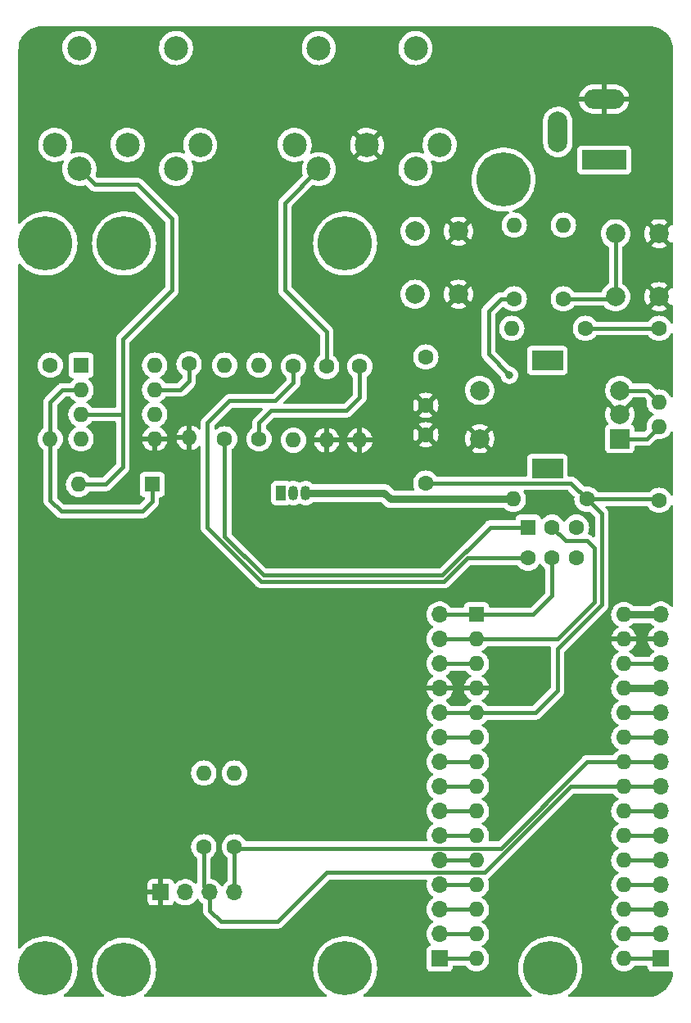
<source format=gbr>
%TF.GenerationSoftware,KiCad,Pcbnew,(6.0.7)*%
%TF.CreationDate,2023-06-18T21:36:54-04:00*%
%TF.ProjectId,ArduinoNano_MIDI_breakout,41726475-696e-46f4-9e61-6e6f5f4d4944,rev?*%
%TF.SameCoordinates,Original*%
%TF.FileFunction,Copper,L1,Top*%
%TF.FilePolarity,Positive*%
%FSLAX46Y46*%
G04 Gerber Fmt 4.6, Leading zero omitted, Abs format (unit mm)*
G04 Created by KiCad (PCBNEW (6.0.7)) date 2023-06-18 21:36:54*
%MOMM*%
%LPD*%
G01*
G04 APERTURE LIST*
%TA.AperFunction,ComponentPad*%
%ADD10R,1.600000X1.600000*%
%TD*%
%TA.AperFunction,ComponentPad*%
%ADD11O,1.600000X1.600000*%
%TD*%
%TA.AperFunction,ComponentPad*%
%ADD12R,1.700000X1.700000*%
%TD*%
%TA.AperFunction,ComponentPad*%
%ADD13O,1.700000X1.700000*%
%TD*%
%TA.AperFunction,ComponentPad*%
%ADD14C,1.600000*%
%TD*%
%TA.AperFunction,ComponentPad*%
%ADD15R,4.600000X2.000000*%
%TD*%
%TA.AperFunction,ComponentPad*%
%ADD16O,4.200000X2.000000*%
%TD*%
%TA.AperFunction,ComponentPad*%
%ADD17O,2.000000X4.200000*%
%TD*%
%TA.AperFunction,ComponentPad*%
%ADD18R,1.050000X1.500000*%
%TD*%
%TA.AperFunction,ComponentPad*%
%ADD19O,1.050000X1.500000*%
%TD*%
%TA.AperFunction,ComponentPad*%
%ADD20C,5.600000*%
%TD*%
%TA.AperFunction,ComponentPad*%
%ADD21C,2.500000*%
%TD*%
%TA.AperFunction,ComponentPad*%
%ADD22C,2.000000*%
%TD*%
%TA.AperFunction,ComponentPad*%
%ADD23R,2.000000X2.000000*%
%TD*%
%TA.AperFunction,ComponentPad*%
%ADD24R,3.200000X2.000000*%
%TD*%
%TA.AperFunction,ViaPad*%
%ADD25C,0.800000*%
%TD*%
%TA.AperFunction,Conductor*%
%ADD26C,0.400000*%
%TD*%
%TA.AperFunction,Conductor*%
%ADD27C,0.800000*%
%TD*%
G04 APERTURE END LIST*
D10*
%TO.P,U2,1,NC*%
%TO.N,unconnected-(U2-Pad1)*%
X120396000Y-91059000D03*
D11*
%TO.P,U2,2,C1*%
%TO.N,Net-(D1-Pad1)*%
X120396000Y-93599000D03*
%TO.P,U2,3,C2*%
%TO.N,Net-(D1-Pad2)*%
X120396000Y-96139000D03*
%TO.P,U2,4,NC*%
%TO.N,unconnected-(U2-Pad4)*%
X120396000Y-98679000D03*
%TO.P,U2,5,GND*%
%TO.N,GND*%
X128016000Y-98679000D03*
%TO.P,U2,6,VO2*%
%TO.N,RX1*%
X128016000Y-96139000D03*
%TO.P,U2,7,VO1*%
%TO.N,Net-(U2-Pad7)*%
X128016000Y-93599000D03*
%TO.P,U2,8,VCC*%
%TO.N,+5V*%
X128016000Y-91059000D03*
%TD*%
D10*
%TO.P,D1,1,K*%
%TO.N,Net-(D1-Pad1)*%
X127762000Y-103378000D03*
D11*
%TO.P,D1,2,A*%
%TO.N,Net-(D1-Pad2)*%
X120142000Y-103378000D03*
%TD*%
D12*
%TO.P,J4,1,Pin_1*%
%TO.N,GND*%
X128651000Y-145542000D03*
D13*
%TO.P,J4,2,Pin_2*%
%TO.N,+5V*%
X131191000Y-145542000D03*
%TO.P,J4,3,Pin_3*%
%TO.N,SDA1*%
X133731000Y-145542000D03*
%TO.P,J4,4,Pin_4*%
%TO.N,SCL1*%
X136271000Y-145542000D03*
%TD*%
D14*
%TO.P,R10,1*%
%TO.N,D3*%
X180177000Y-87249000D03*
D11*
%TO.P,R10,2*%
%TO.N,Net-(R10-Pad2)*%
X180177000Y-94869000D03*
%TD*%
D15*
%TO.P,J7,1*%
%TO.N,+VDC*%
X174498000Y-69850000D03*
D16*
%TO.P,J7,2*%
%TO.N,GND*%
X174498000Y-63550000D03*
D17*
%TO.P,J7,3*%
%TO.N,unconnected-(J7-Pad3)*%
X169698000Y-66950000D03*
%TD*%
D18*
%TO.P,Q1,1,E*%
%TO.N,Net-(Q1-Pad1)*%
X141097000Y-104267000D03*
D19*
%TO.P,Q1,2,B*%
%TO.N,Net-(Q1-Pad2)*%
X142367000Y-104267000D03*
%TO.P,Q1,3,C*%
%TO.N,+5V*%
X143637000Y-104267000D03*
%TD*%
D12*
%TO.P,J5,1,Pin_1*%
%TO.N,D13*%
X180340000Y-152400000D03*
D13*
%TO.P,J5,2,Pin_2*%
%TO.N,+3V3*%
X180340000Y-149860000D03*
%TO.P,J5,3,Pin_3*%
%TO.N,AREF*%
X180340000Y-147320000D03*
%TO.P,J5,4,Pin_4*%
%TO.N,A0*%
X180340000Y-144780000D03*
%TO.P,J5,5,Pin_5*%
%TO.N,A1*%
X180340000Y-142240000D03*
%TO.P,J5,6,Pin_6*%
%TO.N,A2*%
X180340000Y-139700000D03*
%TO.P,J5,7,Pin_7*%
%TO.N,A3*%
X180340000Y-137160000D03*
%TO.P,J5,8,Pin_8*%
%TO.N,SDA1*%
X180340000Y-134620000D03*
%TO.P,J5,9,Pin_9*%
%TO.N,SCL1*%
X180340000Y-132080000D03*
%TO.P,J5,10,Pin_10*%
%TO.N,A6*%
X180340000Y-129540000D03*
%TO.P,J5,11,Pin_11*%
%TO.N,A7*%
X180340000Y-127000000D03*
%TO.P,J5,12,Pin_12*%
%TO.N,+5V*%
X180340000Y-124460000D03*
%TO.P,J5,13,Pin_13*%
%TO.N,RST_28*%
X180340000Y-121920000D03*
%TO.P,J5,14,Pin_14*%
%TO.N,GND*%
X180340000Y-119380000D03*
%TO.P,J5,15,Pin_15*%
%TO.N,+VDC*%
X180340000Y-116840000D03*
%TD*%
D14*
%TO.P,R15,1*%
%TO.N,Net-(U2-Pad7)*%
X131572000Y-90932000D03*
D11*
%TO.P,R15,2*%
%TO.N,GND*%
X131572000Y-98552000D03*
%TD*%
D14*
%TO.P,R6,1*%
%TO.N,RX1*%
X135255000Y-98679000D03*
D11*
%TO.P,R6,2*%
%TO.N,+5V*%
X135255000Y-91059000D03*
%TD*%
D14*
%TO.P,R7,1*%
%TO.N,D3*%
X172557000Y-87249000D03*
D11*
%TO.P,R7,2*%
%TO.N,+5V*%
X164937000Y-87249000D03*
%TD*%
D20*
%TO.P,H4,1*%
%TO.N,N/C*%
X164084000Y-71882000D03*
%TD*%
D14*
%TO.P,R1,1*%
%TO.N,Net-(J2-Pad4)*%
X145796000Y-91186000D03*
D11*
%TO.P,R1,2*%
%TO.N,GND*%
X145796000Y-98806000D03*
%TD*%
D21*
%TO.P,J3,1*%
%TO.N,unconnected-(J3-Pad1)*%
X117722000Y-68278000D03*
%TO.P,J3,2*%
%TO.N,unconnected-(J3-Pad2)*%
X125222000Y-68278000D03*
%TO.P,J3,3*%
%TO.N,unconnected-(J3-Pad3)*%
X132722000Y-68278000D03*
%TO.P,J3,4*%
%TO.N,Net-(D1-Pad2)*%
X120222000Y-70778000D03*
%TO.P,J3,5*%
%TO.N,Net-(J3-Pad5)*%
X130222000Y-70778000D03*
%TO.P,J3,6*%
%TO.N,N/C*%
X120222000Y-58278000D03*
X130222000Y-58278000D03*
%TD*%
D10*
%TO.P,SW4,1,A*%
%TO.N,RX1*%
X166624000Y-107798000D03*
D14*
%TO.P,SW4,2,B*%
%TO.N,RX*%
X169124000Y-107798000D03*
%TO.P,SW4,3,C*%
%TO.N,unconnected-(SW4-Pad3)*%
X171624000Y-107798000D03*
%TO.P,SW4,4,A*%
%TO.N,TX1*%
X166624000Y-110998000D03*
%TO.P,SW4,5,B*%
%TO.N,TX*%
X169124000Y-110998000D03*
%TO.P,SW4,6,C*%
%TO.N,unconnected-(SW4-Pad6)*%
X171624000Y-110998000D03*
%TD*%
D10*
%TO.P,A1,1,D1/TX*%
%TO.N,TX*%
X161290000Y-116840000D03*
D11*
%TO.P,A1,2,D0/RX*%
%TO.N,RX*%
X161290000Y-119380000D03*
%TO.P,A1,3,~{RESET}*%
%TO.N,RST_3*%
X161290000Y-121920000D03*
%TO.P,A1,4,GND*%
%TO.N,GND*%
X161290000Y-124460000D03*
%TO.P,A1,5,D2*%
%TO.N,D2*%
X161290000Y-127000000D03*
%TO.P,A1,6,D3*%
%TO.N,D3*%
X161290000Y-129540000D03*
%TO.P,A1,7,D4*%
%TO.N,D4*%
X161290000Y-132080000D03*
%TO.P,A1,8,D5*%
%TO.N,D5*%
X161290000Y-134620000D03*
%TO.P,A1,9,D6*%
%TO.N,D6*%
X161290000Y-137160000D03*
%TO.P,A1,10,D7*%
%TO.N,D7*%
X161290000Y-139700000D03*
%TO.P,A1,11,D8*%
%TO.N,D8*%
X161290000Y-142240000D03*
%TO.P,A1,12,D9*%
%TO.N,D9*%
X161290000Y-144780000D03*
%TO.P,A1,13,D10*%
%TO.N,D10*%
X161290000Y-147320000D03*
%TO.P,A1,14,D11*%
%TO.N,D11*%
X161290000Y-149860000D03*
%TO.P,A1,15,D12*%
%TO.N,D12*%
X161290000Y-152400000D03*
%TO.P,A1,16,D13*%
%TO.N,D13*%
X176530000Y-152400000D03*
%TO.P,A1,17,3V3*%
%TO.N,+3V3*%
X176530000Y-149860000D03*
%TO.P,A1,18,AREF*%
%TO.N,AREF*%
X176530000Y-147320000D03*
%TO.P,A1,19,A0*%
%TO.N,A0*%
X176530000Y-144780000D03*
%TO.P,A1,20,A1*%
%TO.N,A1*%
X176530000Y-142240000D03*
%TO.P,A1,21,A2*%
%TO.N,A2*%
X176530000Y-139700000D03*
%TO.P,A1,22,A3*%
%TO.N,A3*%
X176530000Y-137160000D03*
%TO.P,A1,23,A4*%
%TO.N,SDA1*%
X176530000Y-134620000D03*
%TO.P,A1,24,A5*%
%TO.N,SCL1*%
X176530000Y-132080000D03*
%TO.P,A1,25,A6*%
%TO.N,A6*%
X176530000Y-129540000D03*
%TO.P,A1,26,A7*%
%TO.N,A7*%
X176530000Y-127000000D03*
%TO.P,A1,27,+5V*%
%TO.N,+5V*%
X176530000Y-124460000D03*
%TO.P,A1,28,~{RESET}*%
%TO.N,RST_28*%
X176530000Y-121920000D03*
%TO.P,A1,29,GND*%
%TO.N,GND*%
X176530000Y-119380000D03*
%TO.P,A1,30,VIN*%
%TO.N,+VDC*%
X176530000Y-116840000D03*
%TD*%
D14*
%TO.P,R4,1*%
%TO.N,Net-(Q1-Pad1)*%
X138811000Y-98679000D03*
D11*
%TO.P,R4,2*%
%TO.N,Net-(J2-Pad5)*%
X138811000Y-91059000D03*
%TD*%
D14*
%TO.P,R9,1*%
%TO.N,D2*%
X180177000Y-105029000D03*
D11*
%TO.P,R9,2*%
%TO.N,Net-(R9-Pad2)*%
X180177000Y-97409000D03*
%TD*%
D20*
%TO.P,H6,1*%
%TO.N,N/C*%
X147701000Y-153416000D03*
%TD*%
%TO.P,H8,1*%
%TO.N,N/C*%
X147701000Y-78486000D03*
%TD*%
D14*
%TO.P,R3,1*%
%TO.N,Net-(Q1-Pad1)*%
X149225000Y-91186000D03*
D11*
%TO.P,R3,2*%
%TO.N,GND*%
X149225000Y-98806000D03*
%TD*%
D14*
%TO.P,R11,1*%
%TO.N,D6*%
X170271000Y-84201000D03*
D11*
%TO.P,R11,2*%
%TO.N,+5V*%
X170271000Y-76581000D03*
%TD*%
D14*
%TO.P,R5,1*%
%TO.N,Net-(J3-Pad5)*%
X117221000Y-91059000D03*
D11*
%TO.P,R5,2*%
%TO.N,Net-(D1-Pad1)*%
X117221000Y-98679000D03*
%TD*%
D22*
%TO.P,SW3,1,1*%
%TO.N,D6*%
X175677000Y-77470000D03*
X175677000Y-83970000D03*
%TO.P,SW3,2,2*%
%TO.N,GND*%
X180177000Y-83970000D03*
X180177000Y-77470000D03*
%TD*%
D14*
%TO.P,C1,1*%
%TO.N,D3*%
X156047000Y-90210000D03*
%TO.P,C1,2*%
%TO.N,GND*%
X156047000Y-95210000D03*
%TD*%
%TO.P,C2,1*%
%TO.N,D2*%
X156047000Y-103251000D03*
%TO.P,C2,2*%
%TO.N,GND*%
X156047000Y-98251000D03*
%TD*%
%TO.P,R2,1*%
%TO.N,TX1*%
X142367000Y-91186000D03*
D11*
%TO.P,R2,2*%
%TO.N,Net-(Q1-Pad2)*%
X142367000Y-98806000D03*
%TD*%
D20*
%TO.P,H7,1*%
%TO.N,N/C*%
X116713000Y-153416000D03*
%TD*%
D21*
%TO.P,J2,1*%
%TO.N,unconnected-(J2-Pad1)*%
X142487000Y-68278000D03*
%TO.P,J2,2*%
%TO.N,GND*%
X149987000Y-68278000D03*
%TO.P,J2,3*%
%TO.N,unconnected-(J2-Pad3)*%
X157487000Y-68278000D03*
%TO.P,J2,4*%
%TO.N,Net-(J2-Pad4)*%
X144987000Y-70778000D03*
%TO.P,J2,5*%
%TO.N,Net-(J2-Pad5)*%
X154987000Y-70778000D03*
%TO.P,J2,6*%
%TO.N,N/C*%
X154987000Y-58278000D03*
X144987000Y-58278000D03*
%TD*%
D20*
%TO.P,H5,1*%
%TO.N,N/C*%
X116713000Y-78486000D03*
%TD*%
%TO.P,H3,1*%
%TO.N,N/C*%
X124841000Y-78486000D03*
%TD*%
%TO.P,H1,1*%
%TO.N,N/C*%
X168910000Y-153416000D03*
%TD*%
D14*
%TO.P,R13,1*%
%TO.N,SDA1*%
X133096000Y-140843000D03*
D11*
%TO.P,R13,2*%
%TO.N,+5V*%
X133096000Y-133223000D03*
%TD*%
D14*
%TO.P,R12,1*%
%TO.N,D5*%
X165191000Y-84201000D03*
D11*
%TO.P,R12,2*%
%TO.N,+5V*%
X165191000Y-76581000D03*
%TD*%
D22*
%TO.P,SW2,1,1*%
%TO.N,D5*%
X154940000Y-77216000D03*
X154940000Y-83716000D03*
%TO.P,SW2,2,2*%
%TO.N,GND*%
X159440000Y-77216000D03*
X159440000Y-83716000D03*
%TD*%
D23*
%TO.P,SW1,A,A*%
%TO.N,Net-(R9-Pad2)*%
X176120000Y-98651000D03*
D22*
%TO.P,SW1,B,B*%
%TO.N,Net-(R10-Pad2)*%
X176120000Y-93651000D03*
%TO.P,SW1,C,C*%
%TO.N,GND*%
X176120000Y-96151000D03*
D24*
%TO.P,SW1,MP*%
%TO.N,N/C*%
X168620000Y-90551000D03*
X168620000Y-101751000D03*
D22*
%TO.P,SW1,S1,S1*%
%TO.N,D4*%
X161620000Y-93651000D03*
%TO.P,SW1,S2,S2*%
%TO.N,GND*%
X161620000Y-98651000D03*
%TD*%
D14*
%TO.P,R14,1*%
%TO.N,SCL1*%
X136271000Y-140843000D03*
D11*
%TO.P,R14,2*%
%TO.N,+5V*%
X136271000Y-133223000D03*
%TD*%
D20*
%TO.P,H2,1*%
%TO.N,N/C*%
X124841000Y-153543000D03*
%TD*%
D14*
%TO.P,R8,1*%
%TO.N,D2*%
X172720000Y-104902000D03*
D11*
%TO.P,R8,2*%
%TO.N,+5V*%
X165100000Y-104902000D03*
%TD*%
D12*
%TO.P,J6,1,Pin_1*%
%TO.N,D12*%
X157480000Y-152400000D03*
D13*
%TO.P,J6,2,Pin_2*%
%TO.N,D11*%
X157480000Y-149860000D03*
%TO.P,J6,3,Pin_3*%
%TO.N,D10*%
X157480000Y-147320000D03*
%TO.P,J6,4,Pin_4*%
%TO.N,D9*%
X157480000Y-144780000D03*
%TO.P,J6,5,Pin_5*%
%TO.N,D8*%
X157480000Y-142240000D03*
%TO.P,J6,6,Pin_6*%
%TO.N,D7*%
X157480000Y-139700000D03*
%TO.P,J6,7,Pin_7*%
%TO.N,D6*%
X157480000Y-137160000D03*
%TO.P,J6,8,Pin_8*%
%TO.N,D5*%
X157480000Y-134620000D03*
%TO.P,J6,9,Pin_9*%
%TO.N,D4*%
X157480000Y-132080000D03*
%TO.P,J6,10,Pin_10*%
%TO.N,D3*%
X157480000Y-129540000D03*
%TO.P,J6,11,Pin_11*%
%TO.N,D2*%
X157480000Y-127000000D03*
%TO.P,J6,12,Pin_12*%
%TO.N,GND*%
X157480000Y-124460000D03*
%TO.P,J6,13,Pin_13*%
%TO.N,RST_3*%
X157480000Y-121920000D03*
%TO.P,J6,14,Pin_14*%
%TO.N,RX*%
X157480000Y-119380000D03*
%TO.P,J6,15,Pin_15*%
%TO.N,TX*%
X157480000Y-116840000D03*
%TD*%
D25*
%TO.N,D5*%
X164683000Y-92075000D03*
%TD*%
D26*
%TO.N,GND*%
X145796000Y-98806000D02*
X149225000Y-98806000D01*
X176530000Y-119380000D02*
X180340000Y-119380000D01*
X157480000Y-124460000D02*
X161290000Y-124460000D01*
D27*
%TO.N,+5V*%
X176530000Y-124460000D02*
X180340000Y-124460000D01*
X152400000Y-104902000D02*
X151765000Y-104267000D01*
X151765000Y-104267000D02*
X143637000Y-104267000D01*
X165100000Y-104902000D02*
X152400000Y-104902000D01*
D26*
%TO.N,Net-(J2-Pad4)*%
X145796000Y-87630000D02*
X145796000Y-91186000D01*
X144987000Y-70778000D02*
X141478000Y-74287000D01*
X141478000Y-74287000D02*
X141478000Y-83312000D01*
X141478000Y-83312000D02*
X145796000Y-87630000D01*
%TO.N,TX1*%
X142367000Y-92837000D02*
X142367000Y-91186000D01*
X139065000Y-113411000D02*
X133477000Y-107823000D01*
X157861000Y-113411000D02*
X139065000Y-113411000D01*
X157947528Y-113411000D02*
X157861000Y-113411000D01*
X133477000Y-97028000D02*
X135763000Y-94742000D01*
X140462000Y-94742000D02*
X142367000Y-92837000D01*
X160360528Y-110998000D02*
X157947528Y-113411000D01*
X166624000Y-110998000D02*
X160360528Y-110998000D01*
X135763000Y-94742000D02*
X140462000Y-94742000D01*
X133477000Y-107823000D02*
X133477000Y-97028000D01*
%TO.N,RX1*%
X157734000Y-112776000D02*
X139278528Y-112776000D01*
X139278528Y-112776000D02*
X135255000Y-108752472D01*
X162712000Y-107798000D02*
X157734000Y-112776000D01*
X166624000Y-107798000D02*
X162712000Y-107798000D01*
X135255000Y-108752472D02*
X135255000Y-98679000D01*
%TO.N,Net-(D1-Pad1)*%
X117221000Y-105029000D02*
X117221000Y-98679000D01*
X120396000Y-93599000D02*
X118491000Y-93599000D01*
X126746000Y-106172000D02*
X118364000Y-106172000D01*
X127762000Y-103378000D02*
X127762000Y-105156000D01*
X118491000Y-93599000D02*
X117221000Y-94869000D01*
X127762000Y-105156000D02*
X126746000Y-106172000D01*
X117221000Y-94869000D02*
X117221000Y-98679000D01*
X118364000Y-106172000D02*
X117221000Y-105029000D01*
%TO.N,Net-(D1-Pad2)*%
X120396000Y-96139000D02*
X124587000Y-96139000D01*
X124587000Y-96139000D02*
X124714000Y-96012000D01*
X124714000Y-94742000D02*
X124714000Y-88392000D01*
X124714000Y-96012000D02*
X124714000Y-94742000D01*
X120142000Y-103378000D02*
X122936000Y-103378000D01*
X129794000Y-75946000D02*
X126238000Y-72390000D01*
X124714000Y-101600000D02*
X124714000Y-96012000D01*
X121834000Y-72390000D02*
X120222000Y-70778000D01*
X124714000Y-88392000D02*
X129794000Y-83312000D01*
X129794000Y-83312000D02*
X129794000Y-75946000D01*
X126238000Y-72390000D02*
X121834000Y-72390000D01*
X122936000Y-103378000D02*
X124714000Y-101600000D01*
%TO.N,SDA1*%
X133731000Y-147447000D02*
X134874000Y-148590000D01*
X133731000Y-145542000D02*
X133731000Y-147447000D01*
X133731000Y-145415000D02*
X133350000Y-145034000D01*
X133096000Y-144907000D02*
X133731000Y-145542000D01*
X162138528Y-143510000D02*
X171028528Y-134620000D01*
X134874000Y-148590000D02*
X140716000Y-148590000D01*
X145796000Y-143510000D02*
X162138528Y-143510000D01*
X133096000Y-140843000D02*
X133096000Y-144907000D01*
X171028528Y-134620000D02*
X176530000Y-134620000D01*
X133731000Y-145542000D02*
X133731000Y-145415000D01*
X140716000Y-148590000D02*
X145796000Y-143510000D01*
X176530000Y-134620000D02*
X180340000Y-134620000D01*
%TO.N,SCL1*%
X176530000Y-132080000D02*
X180340000Y-132080000D01*
X136418000Y-140990000D02*
X136271000Y-140843000D01*
X163810000Y-140990000D02*
X136418000Y-140990000D01*
X172720000Y-132080000D02*
X163810000Y-140990000D01*
X136271000Y-145542000D02*
X136271000Y-140843000D01*
X176530000Y-132080000D02*
X172720000Y-132080000D01*
%TO.N,D3*%
X157480000Y-129540000D02*
X161290000Y-129540000D01*
X180177000Y-87249000D02*
X172557000Y-87249000D01*
%TO.N,D2*%
X157480000Y-127000000D02*
X161290000Y-127000000D01*
X167386000Y-127000000D02*
X169672000Y-124714000D01*
X180177000Y-105029000D02*
X180177000Y-104902000D01*
X174244000Y-115824000D02*
X174244000Y-106426000D01*
X180177000Y-104902000D02*
X180050000Y-104775000D01*
X174244000Y-106426000D02*
X172720000Y-104902000D01*
X180050000Y-104902000D02*
X180177000Y-105029000D01*
X156047000Y-103251000D02*
X171069000Y-103251000D01*
X172720000Y-104902000D02*
X180050000Y-104902000D01*
X161290000Y-127000000D02*
X167386000Y-127000000D01*
X169672000Y-120396000D02*
X174244000Y-115824000D01*
X169672000Y-124714000D02*
X169672000Y-120396000D01*
X171069000Y-103251000D02*
X172720000Y-104902000D01*
%TO.N,TX*%
X157480000Y-116840000D02*
X161290000Y-116840000D01*
X161290000Y-116840000D02*
X167132000Y-116840000D01*
X169124000Y-114848000D02*
X169124000Y-110998000D01*
X167132000Y-116840000D02*
X169124000Y-114848000D01*
%TO.N,RX*%
X173482000Y-115570000D02*
X169672000Y-119380000D01*
X157480000Y-119380000D02*
X161290000Y-119380000D01*
X169124000Y-107798000D02*
X170546000Y-109220000D01*
X170546000Y-109220000D02*
X172720000Y-109220000D01*
X169672000Y-119380000D02*
X161290000Y-119380000D01*
X172720000Y-109220000D02*
X173482000Y-109982000D01*
X173482000Y-109982000D02*
X173482000Y-115570000D01*
%TO.N,D4*%
X157480000Y-132080000D02*
X161290000Y-132080000D01*
%TO.N,RST_3*%
X157480000Y-121920000D02*
X161290000Y-121920000D01*
%TO.N,D7*%
X157480000Y-139700000D02*
X161290000Y-139700000D01*
%TO.N,D8*%
X157480000Y-142240000D02*
X161290000Y-142240000D01*
%TO.N,D9*%
X157480000Y-144780000D02*
X161290000Y-144780000D01*
%TO.N,D10*%
X157480000Y-147320000D02*
X161290000Y-147320000D01*
%TO.N,D11*%
X157480000Y-149860000D02*
X161290000Y-149860000D01*
%TO.N,D12*%
X157480000Y-152400000D02*
X161290000Y-152400000D01*
%TO.N,D13*%
X176530000Y-152400000D02*
X180340000Y-152400000D01*
%TO.N,D5*%
X162524000Y-85471000D02*
X163794000Y-84201000D01*
X164683000Y-92075000D02*
X162524000Y-89916000D01*
X157480000Y-134620000D02*
X161290000Y-134620000D01*
X163794000Y-84201000D02*
X165191000Y-84201000D01*
X162524000Y-89916000D02*
X162524000Y-85471000D01*
%TO.N,D6*%
X175677000Y-77470000D02*
X175677000Y-83970000D01*
X157480000Y-137160000D02*
X161290000Y-137160000D01*
X175446000Y-84201000D02*
X175677000Y-83970000D01*
X170271000Y-84201000D02*
X175446000Y-84201000D01*
D27*
%TO.N,+VDC*%
X176530000Y-116840000D02*
X180340000Y-116840000D01*
D26*
%TO.N,Net-(R9-Pad2)*%
X178935000Y-98651000D02*
X180177000Y-97409000D01*
X176120000Y-98651000D02*
X178935000Y-98651000D01*
%TO.N,Net-(R10-Pad2)*%
X176120000Y-93651000D02*
X178959000Y-93651000D01*
X178959000Y-93651000D02*
X180177000Y-94869000D01*
%TO.N,RST_28*%
X176530000Y-121920000D02*
X180340000Y-121920000D01*
%TO.N,Net-(Q1-Pad1)*%
X147828000Y-95758000D02*
X140081000Y-95758000D01*
X140081000Y-95758000D02*
X138811000Y-97028000D01*
X138811000Y-97028000D02*
X138811000Y-98679000D01*
X149225000Y-94361000D02*
X147828000Y-95758000D01*
X149225000Y-91186000D02*
X149225000Y-94361000D01*
%TO.N,+3V3*%
X176530000Y-149860000D02*
X180340000Y-149860000D01*
%TO.N,AREF*%
X176530000Y-147320000D02*
X180340000Y-147320000D01*
%TO.N,A0*%
X176530000Y-144780000D02*
X180340000Y-144780000D01*
%TO.N,A1*%
X176530000Y-142240000D02*
X180340000Y-142240000D01*
%TO.N,A2*%
X176530000Y-139700000D02*
X180340000Y-139700000D01*
%TO.N,A3*%
X176530000Y-137160000D02*
X180340000Y-137160000D01*
%TO.N,A6*%
X176530000Y-129540000D02*
X180340000Y-129540000D01*
%TO.N,A7*%
X176530000Y-127000000D02*
X180340000Y-127000000D01*
%TO.N,Net-(J3-Pad5)*%
X129540000Y-70858000D02*
X129333000Y-70651000D01*
X129333000Y-70659000D02*
X129333000Y-70651000D01*
%TO.N,Net-(U2-Pad7)*%
X131572000Y-92710000D02*
X131572000Y-90932000D01*
X130683000Y-93599000D02*
X131572000Y-92710000D01*
X128016000Y-93599000D02*
X130683000Y-93599000D01*
%TD*%
%TA.AperFunction,Conductor*%
%TO.N,GND*%
G36*
X179169137Y-56008794D02*
G01*
X179196378Y-56012729D01*
X179213547Y-56010292D01*
X179237472Y-56009195D01*
X179482146Y-56021295D01*
X179497265Y-56022962D01*
X179765607Y-56069092D01*
X179780417Y-56072569D01*
X179863340Y-56097412D01*
X180041238Y-56150708D01*
X180055524Y-56155947D01*
X180305013Y-56264950D01*
X180318562Y-56271872D01*
X180553106Y-56410160D01*
X180565719Y-56418663D01*
X180781883Y-56584215D01*
X180793375Y-56594173D01*
X180988006Y-56784572D01*
X180998217Y-56795845D01*
X181168485Y-57008327D01*
X181177257Y-57020741D01*
X181199483Y-57056611D01*
X181320664Y-57252186D01*
X181327882Y-57265580D01*
X181442349Y-57512628D01*
X181447898Y-57526787D01*
X181531751Y-57785831D01*
X181535550Y-57800544D01*
X181587567Y-58067815D01*
X181589566Y-58082897D01*
X181603745Y-58281160D01*
X181606523Y-58320011D01*
X181605555Y-58346830D01*
X181605555Y-58346975D01*
X181604271Y-58355860D01*
X181605532Y-58364744D01*
X181605532Y-58364746D01*
X181608250Y-58383893D01*
X181609500Y-58401600D01*
X181609500Y-76499482D01*
X181589498Y-76567603D01*
X181535842Y-76614096D01*
X181465568Y-76624200D01*
X181420415Y-76602991D01*
X181410745Y-76601388D01*
X181400334Y-76605876D01*
X180549022Y-77457188D01*
X180541408Y-77471132D01*
X180541539Y-77472965D01*
X180545790Y-77479580D01*
X181397290Y-78331080D01*
X181410356Y-78338215D01*
X181474512Y-78314286D01*
X181543886Y-78329378D01*
X181594088Y-78379580D01*
X181609500Y-78439965D01*
X181609500Y-82999482D01*
X181589498Y-83067603D01*
X181535842Y-83114096D01*
X181465568Y-83124200D01*
X181420415Y-83102991D01*
X181410745Y-83101388D01*
X181400334Y-83105876D01*
X180549022Y-83957188D01*
X180541408Y-83971132D01*
X180541539Y-83972965D01*
X180545790Y-83979580D01*
X181397290Y-84831080D01*
X181410356Y-84838215D01*
X181474512Y-84814286D01*
X181543886Y-84829378D01*
X181594088Y-84879580D01*
X181609500Y-84939965D01*
X181609500Y-86656482D01*
X181589498Y-86724603D01*
X181535842Y-86771096D01*
X181465568Y-86781200D01*
X181400988Y-86751706D01*
X181369305Y-86709732D01*
X181316849Y-86597238D01*
X181316846Y-86597233D01*
X181314523Y-86592251D01*
X181183198Y-86404700D01*
X181021300Y-86242802D01*
X181016792Y-86239645D01*
X181016789Y-86239643D01*
X180938611Y-86184902D01*
X180833749Y-86111477D01*
X180828767Y-86109154D01*
X180828762Y-86109151D01*
X180631225Y-86017039D01*
X180631224Y-86017039D01*
X180626243Y-86014716D01*
X180620935Y-86013294D01*
X180620933Y-86013293D01*
X180410402Y-85956881D01*
X180410400Y-85956881D01*
X180405087Y-85955457D01*
X180177000Y-85935502D01*
X179948913Y-85955457D01*
X179943600Y-85956881D01*
X179943598Y-85956881D01*
X179733067Y-86013293D01*
X179733065Y-86013294D01*
X179727757Y-86014716D01*
X179722776Y-86017039D01*
X179722775Y-86017039D01*
X179525238Y-86109151D01*
X179525233Y-86109154D01*
X179520251Y-86111477D01*
X179415389Y-86184902D01*
X179337211Y-86239643D01*
X179337208Y-86239645D01*
X179332700Y-86242802D01*
X179170802Y-86404700D01*
X179167645Y-86409208D01*
X179167643Y-86409211D01*
X179113335Y-86486771D01*
X179057878Y-86531099D01*
X179010122Y-86540500D01*
X173723878Y-86540500D01*
X173655757Y-86520498D01*
X173620665Y-86486771D01*
X173566357Y-86409211D01*
X173566355Y-86409208D01*
X173563198Y-86404700D01*
X173401300Y-86242802D01*
X173396792Y-86239645D01*
X173396789Y-86239643D01*
X173318611Y-86184902D01*
X173213749Y-86111477D01*
X173208767Y-86109154D01*
X173208762Y-86109151D01*
X173011225Y-86017039D01*
X173011224Y-86017039D01*
X173006243Y-86014716D01*
X173000935Y-86013294D01*
X173000933Y-86013293D01*
X172790402Y-85956881D01*
X172790400Y-85956881D01*
X172785087Y-85955457D01*
X172557000Y-85935502D01*
X172328913Y-85955457D01*
X172323600Y-85956881D01*
X172323598Y-85956881D01*
X172113067Y-86013293D01*
X172113065Y-86013294D01*
X172107757Y-86014716D01*
X172102776Y-86017039D01*
X172102775Y-86017039D01*
X171905238Y-86109151D01*
X171905233Y-86109154D01*
X171900251Y-86111477D01*
X171795389Y-86184902D01*
X171717211Y-86239643D01*
X171717208Y-86239645D01*
X171712700Y-86242802D01*
X171550802Y-86404700D01*
X171419477Y-86592251D01*
X171417154Y-86597233D01*
X171417151Y-86597238D01*
X171345122Y-86751706D01*
X171322716Y-86799757D01*
X171263457Y-87020913D01*
X171243502Y-87249000D01*
X171263457Y-87477087D01*
X171264881Y-87482400D01*
X171264881Y-87482402D01*
X171311029Y-87654625D01*
X171322716Y-87698243D01*
X171325039Y-87703224D01*
X171325039Y-87703225D01*
X171417151Y-87900762D01*
X171417154Y-87900767D01*
X171419477Y-87905749D01*
X171468430Y-87975661D01*
X171517798Y-88046165D01*
X171550802Y-88093300D01*
X171712700Y-88255198D01*
X171717208Y-88258355D01*
X171717211Y-88258357D01*
X171745053Y-88277852D01*
X171900251Y-88386523D01*
X171905233Y-88388846D01*
X171905238Y-88388849D01*
X171964850Y-88416646D01*
X172107757Y-88483284D01*
X172113065Y-88484706D01*
X172113067Y-88484707D01*
X172323598Y-88541119D01*
X172323600Y-88541119D01*
X172328913Y-88542543D01*
X172557000Y-88562498D01*
X172785087Y-88542543D01*
X172790400Y-88541119D01*
X172790402Y-88541119D01*
X173000933Y-88484707D01*
X173000935Y-88484706D01*
X173006243Y-88483284D01*
X173149150Y-88416646D01*
X173208762Y-88388849D01*
X173208767Y-88388846D01*
X173213749Y-88386523D01*
X173368947Y-88277852D01*
X173396789Y-88258357D01*
X173396792Y-88258355D01*
X173401300Y-88255198D01*
X173563198Y-88093300D01*
X173566357Y-88088789D01*
X173620665Y-88011229D01*
X173676122Y-87966901D01*
X173723878Y-87957500D01*
X179010122Y-87957500D01*
X179078243Y-87977502D01*
X179113335Y-88011229D01*
X179167643Y-88088789D01*
X179170802Y-88093300D01*
X179332700Y-88255198D01*
X179337208Y-88258355D01*
X179337211Y-88258357D01*
X179365053Y-88277852D01*
X179520251Y-88386523D01*
X179525233Y-88388846D01*
X179525238Y-88388849D01*
X179584850Y-88416646D01*
X179727757Y-88483284D01*
X179733065Y-88484706D01*
X179733067Y-88484707D01*
X179943598Y-88541119D01*
X179943600Y-88541119D01*
X179948913Y-88542543D01*
X180177000Y-88562498D01*
X180405087Y-88542543D01*
X180410400Y-88541119D01*
X180410402Y-88541119D01*
X180620933Y-88484707D01*
X180620935Y-88484706D01*
X180626243Y-88483284D01*
X180769150Y-88416646D01*
X180828762Y-88388849D01*
X180828767Y-88388846D01*
X180833749Y-88386523D01*
X180988947Y-88277852D01*
X181016789Y-88258357D01*
X181016792Y-88258355D01*
X181021300Y-88255198D01*
X181183198Y-88093300D01*
X181216203Y-88046165D01*
X181265570Y-87975661D01*
X181314523Y-87905749D01*
X181316846Y-87900767D01*
X181316849Y-87900762D01*
X181369305Y-87788268D01*
X181416222Y-87734983D01*
X181484499Y-87715522D01*
X181552459Y-87736064D01*
X181598525Y-87790086D01*
X181609500Y-87841518D01*
X181609500Y-94276482D01*
X181589498Y-94344603D01*
X181535842Y-94391096D01*
X181465568Y-94401200D01*
X181400988Y-94371706D01*
X181369305Y-94329732D01*
X181316849Y-94217238D01*
X181316846Y-94217233D01*
X181314523Y-94212251D01*
X181225956Y-94085764D01*
X181186357Y-94029211D01*
X181186355Y-94029208D01*
X181183198Y-94024700D01*
X181021300Y-93862802D01*
X181016792Y-93859645D01*
X181016789Y-93859643D01*
X180938611Y-93804902D01*
X180833749Y-93731477D01*
X180828767Y-93729154D01*
X180828762Y-93729151D01*
X180631225Y-93637039D01*
X180631224Y-93637039D01*
X180626243Y-93634716D01*
X180620935Y-93633294D01*
X180620933Y-93633293D01*
X180410402Y-93576881D01*
X180410400Y-93576881D01*
X180405087Y-93575457D01*
X180177000Y-93555502D01*
X179949064Y-93575444D01*
X179879460Y-93561455D01*
X179848988Y-93539018D01*
X179480450Y-93170480D01*
X179474596Y-93164215D01*
X179449355Y-93135281D01*
X179436561Y-93120615D01*
X179384280Y-93083871D01*
X179378986Y-93079939D01*
X179334693Y-93045209D01*
X179328718Y-93040524D01*
X179321802Y-93037401D01*
X179319516Y-93036017D01*
X179304835Y-93027643D01*
X179302475Y-93026378D01*
X179296261Y-93022010D01*
X179289182Y-93019250D01*
X179289180Y-93019249D01*
X179236725Y-92998798D01*
X179230656Y-92996247D01*
X179172427Y-92969955D01*
X179164960Y-92968571D01*
X179162405Y-92967770D01*
X179146152Y-92963141D01*
X179143572Y-92962478D01*
X179136491Y-92959718D01*
X179128960Y-92958727D01*
X179128958Y-92958726D01*
X179099339Y-92954827D01*
X179073139Y-92951378D01*
X179066641Y-92950348D01*
X179003814Y-92938704D01*
X178996234Y-92939141D01*
X178996233Y-92939141D01*
X178941608Y-92942291D01*
X178934354Y-92942500D01*
X177525606Y-92942500D01*
X177457485Y-92922498D01*
X177418174Y-92882335D01*
X177346765Y-92765807D01*
X177346758Y-92765797D01*
X177344176Y-92761584D01*
X177189969Y-92581031D01*
X177009416Y-92426824D01*
X177005208Y-92424245D01*
X177005202Y-92424241D01*
X176811183Y-92305346D01*
X176806963Y-92302760D01*
X176802393Y-92300867D01*
X176802389Y-92300865D01*
X176592167Y-92213789D01*
X176592165Y-92213788D01*
X176587594Y-92211895D01*
X176489318Y-92188301D01*
X176361524Y-92157620D01*
X176361518Y-92157619D01*
X176356711Y-92156465D01*
X176120000Y-92137835D01*
X175883289Y-92156465D01*
X175878482Y-92157619D01*
X175878476Y-92157620D01*
X175750682Y-92188301D01*
X175652406Y-92211895D01*
X175647835Y-92213788D01*
X175647833Y-92213789D01*
X175437611Y-92300865D01*
X175437607Y-92300867D01*
X175433037Y-92302760D01*
X175428817Y-92305346D01*
X175234798Y-92424241D01*
X175234792Y-92424245D01*
X175230584Y-92426824D01*
X175050031Y-92581031D01*
X174895824Y-92761584D01*
X174893245Y-92765792D01*
X174893241Y-92765798D01*
X174785086Y-92942291D01*
X174771760Y-92964037D01*
X174769867Y-92968607D01*
X174769865Y-92968611D01*
X174687510Y-93167435D01*
X174680895Y-93183406D01*
X174679740Y-93188218D01*
X174635879Y-93370913D01*
X174625465Y-93414289D01*
X174606835Y-93651000D01*
X174625465Y-93887711D01*
X174626619Y-93892518D01*
X174626620Y-93892524D01*
X174658353Y-94024700D01*
X174680895Y-94118594D01*
X174682788Y-94123165D01*
X174682789Y-94123167D01*
X174768351Y-94329732D01*
X174771760Y-94337963D01*
X174774346Y-94342183D01*
X174893241Y-94536202D01*
X174893245Y-94536208D01*
X174895824Y-94540416D01*
X175050031Y-94720969D01*
X175053787Y-94724177D01*
X175212526Y-94859753D01*
X175246402Y-94905686D01*
X175255878Y-94927668D01*
X176107188Y-95778978D01*
X176121132Y-95786592D01*
X176122965Y-95786461D01*
X176129580Y-95782210D01*
X176981080Y-94930710D01*
X177002026Y-94892352D01*
X177030782Y-94856928D01*
X177186213Y-94724177D01*
X177189969Y-94720969D01*
X177344176Y-94540416D01*
X177346758Y-94536202D01*
X177346765Y-94536193D01*
X177418174Y-94419665D01*
X177470821Y-94372034D01*
X177525606Y-94359500D01*
X178613339Y-94359500D01*
X178681460Y-94379502D01*
X178702434Y-94396405D01*
X178847018Y-94540989D01*
X178881044Y-94603301D01*
X178883444Y-94641063D01*
X178863502Y-94869000D01*
X178883457Y-95097087D01*
X178884881Y-95102400D01*
X178884881Y-95102402D01*
X178939034Y-95304500D01*
X178942716Y-95318243D01*
X178945039Y-95323224D01*
X178945039Y-95323225D01*
X179037151Y-95520762D01*
X179037154Y-95520767D01*
X179039477Y-95525749D01*
X179112902Y-95630611D01*
X179150829Y-95684775D01*
X179170802Y-95713300D01*
X179332700Y-95875198D01*
X179337208Y-95878355D01*
X179337211Y-95878357D01*
X179381765Y-95909554D01*
X179520251Y-96006523D01*
X179525233Y-96008846D01*
X179525238Y-96008849D01*
X179559457Y-96024805D01*
X179612742Y-96071722D01*
X179632203Y-96139999D01*
X179611661Y-96207959D01*
X179559457Y-96253195D01*
X179525238Y-96269151D01*
X179525233Y-96269154D01*
X179520251Y-96271477D01*
X179468818Y-96307491D01*
X179337211Y-96399643D01*
X179337208Y-96399645D01*
X179332700Y-96402802D01*
X179170802Y-96564700D01*
X179167645Y-96569208D01*
X179167643Y-96569211D01*
X179144181Y-96602719D01*
X179039477Y-96752251D01*
X179037154Y-96757233D01*
X179037151Y-96757238D01*
X178962596Y-96917124D01*
X178942716Y-96959757D01*
X178941294Y-96965065D01*
X178941293Y-96965067D01*
X178886939Y-97167918D01*
X178883457Y-97180913D01*
X178863502Y-97409000D01*
X178880458Y-97602801D01*
X178883444Y-97636935D01*
X178869455Y-97706540D01*
X178847018Y-97737012D01*
X178678435Y-97905595D01*
X178616123Y-97939621D01*
X178589340Y-97942500D01*
X177754500Y-97942500D01*
X177686379Y-97922498D01*
X177639886Y-97868842D01*
X177628500Y-97816500D01*
X177628500Y-97602866D01*
X177621745Y-97540684D01*
X177570615Y-97404295D01*
X177483261Y-97287739D01*
X177458622Y-97269273D01*
X177375497Y-97206974D01*
X177332982Y-97150115D01*
X177327956Y-97079296D01*
X177345176Y-97040983D01*
X177343770Y-97040121D01*
X177465205Y-96841958D01*
X177469687Y-96833163D01*
X177556734Y-96623012D01*
X177559783Y-96613627D01*
X177612885Y-96392446D01*
X177614428Y-96382699D01*
X177632275Y-96155930D01*
X177632275Y-96146070D01*
X177614428Y-95919301D01*
X177612885Y-95909554D01*
X177559783Y-95688373D01*
X177556734Y-95678988D01*
X177469687Y-95468837D01*
X177465205Y-95460042D01*
X177362568Y-95292555D01*
X177352110Y-95283093D01*
X177343334Y-95286876D01*
X176209095Y-96421115D01*
X176146783Y-96455141D01*
X176075968Y-96450076D01*
X176030905Y-96421115D01*
X174899710Y-95289920D01*
X174887330Y-95283160D01*
X174879680Y-95288887D01*
X174774795Y-95460042D01*
X174770313Y-95468837D01*
X174683266Y-95678988D01*
X174680217Y-95688373D01*
X174627115Y-95909554D01*
X174625572Y-95919301D01*
X174607725Y-96146070D01*
X174607725Y-96155930D01*
X174625572Y-96382699D01*
X174627115Y-96392446D01*
X174680217Y-96613627D01*
X174683266Y-96623012D01*
X174770313Y-96833163D01*
X174774795Y-96841958D01*
X174896230Y-97040121D01*
X174894149Y-97041396D01*
X174914720Y-97098739D01*
X174898758Y-97167918D01*
X174864503Y-97206974D01*
X174781378Y-97269273D01*
X174756739Y-97287739D01*
X174669385Y-97404295D01*
X174618255Y-97540684D01*
X174611500Y-97602866D01*
X174611500Y-99699134D01*
X174618255Y-99761316D01*
X174669385Y-99897705D01*
X174756739Y-100014261D01*
X174873295Y-100101615D01*
X175009684Y-100152745D01*
X175071866Y-100159500D01*
X177168134Y-100159500D01*
X177230316Y-100152745D01*
X177366705Y-100101615D01*
X177483261Y-100014261D01*
X177570615Y-99897705D01*
X177621745Y-99761316D01*
X177628500Y-99699134D01*
X177628500Y-99485500D01*
X177648502Y-99417379D01*
X177702158Y-99370886D01*
X177754500Y-99359500D01*
X178906088Y-99359500D01*
X178914658Y-99359792D01*
X178964776Y-99363209D01*
X178964780Y-99363209D01*
X178972352Y-99363725D01*
X178979829Y-99362420D01*
X178979830Y-99362420D01*
X179006308Y-99357799D01*
X179035303Y-99352738D01*
X179041821Y-99351777D01*
X179105242Y-99344102D01*
X179112343Y-99341419D01*
X179114952Y-99340778D01*
X179131262Y-99336315D01*
X179133798Y-99335550D01*
X179141284Y-99334243D01*
X179199800Y-99308556D01*
X179205904Y-99306065D01*
X179258548Y-99286173D01*
X179258549Y-99286172D01*
X179265656Y-99283487D01*
X179271919Y-99279183D01*
X179274285Y-99277946D01*
X179289097Y-99269701D01*
X179291351Y-99268368D01*
X179298305Y-99265315D01*
X179349002Y-99226413D01*
X179354332Y-99222541D01*
X179400720Y-99190661D01*
X179400725Y-99190656D01*
X179406981Y-99186357D01*
X179448427Y-99139839D01*
X179453408Y-99134563D01*
X179848989Y-98738982D01*
X179911301Y-98704956D01*
X179949063Y-98702556D01*
X180177000Y-98722498D01*
X180405087Y-98702543D01*
X180410400Y-98701119D01*
X180410402Y-98701119D01*
X180620933Y-98644707D01*
X180620935Y-98644706D01*
X180626243Y-98643284D01*
X180631225Y-98640961D01*
X180828762Y-98548849D01*
X180828767Y-98548846D01*
X180833749Y-98546523D01*
X180970294Y-98450913D01*
X181016789Y-98418357D01*
X181016792Y-98418355D01*
X181021300Y-98415198D01*
X181183198Y-98253300D01*
X181191517Y-98241420D01*
X181256054Y-98149251D01*
X181314523Y-98065749D01*
X181316846Y-98060767D01*
X181316849Y-98060762D01*
X181369305Y-97948268D01*
X181416222Y-97894983D01*
X181484499Y-97875522D01*
X181552459Y-97896064D01*
X181598525Y-97950086D01*
X181609500Y-98001518D01*
X181609500Y-104436482D01*
X181589498Y-104504603D01*
X181535842Y-104551096D01*
X181465568Y-104561200D01*
X181400988Y-104531706D01*
X181369305Y-104489732D01*
X181316849Y-104377238D01*
X181316846Y-104377233D01*
X181314523Y-104372251D01*
X181212255Y-104226197D01*
X181186357Y-104189211D01*
X181186355Y-104189208D01*
X181183198Y-104184700D01*
X181021300Y-104022802D01*
X181016792Y-104019645D01*
X181016789Y-104019643D01*
X180916264Y-103949255D01*
X180833749Y-103891477D01*
X180828767Y-103889154D01*
X180828762Y-103889151D01*
X180631225Y-103797039D01*
X180631224Y-103797039D01*
X180626243Y-103794716D01*
X180620935Y-103793294D01*
X180620933Y-103793293D01*
X180410402Y-103736881D01*
X180410400Y-103736881D01*
X180405087Y-103735457D01*
X180177000Y-103715502D01*
X179948913Y-103735457D01*
X179943600Y-103736881D01*
X179943598Y-103736881D01*
X179733067Y-103793293D01*
X179733065Y-103793294D01*
X179727757Y-103794716D01*
X179722776Y-103797039D01*
X179722775Y-103797039D01*
X179525238Y-103889151D01*
X179525233Y-103889154D01*
X179520251Y-103891477D01*
X179437736Y-103949255D01*
X179337211Y-104019643D01*
X179337208Y-104019645D01*
X179332700Y-104022802D01*
X179198907Y-104156595D01*
X179136595Y-104190621D01*
X179109812Y-104193500D01*
X173886878Y-104193500D01*
X173818757Y-104173498D01*
X173783665Y-104139771D01*
X173729357Y-104062211D01*
X173729355Y-104062208D01*
X173726198Y-104057700D01*
X173564300Y-103895802D01*
X173559792Y-103892645D01*
X173559789Y-103892643D01*
X173423252Y-103797039D01*
X173376749Y-103764477D01*
X173371767Y-103762154D01*
X173371762Y-103762151D01*
X173174225Y-103670039D01*
X173174224Y-103670039D01*
X173169243Y-103667716D01*
X173163935Y-103666294D01*
X173163933Y-103666293D01*
X172953402Y-103609881D01*
X172953400Y-103609881D01*
X172948087Y-103608457D01*
X172720000Y-103588502D01*
X172492065Y-103608444D01*
X172422462Y-103594455D01*
X172391990Y-103572019D01*
X171590435Y-102770465D01*
X171584581Y-102764198D01*
X171551556Y-102726340D01*
X171551553Y-102726337D01*
X171546561Y-102720615D01*
X171494280Y-102683871D01*
X171488986Y-102679939D01*
X171444693Y-102645209D01*
X171438718Y-102640524D01*
X171431802Y-102637401D01*
X171429516Y-102636017D01*
X171414835Y-102627643D01*
X171412475Y-102626378D01*
X171406261Y-102622010D01*
X171399182Y-102619250D01*
X171399180Y-102619249D01*
X171346725Y-102598798D01*
X171340656Y-102596247D01*
X171282427Y-102569955D01*
X171274960Y-102568571D01*
X171272405Y-102567770D01*
X171256152Y-102563141D01*
X171253572Y-102562478D01*
X171246491Y-102559718D01*
X171238960Y-102558727D01*
X171238958Y-102558726D01*
X171209339Y-102554827D01*
X171183139Y-102551378D01*
X171176641Y-102550348D01*
X171113814Y-102538704D01*
X171106234Y-102539141D01*
X171106233Y-102539141D01*
X171051608Y-102542291D01*
X171044354Y-102542500D01*
X170854500Y-102542500D01*
X170786379Y-102522498D01*
X170739886Y-102468842D01*
X170728500Y-102416500D01*
X170728500Y-100702866D01*
X170721745Y-100640684D01*
X170670615Y-100504295D01*
X170583261Y-100387739D01*
X170466705Y-100300385D01*
X170330316Y-100249255D01*
X170268134Y-100242500D01*
X166971866Y-100242500D01*
X166909684Y-100249255D01*
X166773295Y-100300385D01*
X166656739Y-100387739D01*
X166569385Y-100504295D01*
X166518255Y-100640684D01*
X166511500Y-100702866D01*
X166511500Y-102416500D01*
X166491498Y-102484621D01*
X166437842Y-102531114D01*
X166385500Y-102542500D01*
X157213878Y-102542500D01*
X157145757Y-102522498D01*
X157110665Y-102488771D01*
X157056357Y-102411211D01*
X157056355Y-102411208D01*
X157053198Y-102406700D01*
X156891300Y-102244802D01*
X156886792Y-102241645D01*
X156886789Y-102241643D01*
X156750252Y-102146039D01*
X156703749Y-102113477D01*
X156698767Y-102111154D01*
X156698762Y-102111151D01*
X156501225Y-102019039D01*
X156501224Y-102019039D01*
X156496243Y-102016716D01*
X156490935Y-102015294D01*
X156490933Y-102015293D01*
X156280402Y-101958881D01*
X156280400Y-101958881D01*
X156275087Y-101957457D01*
X156047000Y-101937502D01*
X155818913Y-101957457D01*
X155813600Y-101958881D01*
X155813598Y-101958881D01*
X155603067Y-102015293D01*
X155603065Y-102015294D01*
X155597757Y-102016716D01*
X155592776Y-102019039D01*
X155592775Y-102019039D01*
X155395238Y-102111151D01*
X155395233Y-102111154D01*
X155390251Y-102113477D01*
X155343748Y-102146039D01*
X155207211Y-102241643D01*
X155207208Y-102241645D01*
X155202700Y-102244802D01*
X155040802Y-102406700D01*
X155037645Y-102411208D01*
X155037643Y-102411211D01*
X154992600Y-102475540D01*
X154909477Y-102594251D01*
X154907154Y-102599233D01*
X154907151Y-102599238D01*
X154815039Y-102796775D01*
X154812716Y-102801757D01*
X154811294Y-102807065D01*
X154811293Y-102807067D01*
X154755509Y-103015255D01*
X154753457Y-103022913D01*
X154733502Y-103251000D01*
X154753457Y-103479087D01*
X154754881Y-103484400D01*
X154754881Y-103484402D01*
X154805993Y-103675151D01*
X154812716Y-103700243D01*
X154815039Y-103705224D01*
X154815039Y-103705225D01*
X154865878Y-103814250D01*
X154876539Y-103884442D01*
X154847559Y-103949255D01*
X154788139Y-103988111D01*
X154751683Y-103993500D01*
X152828503Y-103993500D01*
X152760382Y-103973498D01*
X152739408Y-103956595D01*
X152464981Y-103682168D01*
X152452140Y-103667135D01*
X152447746Y-103661087D01*
X152447745Y-103661086D01*
X152443866Y-103655747D01*
X152393041Y-103609984D01*
X152388256Y-103605443D01*
X152373741Y-103590928D01*
X152366282Y-103584888D01*
X152357784Y-103578006D01*
X152352769Y-103573722D01*
X152306855Y-103532381D01*
X152306850Y-103532377D01*
X152301944Y-103527960D01*
X152296228Y-103524660D01*
X152296224Y-103524657D01*
X152289763Y-103520927D01*
X152273466Y-103509727D01*
X152267660Y-103505025D01*
X152267658Y-103505024D01*
X152262530Y-103500871D01*
X152201577Y-103469814D01*
X152195782Y-103466667D01*
X152142279Y-103435777D01*
X152142278Y-103435776D01*
X152136556Y-103432473D01*
X152130274Y-103430432D01*
X152130272Y-103430431D01*
X152123174Y-103428125D01*
X152104907Y-103420559D01*
X152092370Y-103414171D01*
X152026299Y-103396467D01*
X152019997Y-103394600D01*
X151954928Y-103373458D01*
X151948363Y-103372768D01*
X151948354Y-103372766D01*
X151940925Y-103371985D01*
X151921491Y-103368383D01*
X151914286Y-103366453D01*
X151914284Y-103366453D01*
X151907903Y-103364743D01*
X151901312Y-103364398D01*
X151901308Y-103364397D01*
X151839616Y-103361164D01*
X151833042Y-103360647D01*
X151815884Y-103358844D01*
X151815882Y-103358844D01*
X151812610Y-103358500D01*
X151792074Y-103358500D01*
X151785480Y-103358327D01*
X151723782Y-103355093D01*
X151723777Y-103355093D01*
X151717190Y-103354748D01*
X151703292Y-103356949D01*
X151683583Y-103358500D01*
X144473081Y-103358500D01*
X144404960Y-103338498D01*
X144382801Y-103318712D01*
X144382125Y-103319383D01*
X144377785Y-103315012D01*
X144373890Y-103310237D01*
X144295666Y-103245525D01*
X144222472Y-103184973D01*
X144222469Y-103184971D01*
X144217722Y-103181044D01*
X144039435Y-103084644D01*
X143942627Y-103054677D01*
X143851707Y-103026532D01*
X143851704Y-103026531D01*
X143845820Y-103024710D01*
X143839695Y-103024066D01*
X143839694Y-103024066D01*
X143650378Y-103004168D01*
X143650377Y-103004168D01*
X143644250Y-103003524D01*
X143560986Y-103011102D01*
X143448543Y-103021335D01*
X143448540Y-103021336D01*
X143442404Y-103021894D01*
X143436498Y-103023632D01*
X143436494Y-103023633D01*
X143301947Y-103063233D01*
X143247971Y-103079119D01*
X143242514Y-103081972D01*
X143242511Y-103081973D01*
X143158163Y-103126069D01*
X143068540Y-103172923D01*
X143068538Y-103172923D01*
X143068355Y-103173019D01*
X143068337Y-103172984D01*
X143002559Y-103192889D01*
X142941591Y-103177729D01*
X142932815Y-103172984D01*
X142769435Y-103084644D01*
X142672627Y-103054677D01*
X142581707Y-103026532D01*
X142581704Y-103026531D01*
X142575820Y-103024710D01*
X142569695Y-103024066D01*
X142569694Y-103024066D01*
X142380378Y-103004168D01*
X142380377Y-103004168D01*
X142374250Y-103003524D01*
X142290986Y-103011102D01*
X142178543Y-103021335D01*
X142178540Y-103021336D01*
X142172404Y-103021894D01*
X142166498Y-103023632D01*
X142166494Y-103023633D01*
X141983879Y-103077380D01*
X141983877Y-103077381D01*
X141982493Y-103077788D01*
X141977971Y-103079119D01*
X141977718Y-103078260D01*
X141912338Y-103084714D01*
X141875594Y-103071548D01*
X141868705Y-103066385D01*
X141860304Y-103063236D01*
X141860301Y-103063234D01*
X141779586Y-103032976D01*
X141732316Y-103015255D01*
X141670134Y-103008500D01*
X140523866Y-103008500D01*
X140461684Y-103015255D01*
X140325295Y-103066385D01*
X140208739Y-103153739D01*
X140121385Y-103270295D01*
X140070255Y-103406684D01*
X140063500Y-103468866D01*
X140063500Y-105065134D01*
X140070255Y-105127316D01*
X140121385Y-105263705D01*
X140208739Y-105380261D01*
X140325295Y-105467615D01*
X140461684Y-105518745D01*
X140523866Y-105525500D01*
X141670134Y-105525500D01*
X141732316Y-105518745D01*
X141779701Y-105500981D01*
X141860296Y-105470768D01*
X141860299Y-105470766D01*
X141868705Y-105467615D01*
X141875894Y-105462227D01*
X141876137Y-105462094D01*
X141945494Y-105446924D01*
X141973907Y-105452248D01*
X142158180Y-105509290D01*
X142164305Y-105509934D01*
X142164306Y-105509934D01*
X142353622Y-105529832D01*
X142353623Y-105529832D01*
X142359750Y-105530476D01*
X142443014Y-105522898D01*
X142555457Y-105512665D01*
X142555460Y-105512664D01*
X142561596Y-105512106D01*
X142567502Y-105510368D01*
X142567506Y-105510367D01*
X142750120Y-105456620D01*
X142750119Y-105456620D01*
X142756029Y-105454881D01*
X142761486Y-105452028D01*
X142761489Y-105452027D01*
X142888472Y-105385642D01*
X142935460Y-105361077D01*
X142935462Y-105361077D01*
X142935645Y-105360981D01*
X142935663Y-105361016D01*
X143001441Y-105341111D01*
X143062409Y-105356271D01*
X143234565Y-105449356D01*
X143303733Y-105470767D01*
X143422293Y-105507468D01*
X143422296Y-105507469D01*
X143428180Y-105509290D01*
X143434305Y-105509934D01*
X143434306Y-105509934D01*
X143623622Y-105529832D01*
X143623623Y-105529832D01*
X143629750Y-105530476D01*
X143713014Y-105522898D01*
X143825457Y-105512665D01*
X143825460Y-105512664D01*
X143831596Y-105512106D01*
X143837502Y-105510368D01*
X143837506Y-105510367D01*
X144020120Y-105456620D01*
X144020119Y-105456620D01*
X144026029Y-105454881D01*
X144031486Y-105452028D01*
X144031489Y-105452027D01*
X144158472Y-105385642D01*
X144205645Y-105360981D01*
X144218088Y-105350977D01*
X144326632Y-105263705D01*
X144363601Y-105233981D01*
X144374905Y-105220509D01*
X144434013Y-105181183D01*
X144471427Y-105175500D01*
X151336497Y-105175500D01*
X151404618Y-105195502D01*
X151425592Y-105212405D01*
X151700019Y-105486832D01*
X151712860Y-105501865D01*
X151721134Y-105513253D01*
X151728181Y-105519598D01*
X151771959Y-105559016D01*
X151776744Y-105563557D01*
X151791259Y-105578072D01*
X151793823Y-105580148D01*
X151807216Y-105590994D01*
X151812231Y-105595278D01*
X151858145Y-105636619D01*
X151858150Y-105636623D01*
X151863056Y-105641040D01*
X151868772Y-105644340D01*
X151868776Y-105644343D01*
X151875237Y-105648073D01*
X151891533Y-105659273D01*
X151902470Y-105668129D01*
X151908348Y-105671124D01*
X151908351Y-105671126D01*
X151963426Y-105699188D01*
X151969223Y-105702336D01*
X152022723Y-105733224D01*
X152028444Y-105736527D01*
X152041826Y-105740875D01*
X152060085Y-105748438D01*
X152072630Y-105754830D01*
X152079000Y-105756537D01*
X152079003Y-105756538D01*
X152118074Y-105767007D01*
X152138712Y-105772537D01*
X152145025Y-105774407D01*
X152210072Y-105795542D01*
X152224075Y-105797014D01*
X152243504Y-105800615D01*
X152257097Y-105804257D01*
X152263694Y-105804603D01*
X152263696Y-105804603D01*
X152325384Y-105807836D01*
X152331958Y-105808353D01*
X152349116Y-105810156D01*
X152349118Y-105810156D01*
X152352390Y-105810500D01*
X152372926Y-105810500D01*
X152379520Y-105810673D01*
X152441218Y-105813907D01*
X152441223Y-105813907D01*
X152447810Y-105814252D01*
X152454326Y-105813220D01*
X152454327Y-105813220D01*
X152461707Y-105812051D01*
X152481417Y-105810500D01*
X164105812Y-105810500D01*
X164173933Y-105830502D01*
X164194907Y-105847405D01*
X164255700Y-105908198D01*
X164260208Y-105911355D01*
X164260211Y-105911357D01*
X164321139Y-105954019D01*
X164443251Y-106039523D01*
X164448233Y-106041846D01*
X164448238Y-106041849D01*
X164645775Y-106133961D01*
X164650757Y-106136284D01*
X164656065Y-106137706D01*
X164656067Y-106137707D01*
X164866598Y-106194119D01*
X164866600Y-106194119D01*
X164871913Y-106195543D01*
X165100000Y-106215498D01*
X165328087Y-106195543D01*
X165333400Y-106194119D01*
X165333402Y-106194119D01*
X165543933Y-106137707D01*
X165543935Y-106137706D01*
X165549243Y-106136284D01*
X165554225Y-106133961D01*
X165751762Y-106041849D01*
X165751767Y-106041846D01*
X165756749Y-106039523D01*
X165878861Y-105954019D01*
X165939789Y-105911357D01*
X165939792Y-105911355D01*
X165944300Y-105908198D01*
X166106198Y-105746300D01*
X166109998Y-105740874D01*
X166189490Y-105627347D01*
X166237523Y-105558749D01*
X166239846Y-105553767D01*
X166239849Y-105553762D01*
X166331961Y-105356225D01*
X166331961Y-105356224D01*
X166334284Y-105351243D01*
X166348041Y-105299904D01*
X166392119Y-105135402D01*
X166392119Y-105135400D01*
X166393543Y-105130087D01*
X166413498Y-104902000D01*
X166393543Y-104673913D01*
X166382250Y-104631767D01*
X166335707Y-104458067D01*
X166335706Y-104458065D01*
X166334284Y-104452757D01*
X166302315Y-104384198D01*
X166239849Y-104250238D01*
X166239846Y-104250233D01*
X166237523Y-104245251D01*
X166224137Y-104226134D01*
X166176269Y-104157771D01*
X166153581Y-104090497D01*
X166170866Y-104021636D01*
X166222636Y-103973052D01*
X166279482Y-103959500D01*
X170723340Y-103959500D01*
X170791461Y-103979502D01*
X170812435Y-103996405D01*
X171390018Y-104573988D01*
X171424044Y-104636300D01*
X171426444Y-104674063D01*
X171406502Y-104902000D01*
X171426457Y-105130087D01*
X171427881Y-105135400D01*
X171427881Y-105135402D01*
X171471960Y-105299904D01*
X171485716Y-105351243D01*
X171488039Y-105356224D01*
X171488039Y-105356225D01*
X171580151Y-105553762D01*
X171580154Y-105553767D01*
X171582477Y-105558749D01*
X171630510Y-105627347D01*
X171710003Y-105740874D01*
X171713802Y-105746300D01*
X171875700Y-105908198D01*
X171880208Y-105911355D01*
X171880211Y-105911357D01*
X171941139Y-105954019D01*
X172063251Y-106039523D01*
X172068233Y-106041846D01*
X172068238Y-106041849D01*
X172265775Y-106133961D01*
X172270757Y-106136284D01*
X172276065Y-106137706D01*
X172276067Y-106137707D01*
X172486598Y-106194119D01*
X172486600Y-106194119D01*
X172491913Y-106195543D01*
X172720000Y-106215498D01*
X172947935Y-106195556D01*
X173017539Y-106209545D01*
X173048011Y-106231982D01*
X173498595Y-106682566D01*
X173532621Y-106744878D01*
X173535500Y-106771661D01*
X173535500Y-108729340D01*
X173515498Y-108797461D01*
X173461842Y-108843954D01*
X173391568Y-108854058D01*
X173326988Y-108824564D01*
X173320405Y-108818435D01*
X173241450Y-108739480D01*
X173235596Y-108733215D01*
X173232216Y-108729340D01*
X173197561Y-108689615D01*
X173145280Y-108652871D01*
X173139986Y-108648939D01*
X173095693Y-108614209D01*
X173089718Y-108609524D01*
X173082802Y-108606401D01*
X173080516Y-108605017D01*
X173065835Y-108596643D01*
X173063475Y-108595378D01*
X173057261Y-108591010D01*
X173050182Y-108588250D01*
X173050180Y-108588249D01*
X172997725Y-108567798D01*
X172991656Y-108565247D01*
X172933427Y-108538955D01*
X172925960Y-108537571D01*
X172923405Y-108536770D01*
X172907143Y-108532138D01*
X172904567Y-108531477D01*
X172897491Y-108528718D01*
X172891351Y-108527910D01*
X172830859Y-108491902D01*
X172799169Y-108428370D01*
X172809004Y-108352924D01*
X172814371Y-108341416D01*
X172858284Y-108247243D01*
X172874613Y-108186305D01*
X172916119Y-108031402D01*
X172916119Y-108031400D01*
X172917543Y-108026087D01*
X172937498Y-107798000D01*
X172917543Y-107569913D01*
X172906722Y-107529530D01*
X172859707Y-107354067D01*
X172859706Y-107354065D01*
X172858284Y-107348757D01*
X172841086Y-107311876D01*
X172763849Y-107146238D01*
X172763846Y-107146233D01*
X172761523Y-107141251D01*
X172684759Y-107031621D01*
X172633357Y-106958211D01*
X172633355Y-106958208D01*
X172630198Y-106953700D01*
X172468300Y-106791802D01*
X172463792Y-106788645D01*
X172463789Y-106788643D01*
X172347700Y-106707357D01*
X172280749Y-106660477D01*
X172275767Y-106658154D01*
X172275762Y-106658151D01*
X172078225Y-106566039D01*
X172078224Y-106566039D01*
X172073243Y-106563716D01*
X172067935Y-106562294D01*
X172067933Y-106562293D01*
X171857402Y-106505881D01*
X171857400Y-106505881D01*
X171852087Y-106504457D01*
X171624000Y-106484502D01*
X171395913Y-106504457D01*
X171390600Y-106505881D01*
X171390598Y-106505881D01*
X171180067Y-106562293D01*
X171180065Y-106562294D01*
X171174757Y-106563716D01*
X171169776Y-106566039D01*
X171169775Y-106566039D01*
X170972238Y-106658151D01*
X170972233Y-106658154D01*
X170967251Y-106660477D01*
X170900300Y-106707357D01*
X170784211Y-106788643D01*
X170784208Y-106788645D01*
X170779700Y-106791802D01*
X170617802Y-106953700D01*
X170614645Y-106958208D01*
X170614643Y-106958211D01*
X170563241Y-107031621D01*
X170486477Y-107141251D01*
X170484154Y-107146233D01*
X170483118Y-107148027D01*
X170431734Y-107197019D01*
X170362021Y-107210454D01*
X170296110Y-107184066D01*
X170264882Y-107148027D01*
X170263846Y-107146233D01*
X170261523Y-107141251D01*
X170184759Y-107031621D01*
X170133357Y-106958211D01*
X170133355Y-106958208D01*
X170130198Y-106953700D01*
X169968300Y-106791802D01*
X169963792Y-106788645D01*
X169963789Y-106788643D01*
X169847700Y-106707357D01*
X169780749Y-106660477D01*
X169775767Y-106658154D01*
X169775762Y-106658151D01*
X169578225Y-106566039D01*
X169578224Y-106566039D01*
X169573243Y-106563716D01*
X169567935Y-106562294D01*
X169567933Y-106562293D01*
X169357402Y-106505881D01*
X169357400Y-106505881D01*
X169352087Y-106504457D01*
X169124000Y-106484502D01*
X168895913Y-106504457D01*
X168890600Y-106505881D01*
X168890598Y-106505881D01*
X168680067Y-106562293D01*
X168680065Y-106562294D01*
X168674757Y-106563716D01*
X168669776Y-106566039D01*
X168669775Y-106566039D01*
X168472238Y-106658151D01*
X168472233Y-106658154D01*
X168467251Y-106660477D01*
X168400300Y-106707357D01*
X168284211Y-106788643D01*
X168284208Y-106788645D01*
X168279700Y-106791802D01*
X168134000Y-106937502D01*
X168071688Y-106971528D01*
X168000873Y-106966463D01*
X167944037Y-106923916D01*
X167926868Y-106887263D01*
X167925745Y-106887684D01*
X167877767Y-106759703D01*
X167874615Y-106751295D01*
X167787261Y-106634739D01*
X167670705Y-106547385D01*
X167534316Y-106496255D01*
X167472134Y-106489500D01*
X165775866Y-106489500D01*
X165713684Y-106496255D01*
X165577295Y-106547385D01*
X165460739Y-106634739D01*
X165373385Y-106751295D01*
X165322255Y-106887684D01*
X165315500Y-106949866D01*
X165315500Y-106963500D01*
X165295498Y-107031621D01*
X165241842Y-107078114D01*
X165189500Y-107089500D01*
X162740912Y-107089500D01*
X162732342Y-107089208D01*
X162682224Y-107085791D01*
X162682220Y-107085791D01*
X162674648Y-107085275D01*
X162667171Y-107086580D01*
X162667170Y-107086580D01*
X162640692Y-107091201D01*
X162611697Y-107096262D01*
X162605179Y-107097223D01*
X162541758Y-107104898D01*
X162534657Y-107107581D01*
X162532048Y-107108222D01*
X162515738Y-107112685D01*
X162513202Y-107113450D01*
X162505716Y-107114757D01*
X162498759Y-107117811D01*
X162447205Y-107140442D01*
X162441101Y-107142933D01*
X162381344Y-107165513D01*
X162375081Y-107169817D01*
X162372715Y-107171054D01*
X162357903Y-107179299D01*
X162355649Y-107180632D01*
X162348695Y-107183685D01*
X162297998Y-107222587D01*
X162292668Y-107226459D01*
X162246280Y-107258339D01*
X162246275Y-107258344D01*
X162240019Y-107262643D01*
X162234968Y-107268313D01*
X162234966Y-107268314D01*
X162198565Y-107309170D01*
X162193584Y-107314446D01*
X157477435Y-112030595D01*
X157415123Y-112064621D01*
X157388340Y-112067500D01*
X139624188Y-112067500D01*
X139556067Y-112047498D01*
X139535093Y-112030595D01*
X136000405Y-108495907D01*
X135966379Y-108433595D01*
X135963500Y-108406812D01*
X135963500Y-99845878D01*
X135983502Y-99777757D01*
X136017229Y-99742665D01*
X136094789Y-99688357D01*
X136094792Y-99688355D01*
X136099300Y-99685198D01*
X136261198Y-99523300D01*
X136269055Y-99512080D01*
X136354246Y-99390414D01*
X136392523Y-99335749D01*
X136394846Y-99330767D01*
X136394849Y-99330762D01*
X136486961Y-99133225D01*
X136486961Y-99133224D01*
X136489284Y-99128243D01*
X136493201Y-99113627D01*
X136547119Y-98912402D01*
X136547119Y-98912400D01*
X136548543Y-98907087D01*
X136568498Y-98679000D01*
X136548543Y-98450913D01*
X136507570Y-98298000D01*
X136490707Y-98235067D01*
X136490706Y-98235065D01*
X136489284Y-98229757D01*
X136486961Y-98224775D01*
X136394849Y-98027238D01*
X136394846Y-98027233D01*
X136392523Y-98022251D01*
X136261198Y-97834700D01*
X136099300Y-97672802D01*
X136094792Y-97669645D01*
X136094789Y-97669643D01*
X135994570Y-97599469D01*
X135911749Y-97541477D01*
X135906767Y-97539154D01*
X135906762Y-97539151D01*
X135709225Y-97447039D01*
X135709224Y-97447039D01*
X135704243Y-97444716D01*
X135698935Y-97443294D01*
X135698933Y-97443293D01*
X135488402Y-97386881D01*
X135488400Y-97386881D01*
X135483087Y-97385457D01*
X135255000Y-97365502D01*
X135026913Y-97385457D01*
X135021600Y-97386881D01*
X135021598Y-97386881D01*
X134811067Y-97443293D01*
X134811065Y-97443294D01*
X134805757Y-97444716D01*
X134800776Y-97447039D01*
X134800775Y-97447039D01*
X134603238Y-97539151D01*
X134603233Y-97539154D01*
X134598251Y-97541477D01*
X134515430Y-97599469D01*
X134415211Y-97669643D01*
X134415208Y-97669645D01*
X134410700Y-97672802D01*
X134400595Y-97682907D01*
X134338283Y-97716933D01*
X134267468Y-97711868D01*
X134210632Y-97669321D01*
X134185821Y-97602801D01*
X134185500Y-97593812D01*
X134185500Y-97373660D01*
X134205502Y-97305539D01*
X134222405Y-97284565D01*
X136019566Y-95487405D01*
X136081878Y-95453379D01*
X136108661Y-95450500D01*
X139082340Y-95450500D01*
X139150461Y-95470502D01*
X139196954Y-95524158D01*
X139207058Y-95594432D01*
X139177564Y-95659012D01*
X139171435Y-95665595D01*
X138330480Y-96506550D01*
X138324215Y-96512404D01*
X138280615Y-96550439D01*
X138243872Y-96602719D01*
X138239939Y-96608014D01*
X138200524Y-96658282D01*
X138197401Y-96665198D01*
X138196017Y-96667484D01*
X138187643Y-96682165D01*
X138186378Y-96684525D01*
X138182010Y-96690739D01*
X138179250Y-96697818D01*
X138179249Y-96697820D01*
X138158798Y-96750275D01*
X138156247Y-96756344D01*
X138129955Y-96814573D01*
X138128571Y-96822040D01*
X138127770Y-96824595D01*
X138123141Y-96840848D01*
X138122478Y-96843428D01*
X138119718Y-96850509D01*
X138111662Y-96911706D01*
X138111379Y-96913852D01*
X138110348Y-96920359D01*
X138098704Y-96983186D01*
X138099141Y-96990766D01*
X138099141Y-96990767D01*
X138102291Y-97045392D01*
X138102500Y-97052646D01*
X138102500Y-97512122D01*
X138082498Y-97580243D01*
X138048771Y-97615335D01*
X137971211Y-97669643D01*
X137971208Y-97669645D01*
X137966700Y-97672802D01*
X137804802Y-97834700D01*
X137673477Y-98022251D01*
X137671154Y-98027233D01*
X137671151Y-98027238D01*
X137579039Y-98224775D01*
X137576716Y-98229757D01*
X137575294Y-98235065D01*
X137575293Y-98235067D01*
X137558430Y-98298000D01*
X137517457Y-98450913D01*
X137497502Y-98679000D01*
X137517457Y-98907087D01*
X137518881Y-98912400D01*
X137518881Y-98912402D01*
X137572800Y-99113627D01*
X137576716Y-99128243D01*
X137579039Y-99133224D01*
X137579039Y-99133225D01*
X137671151Y-99330762D01*
X137671154Y-99330767D01*
X137673477Y-99335749D01*
X137711754Y-99390414D01*
X137796946Y-99512080D01*
X137804802Y-99523300D01*
X137966700Y-99685198D01*
X137971208Y-99688355D01*
X137971211Y-99688357D01*
X137991454Y-99702531D01*
X138154251Y-99816523D01*
X138159233Y-99818846D01*
X138159238Y-99818849D01*
X138343758Y-99904891D01*
X138361757Y-99913284D01*
X138367065Y-99914706D01*
X138367067Y-99914707D01*
X138577598Y-99971119D01*
X138577600Y-99971119D01*
X138582913Y-99972543D01*
X138811000Y-99992498D01*
X139039087Y-99972543D01*
X139044400Y-99971119D01*
X139044402Y-99971119D01*
X139254933Y-99914707D01*
X139254935Y-99914706D01*
X139260243Y-99913284D01*
X139278242Y-99904891D01*
X139462762Y-99818849D01*
X139462767Y-99818846D01*
X139467749Y-99816523D01*
X139630546Y-99702531D01*
X139650789Y-99688357D01*
X139650792Y-99688355D01*
X139655300Y-99685198D01*
X139817198Y-99523300D01*
X139825055Y-99512080D01*
X139910246Y-99390414D01*
X139948523Y-99335749D01*
X139950846Y-99330767D01*
X139950849Y-99330762D01*
X140042961Y-99133225D01*
X140042961Y-99133224D01*
X140045284Y-99128243D01*
X140049201Y-99113627D01*
X140103119Y-98912402D01*
X140103119Y-98912400D01*
X140104543Y-98907087D01*
X140113387Y-98806000D01*
X141053502Y-98806000D01*
X141073457Y-99034087D01*
X141074881Y-99039400D01*
X141074881Y-99039402D01*
X141124455Y-99224411D01*
X141132716Y-99255243D01*
X141135039Y-99260224D01*
X141135039Y-99260225D01*
X141227151Y-99457762D01*
X141227154Y-99457767D01*
X141229477Y-99462749D01*
X141293313Y-99553916D01*
X141353219Y-99639470D01*
X141360802Y-99650300D01*
X141522700Y-99812198D01*
X141527208Y-99815355D01*
X141527211Y-99815357D01*
X141570800Y-99845878D01*
X141710251Y-99943523D01*
X141715233Y-99945846D01*
X141715238Y-99945849D01*
X141911765Y-100037490D01*
X141917757Y-100040284D01*
X141923065Y-100041706D01*
X141923067Y-100041707D01*
X142133598Y-100098119D01*
X142133600Y-100098119D01*
X142138913Y-100099543D01*
X142367000Y-100119498D01*
X142595087Y-100099543D01*
X142600400Y-100098119D01*
X142600402Y-100098119D01*
X142810933Y-100041707D01*
X142810935Y-100041706D01*
X142816243Y-100040284D01*
X142822235Y-100037490D01*
X143018762Y-99945849D01*
X143018767Y-99945846D01*
X143023749Y-99943523D01*
X143163200Y-99845878D01*
X143206789Y-99815357D01*
X143206792Y-99815355D01*
X143211300Y-99812198D01*
X143373198Y-99650300D01*
X143380782Y-99639470D01*
X143440687Y-99553916D01*
X143504523Y-99462749D01*
X143506846Y-99457767D01*
X143506849Y-99457762D01*
X143598961Y-99260225D01*
X143598961Y-99260224D01*
X143601284Y-99255243D01*
X143609546Y-99224411D01*
X143650245Y-99072522D01*
X144513273Y-99072522D01*
X144560764Y-99249761D01*
X144564510Y-99260053D01*
X144656586Y-99457511D01*
X144662069Y-99467007D01*
X144787028Y-99645467D01*
X144794084Y-99653875D01*
X144948125Y-99807916D01*
X144956533Y-99814972D01*
X145134993Y-99939931D01*
X145144489Y-99945414D01*
X145341947Y-100037490D01*
X145352239Y-100041236D01*
X145524503Y-100087394D01*
X145538599Y-100087058D01*
X145542000Y-100079116D01*
X145542000Y-100073967D01*
X146050000Y-100073967D01*
X146053973Y-100087498D01*
X146062522Y-100088727D01*
X146239761Y-100041236D01*
X146250053Y-100037490D01*
X146447511Y-99945414D01*
X146457007Y-99939931D01*
X146635467Y-99814972D01*
X146643875Y-99807916D01*
X146797916Y-99653875D01*
X146804972Y-99645467D01*
X146929931Y-99467007D01*
X146935414Y-99457511D01*
X147027490Y-99260053D01*
X147031236Y-99249761D01*
X147077394Y-99077497D01*
X147077275Y-99072522D01*
X147942273Y-99072522D01*
X147989764Y-99249761D01*
X147993510Y-99260053D01*
X148085586Y-99457511D01*
X148091069Y-99467007D01*
X148216028Y-99645467D01*
X148223084Y-99653875D01*
X148377125Y-99807916D01*
X148385533Y-99814972D01*
X148563993Y-99939931D01*
X148573489Y-99945414D01*
X148770947Y-100037490D01*
X148781239Y-100041236D01*
X148953503Y-100087394D01*
X148967599Y-100087058D01*
X148971000Y-100079116D01*
X148971000Y-100073967D01*
X149479000Y-100073967D01*
X149482973Y-100087498D01*
X149491522Y-100088727D01*
X149668761Y-100041236D01*
X149679053Y-100037490D01*
X149876511Y-99945414D01*
X149886007Y-99939931D01*
X149966356Y-99883670D01*
X160752160Y-99883670D01*
X160757887Y-99891320D01*
X160929042Y-99996205D01*
X160937837Y-100000687D01*
X161147988Y-100087734D01*
X161157373Y-100090783D01*
X161378554Y-100143885D01*
X161388301Y-100145428D01*
X161615070Y-100163275D01*
X161624930Y-100163275D01*
X161851699Y-100145428D01*
X161861446Y-100143885D01*
X162082627Y-100090783D01*
X162092012Y-100087734D01*
X162302163Y-100000687D01*
X162310958Y-99996205D01*
X162478445Y-99893568D01*
X162487907Y-99883110D01*
X162484124Y-99874334D01*
X161632812Y-99023022D01*
X161618868Y-99015408D01*
X161617035Y-99015539D01*
X161610420Y-99019790D01*
X160758920Y-99871290D01*
X160752160Y-99883670D01*
X149966356Y-99883670D01*
X150064467Y-99814972D01*
X150072875Y-99807916D01*
X150226916Y-99653875D01*
X150233972Y-99645467D01*
X150358931Y-99467007D01*
X150364414Y-99457511D01*
X150420580Y-99337062D01*
X155325493Y-99337062D01*
X155334789Y-99349077D01*
X155385994Y-99384931D01*
X155395489Y-99390414D01*
X155592947Y-99482490D01*
X155603239Y-99486236D01*
X155813688Y-99542625D01*
X155824481Y-99544528D01*
X156041525Y-99563517D01*
X156052475Y-99563517D01*
X156269519Y-99544528D01*
X156280312Y-99542625D01*
X156490761Y-99486236D01*
X156501053Y-99482490D01*
X156698511Y-99390414D01*
X156708006Y-99384931D01*
X156760048Y-99348491D01*
X156768424Y-99338012D01*
X156761356Y-99324566D01*
X156059812Y-98623022D01*
X156045868Y-98615408D01*
X156044035Y-98615539D01*
X156037420Y-98619790D01*
X155331923Y-99325287D01*
X155325493Y-99337062D01*
X150420580Y-99337062D01*
X150456490Y-99260053D01*
X150460236Y-99249761D01*
X150506394Y-99077497D01*
X150506058Y-99063401D01*
X150498116Y-99060000D01*
X149497115Y-99060000D01*
X149481876Y-99064475D01*
X149480671Y-99065865D01*
X149479000Y-99073548D01*
X149479000Y-100073967D01*
X148971000Y-100073967D01*
X148971000Y-99078115D01*
X148966525Y-99062876D01*
X148965135Y-99061671D01*
X148957452Y-99060000D01*
X147957033Y-99060000D01*
X147943502Y-99063973D01*
X147942273Y-99072522D01*
X147077275Y-99072522D01*
X147077058Y-99063401D01*
X147069116Y-99060000D01*
X146068115Y-99060000D01*
X146052876Y-99064475D01*
X146051671Y-99065865D01*
X146050000Y-99073548D01*
X146050000Y-100073967D01*
X145542000Y-100073967D01*
X145542000Y-99078115D01*
X145537525Y-99062876D01*
X145536135Y-99061671D01*
X145528452Y-99060000D01*
X144528033Y-99060000D01*
X144514502Y-99063973D01*
X144513273Y-99072522D01*
X143650245Y-99072522D01*
X143659119Y-99039402D01*
X143659119Y-99039400D01*
X143660543Y-99034087D01*
X143680498Y-98806000D01*
X143660543Y-98577913D01*
X143650244Y-98539478D01*
X143648911Y-98534503D01*
X144514606Y-98534503D01*
X144514942Y-98548599D01*
X144522884Y-98552000D01*
X145523885Y-98552000D01*
X145539124Y-98547525D01*
X145540329Y-98546135D01*
X145542000Y-98538452D01*
X145542000Y-98533885D01*
X146050000Y-98533885D01*
X146054475Y-98549124D01*
X146055865Y-98550329D01*
X146063548Y-98552000D01*
X147063967Y-98552000D01*
X147077498Y-98548027D01*
X147078727Y-98539478D01*
X147077394Y-98534503D01*
X147943606Y-98534503D01*
X147943942Y-98548599D01*
X147951884Y-98552000D01*
X148952885Y-98552000D01*
X148968124Y-98547525D01*
X148969329Y-98546135D01*
X148971000Y-98538452D01*
X148971000Y-98533885D01*
X149479000Y-98533885D01*
X149483475Y-98549124D01*
X149484865Y-98550329D01*
X149492548Y-98552000D01*
X150492967Y-98552000D01*
X150506498Y-98548027D01*
X150507727Y-98539478D01*
X150460236Y-98362239D01*
X150456490Y-98351947D01*
X150411971Y-98256475D01*
X154734483Y-98256475D01*
X154753472Y-98473519D01*
X154755375Y-98484312D01*
X154811764Y-98694761D01*
X154815510Y-98705053D01*
X154907586Y-98902511D01*
X154913069Y-98912006D01*
X154949509Y-98964048D01*
X154959988Y-98972424D01*
X154973434Y-98965356D01*
X155674978Y-98263812D01*
X155681356Y-98252132D01*
X156411408Y-98252132D01*
X156411539Y-98253965D01*
X156415790Y-98260580D01*
X157121287Y-98966077D01*
X157133062Y-98972507D01*
X157145077Y-98963211D01*
X157180931Y-98912006D01*
X157186414Y-98902511D01*
X157278490Y-98705053D01*
X157282236Y-98694761D01*
X157292641Y-98655930D01*
X160107725Y-98655930D01*
X160125572Y-98882699D01*
X160127115Y-98892446D01*
X160180217Y-99113627D01*
X160183266Y-99123012D01*
X160270313Y-99333163D01*
X160274795Y-99341958D01*
X160377432Y-99509445D01*
X160387890Y-99518907D01*
X160396666Y-99515124D01*
X161247978Y-98663812D01*
X161254356Y-98652132D01*
X161984408Y-98652132D01*
X161984539Y-98653965D01*
X161988790Y-98660580D01*
X162840290Y-99512080D01*
X162852670Y-99518840D01*
X162860320Y-99513113D01*
X162965205Y-99341958D01*
X162969687Y-99333163D01*
X163056734Y-99123012D01*
X163059783Y-99113627D01*
X163112885Y-98892446D01*
X163114428Y-98882699D01*
X163132275Y-98655930D01*
X163132275Y-98646070D01*
X163114428Y-98419301D01*
X163112885Y-98409554D01*
X163059783Y-98188373D01*
X163056734Y-98178988D01*
X162969687Y-97968837D01*
X162965205Y-97960042D01*
X162862568Y-97792555D01*
X162852110Y-97783093D01*
X162843334Y-97786876D01*
X161992022Y-98638188D01*
X161984408Y-98652132D01*
X161254356Y-98652132D01*
X161255592Y-98649868D01*
X161255461Y-98648035D01*
X161251210Y-98641420D01*
X160399710Y-97789920D01*
X160387330Y-97783160D01*
X160379680Y-97788887D01*
X160274795Y-97960042D01*
X160270313Y-97968837D01*
X160183266Y-98178988D01*
X160180217Y-98188373D01*
X160127115Y-98409554D01*
X160125572Y-98419301D01*
X160107725Y-98646070D01*
X160107725Y-98655930D01*
X157292641Y-98655930D01*
X157338625Y-98484312D01*
X157340528Y-98473519D01*
X157359517Y-98256475D01*
X157359517Y-98245525D01*
X157340528Y-98028481D01*
X157338625Y-98017688D01*
X157282236Y-97807239D01*
X157278490Y-97796947D01*
X157186414Y-97599489D01*
X157180931Y-97589994D01*
X157144491Y-97537952D01*
X157134012Y-97529576D01*
X157120566Y-97536644D01*
X156419022Y-98238188D01*
X156411408Y-98252132D01*
X155681356Y-98252132D01*
X155682592Y-98249868D01*
X155682461Y-98248035D01*
X155678210Y-98241420D01*
X154972713Y-97535923D01*
X154960938Y-97529493D01*
X154948923Y-97538789D01*
X154913069Y-97589994D01*
X154907586Y-97599489D01*
X154815510Y-97796947D01*
X154811764Y-97807239D01*
X154755375Y-98017688D01*
X154753472Y-98028481D01*
X154734483Y-98245525D01*
X154734483Y-98256475D01*
X150411971Y-98256475D01*
X150364414Y-98154489D01*
X150358931Y-98144993D01*
X150233972Y-97966533D01*
X150226916Y-97958125D01*
X150072875Y-97804084D01*
X150064467Y-97797028D01*
X149886007Y-97672069D01*
X149876511Y-97666586D01*
X149679053Y-97574510D01*
X149668761Y-97570764D01*
X149496497Y-97524606D01*
X149482401Y-97524942D01*
X149479000Y-97532884D01*
X149479000Y-98533885D01*
X148971000Y-98533885D01*
X148971000Y-97538033D01*
X148967027Y-97524502D01*
X148958478Y-97523273D01*
X148781239Y-97570764D01*
X148770947Y-97574510D01*
X148573489Y-97666586D01*
X148563993Y-97672069D01*
X148385533Y-97797028D01*
X148377125Y-97804084D01*
X148223084Y-97958125D01*
X148216028Y-97966533D01*
X148091069Y-98144993D01*
X148085586Y-98154489D01*
X147993510Y-98351947D01*
X147989764Y-98362239D01*
X147943606Y-98534503D01*
X147077394Y-98534503D01*
X147031236Y-98362239D01*
X147027490Y-98351947D01*
X146935414Y-98154489D01*
X146929931Y-98144993D01*
X146804972Y-97966533D01*
X146797916Y-97958125D01*
X146643875Y-97804084D01*
X146635467Y-97797028D01*
X146457007Y-97672069D01*
X146447511Y-97666586D01*
X146250053Y-97574510D01*
X146239761Y-97570764D01*
X146067497Y-97524606D01*
X146053401Y-97524942D01*
X146050000Y-97532884D01*
X146050000Y-98533885D01*
X145542000Y-98533885D01*
X145542000Y-97538033D01*
X145538027Y-97524502D01*
X145529478Y-97523273D01*
X145352239Y-97570764D01*
X145341947Y-97574510D01*
X145144489Y-97666586D01*
X145134993Y-97672069D01*
X144956533Y-97797028D01*
X144948125Y-97804084D01*
X144794084Y-97958125D01*
X144787028Y-97966533D01*
X144662069Y-98144993D01*
X144656586Y-98154489D01*
X144564510Y-98351947D01*
X144560764Y-98362239D01*
X144514606Y-98534503D01*
X143648911Y-98534503D01*
X143602707Y-98362067D01*
X143602706Y-98362065D01*
X143601284Y-98356757D01*
X143598961Y-98351775D01*
X143506849Y-98154238D01*
X143506846Y-98154233D01*
X143504523Y-98149251D01*
X143401079Y-98001518D01*
X143376357Y-97966211D01*
X143376355Y-97966208D01*
X143373198Y-97961700D01*
X143211300Y-97799802D01*
X143206792Y-97796645D01*
X143206789Y-97796643D01*
X143121627Y-97737012D01*
X143023749Y-97668477D01*
X143018767Y-97666154D01*
X143018762Y-97666151D01*
X142821225Y-97574039D01*
X142821224Y-97574039D01*
X142816243Y-97571716D01*
X142810935Y-97570294D01*
X142810933Y-97570293D01*
X142600402Y-97513881D01*
X142600400Y-97513881D01*
X142595087Y-97512457D01*
X142367000Y-97492502D01*
X142138913Y-97512457D01*
X142133600Y-97513881D01*
X142133598Y-97513881D01*
X141923067Y-97570293D01*
X141923065Y-97570294D01*
X141917757Y-97571716D01*
X141912776Y-97574039D01*
X141912775Y-97574039D01*
X141715238Y-97666151D01*
X141715233Y-97666154D01*
X141710251Y-97668477D01*
X141612373Y-97737012D01*
X141527211Y-97796643D01*
X141527208Y-97796645D01*
X141522700Y-97799802D01*
X141360802Y-97961700D01*
X141357645Y-97966208D01*
X141357643Y-97966211D01*
X141332921Y-98001518D01*
X141229477Y-98149251D01*
X141227154Y-98154233D01*
X141227151Y-98154238D01*
X141135039Y-98351775D01*
X141132716Y-98356757D01*
X141131294Y-98362065D01*
X141131293Y-98362067D01*
X141083756Y-98539478D01*
X141073457Y-98577913D01*
X141053502Y-98806000D01*
X140113387Y-98806000D01*
X140124498Y-98679000D01*
X140104543Y-98450913D01*
X140063570Y-98298000D01*
X140046707Y-98235067D01*
X140046706Y-98235065D01*
X140045284Y-98229757D01*
X140042961Y-98224775D01*
X139950849Y-98027238D01*
X139950846Y-98027233D01*
X139948523Y-98022251D01*
X139817198Y-97834700D01*
X139655300Y-97672802D01*
X139650792Y-97669645D01*
X139650789Y-97669643D01*
X139573229Y-97615335D01*
X139528901Y-97559878D01*
X139519500Y-97512122D01*
X139519500Y-97373661D01*
X139539502Y-97305540D01*
X139556405Y-97284565D01*
X139676982Y-97163988D01*
X155325576Y-97163988D01*
X155332644Y-97177434D01*
X156034188Y-97878978D01*
X156048132Y-97886592D01*
X156049965Y-97886461D01*
X156056580Y-97882210D01*
X156519900Y-97418890D01*
X160752093Y-97418890D01*
X160755876Y-97427666D01*
X161607188Y-98278978D01*
X161621132Y-98286592D01*
X161622965Y-98286461D01*
X161629580Y-98282210D01*
X162481080Y-97430710D01*
X162487840Y-97418330D01*
X162482113Y-97410680D01*
X162310958Y-97305795D01*
X162302163Y-97301313D01*
X162092012Y-97214266D01*
X162082627Y-97211217D01*
X161861446Y-97158115D01*
X161851699Y-97156572D01*
X161624930Y-97138725D01*
X161615070Y-97138725D01*
X161388301Y-97156572D01*
X161378554Y-97158115D01*
X161157373Y-97211217D01*
X161147988Y-97214266D01*
X160937837Y-97301313D01*
X160929042Y-97305795D01*
X160761555Y-97408432D01*
X160752093Y-97418890D01*
X156519900Y-97418890D01*
X156762077Y-97176713D01*
X156768507Y-97164938D01*
X156759211Y-97152923D01*
X156708006Y-97117069D01*
X156698511Y-97111586D01*
X156501053Y-97019510D01*
X156490761Y-97015764D01*
X156280312Y-96959375D01*
X156269519Y-96957472D01*
X156052475Y-96938483D01*
X156041525Y-96938483D01*
X155824481Y-96957472D01*
X155813688Y-96959375D01*
X155603239Y-97015764D01*
X155592947Y-97019510D01*
X155395489Y-97111586D01*
X155385994Y-97117069D01*
X155333952Y-97153509D01*
X155325576Y-97163988D01*
X139676982Y-97163988D01*
X140337567Y-96503404D01*
X140399879Y-96469379D01*
X140426662Y-96466500D01*
X147799088Y-96466500D01*
X147807658Y-96466792D01*
X147857776Y-96470209D01*
X147857780Y-96470209D01*
X147865352Y-96470725D01*
X147872829Y-96469420D01*
X147872830Y-96469420D01*
X147899308Y-96464799D01*
X147928303Y-96459738D01*
X147934821Y-96458777D01*
X147998242Y-96451102D01*
X148005343Y-96448419D01*
X148007952Y-96447778D01*
X148024262Y-96443315D01*
X148026798Y-96442550D01*
X148034284Y-96441243D01*
X148092800Y-96415556D01*
X148098904Y-96413065D01*
X148151548Y-96393173D01*
X148151549Y-96393172D01*
X148158656Y-96390487D01*
X148164919Y-96386183D01*
X148167285Y-96384946D01*
X148182097Y-96376701D01*
X148184351Y-96375368D01*
X148191305Y-96372315D01*
X148242002Y-96333413D01*
X148247332Y-96329541D01*
X148293720Y-96297661D01*
X148293725Y-96297656D01*
X148296045Y-96296062D01*
X155325493Y-96296062D01*
X155334789Y-96308077D01*
X155385994Y-96343931D01*
X155395489Y-96349414D01*
X155592947Y-96441490D01*
X155603239Y-96445236D01*
X155813688Y-96501625D01*
X155824481Y-96503528D01*
X156041525Y-96522517D01*
X156052475Y-96522517D01*
X156269519Y-96503528D01*
X156280312Y-96501625D01*
X156490761Y-96445236D01*
X156501053Y-96441490D01*
X156698511Y-96349414D01*
X156708006Y-96343931D01*
X156760048Y-96307491D01*
X156768424Y-96297012D01*
X156761356Y-96283566D01*
X156059812Y-95582022D01*
X156045868Y-95574408D01*
X156044035Y-95574539D01*
X156037420Y-95578790D01*
X155331923Y-96284287D01*
X155325493Y-96296062D01*
X148296045Y-96296062D01*
X148299981Y-96293357D01*
X148308705Y-96283566D01*
X148341435Y-96246830D01*
X148346416Y-96241554D01*
X149372496Y-95215475D01*
X154734483Y-95215475D01*
X154753472Y-95432519D01*
X154755375Y-95443312D01*
X154811764Y-95653761D01*
X154815510Y-95664053D01*
X154907586Y-95861511D01*
X154913069Y-95871006D01*
X154949509Y-95923048D01*
X154959988Y-95931424D01*
X154973434Y-95924356D01*
X155674978Y-95222812D01*
X155681356Y-95211132D01*
X156411408Y-95211132D01*
X156411539Y-95212965D01*
X156415790Y-95219580D01*
X157121287Y-95925077D01*
X157133062Y-95931507D01*
X157145077Y-95922211D01*
X157180931Y-95871006D01*
X157186414Y-95861511D01*
X157278490Y-95664053D01*
X157282236Y-95653761D01*
X157338625Y-95443312D01*
X157340528Y-95432519D01*
X157359517Y-95215475D01*
X157359517Y-95204525D01*
X157340528Y-94987481D01*
X157338625Y-94976688D01*
X157282236Y-94766239D01*
X157278490Y-94755947D01*
X157186414Y-94558489D01*
X157180931Y-94548994D01*
X157144491Y-94496952D01*
X157134012Y-94488576D01*
X157120566Y-94495644D01*
X156419022Y-95197188D01*
X156411408Y-95211132D01*
X155681356Y-95211132D01*
X155682592Y-95208868D01*
X155682461Y-95207035D01*
X155678210Y-95200420D01*
X154972713Y-94494923D01*
X154960938Y-94488493D01*
X154948923Y-94497789D01*
X154913069Y-94548994D01*
X154907586Y-94558489D01*
X154815510Y-94755947D01*
X154811764Y-94766239D01*
X154755375Y-94976688D01*
X154753472Y-94987481D01*
X154734483Y-95204525D01*
X154734483Y-95215475D01*
X149372496Y-95215475D01*
X149705528Y-94882443D01*
X149711793Y-94876589D01*
X149749664Y-94843552D01*
X149749665Y-94843551D01*
X149755385Y-94838561D01*
X149792136Y-94786271D01*
X149796028Y-94781029D01*
X149835476Y-94730718D01*
X149838600Y-94723799D01*
X149839988Y-94721507D01*
X149848357Y-94706835D01*
X149849622Y-94704475D01*
X149853990Y-94698261D01*
X149877203Y-94638723D01*
X149879759Y-94632642D01*
X149890725Y-94608357D01*
X149906045Y-94574427D01*
X149907430Y-94566954D01*
X149908234Y-94564388D01*
X149912855Y-94548165D01*
X149913520Y-94545573D01*
X149916282Y-94538491D01*
X149924622Y-94475139D01*
X149925654Y-94468623D01*
X149935911Y-94413281D01*
X149937295Y-94405814D01*
X149936825Y-94397653D01*
X149933709Y-94343620D01*
X149933500Y-94336367D01*
X149933500Y-94122988D01*
X155325576Y-94122988D01*
X155332644Y-94136434D01*
X156034188Y-94837978D01*
X156048132Y-94845592D01*
X156049965Y-94845461D01*
X156056580Y-94841210D01*
X156762077Y-94135713D01*
X156768507Y-94123938D01*
X156759211Y-94111923D01*
X156708006Y-94076069D01*
X156698511Y-94070586D01*
X156501053Y-93978510D01*
X156490761Y-93974764D01*
X156280312Y-93918375D01*
X156269519Y-93916472D01*
X156052475Y-93897483D01*
X156041525Y-93897483D01*
X155824481Y-93916472D01*
X155813688Y-93918375D01*
X155603239Y-93974764D01*
X155592947Y-93978510D01*
X155395489Y-94070586D01*
X155385994Y-94076069D01*
X155333952Y-94112509D01*
X155325576Y-94122988D01*
X149933500Y-94122988D01*
X149933500Y-93651000D01*
X160106835Y-93651000D01*
X160125465Y-93887711D01*
X160126619Y-93892518D01*
X160126620Y-93892524D01*
X160158353Y-94024700D01*
X160180895Y-94118594D01*
X160182788Y-94123165D01*
X160182789Y-94123167D01*
X160268351Y-94329732D01*
X160271760Y-94337963D01*
X160274346Y-94342183D01*
X160393241Y-94536202D01*
X160393245Y-94536208D01*
X160395824Y-94540416D01*
X160550031Y-94720969D01*
X160730584Y-94875176D01*
X160734792Y-94877755D01*
X160734798Y-94877759D01*
X160906854Y-94983195D01*
X160933037Y-94999240D01*
X160937607Y-95001133D01*
X160937611Y-95001135D01*
X161054376Y-95049500D01*
X161152406Y-95090105D01*
X161203627Y-95102402D01*
X161378476Y-95144380D01*
X161378482Y-95144381D01*
X161383289Y-95145535D01*
X161620000Y-95164165D01*
X161856711Y-95145535D01*
X161861518Y-95144381D01*
X161861524Y-95144380D01*
X162036373Y-95102402D01*
X162087594Y-95090105D01*
X162185624Y-95049500D01*
X162302389Y-95001135D01*
X162302393Y-95001133D01*
X162306963Y-94999240D01*
X162333146Y-94983195D01*
X162505202Y-94877759D01*
X162505208Y-94877755D01*
X162509416Y-94875176D01*
X162689969Y-94720969D01*
X162844176Y-94540416D01*
X162846755Y-94536208D01*
X162846759Y-94536202D01*
X162965654Y-94342183D01*
X162968240Y-94337963D01*
X162971650Y-94329732D01*
X163057211Y-94123167D01*
X163057212Y-94123165D01*
X163059105Y-94118594D01*
X163081647Y-94024700D01*
X163113380Y-93892524D01*
X163113381Y-93892518D01*
X163114535Y-93887711D01*
X163133165Y-93651000D01*
X163114535Y-93414289D01*
X163104122Y-93370913D01*
X163060260Y-93188218D01*
X163059105Y-93183406D01*
X163052490Y-93167435D01*
X162970135Y-92968611D01*
X162970133Y-92968607D01*
X162968240Y-92964037D01*
X162954914Y-92942291D01*
X162846759Y-92765798D01*
X162846755Y-92765792D01*
X162844176Y-92761584D01*
X162689969Y-92581031D01*
X162509416Y-92426824D01*
X162505208Y-92424245D01*
X162505202Y-92424241D01*
X162311183Y-92305346D01*
X162306963Y-92302760D01*
X162302393Y-92300867D01*
X162302389Y-92300865D01*
X162092167Y-92213789D01*
X162092165Y-92213788D01*
X162087594Y-92211895D01*
X161989318Y-92188301D01*
X161861524Y-92157620D01*
X161861518Y-92157619D01*
X161856711Y-92156465D01*
X161620000Y-92137835D01*
X161383289Y-92156465D01*
X161378482Y-92157619D01*
X161378476Y-92157620D01*
X161250682Y-92188301D01*
X161152406Y-92211895D01*
X161147835Y-92213788D01*
X161147833Y-92213789D01*
X160937611Y-92300865D01*
X160937607Y-92300867D01*
X160933037Y-92302760D01*
X160928817Y-92305346D01*
X160734798Y-92424241D01*
X160734792Y-92424245D01*
X160730584Y-92426824D01*
X160550031Y-92581031D01*
X160395824Y-92761584D01*
X160393245Y-92765792D01*
X160393241Y-92765798D01*
X160285086Y-92942291D01*
X160271760Y-92964037D01*
X160269867Y-92968607D01*
X160269865Y-92968611D01*
X160187510Y-93167435D01*
X160180895Y-93183406D01*
X160179740Y-93188218D01*
X160135879Y-93370913D01*
X160125465Y-93414289D01*
X160106835Y-93651000D01*
X149933500Y-93651000D01*
X149933500Y-92352878D01*
X149953502Y-92284757D01*
X149987229Y-92249665D01*
X150064789Y-92195357D01*
X150064792Y-92195355D01*
X150069300Y-92192198D01*
X150231198Y-92030300D01*
X150249077Y-92004767D01*
X150308682Y-91919642D01*
X150362523Y-91842749D01*
X150364846Y-91837767D01*
X150364849Y-91837762D01*
X150456961Y-91640225D01*
X150456961Y-91640224D01*
X150459284Y-91635243D01*
X150468960Y-91599134D01*
X150517119Y-91419402D01*
X150517119Y-91419400D01*
X150518543Y-91414087D01*
X150538498Y-91186000D01*
X150518543Y-90957913D01*
X150510133Y-90926525D01*
X150460707Y-90742067D01*
X150460706Y-90742065D01*
X150459284Y-90736757D01*
X150420663Y-90653933D01*
X150364849Y-90534238D01*
X150364846Y-90534233D01*
X150362523Y-90529251D01*
X150267143Y-90393034D01*
X150234357Y-90346211D01*
X150234355Y-90346208D01*
X150231198Y-90341700D01*
X150099498Y-90210000D01*
X154733502Y-90210000D01*
X154753457Y-90438087D01*
X154754881Y-90443400D01*
X154754881Y-90443402D01*
X154776677Y-90524743D01*
X154812716Y-90659243D01*
X154815039Y-90664224D01*
X154815039Y-90664225D01*
X154907151Y-90861762D01*
X154907154Y-90861767D01*
X154909477Y-90866749D01*
X155040802Y-91054300D01*
X155202700Y-91216198D01*
X155207208Y-91219355D01*
X155207211Y-91219357D01*
X155285389Y-91274098D01*
X155390251Y-91347523D01*
X155395233Y-91349846D01*
X155395238Y-91349849D01*
X155544397Y-91419402D01*
X155597757Y-91444284D01*
X155603065Y-91445706D01*
X155603067Y-91445707D01*
X155813598Y-91502119D01*
X155813600Y-91502119D01*
X155818913Y-91503543D01*
X156047000Y-91523498D01*
X156275087Y-91503543D01*
X156280400Y-91502119D01*
X156280402Y-91502119D01*
X156490933Y-91445707D01*
X156490935Y-91445706D01*
X156496243Y-91444284D01*
X156549603Y-91419402D01*
X156698762Y-91349849D01*
X156698767Y-91349846D01*
X156703749Y-91347523D01*
X156808611Y-91274098D01*
X156886789Y-91219357D01*
X156886792Y-91219355D01*
X156891300Y-91216198D01*
X157053198Y-91054300D01*
X157184523Y-90866749D01*
X157186846Y-90861767D01*
X157186849Y-90861762D01*
X157278961Y-90664225D01*
X157278961Y-90664224D01*
X157281284Y-90659243D01*
X157317324Y-90524743D01*
X157339119Y-90443402D01*
X157339119Y-90443400D01*
X157340543Y-90438087D01*
X157360498Y-90210000D01*
X157340543Y-89981913D01*
X157332890Y-89953352D01*
X161811275Y-89953352D01*
X161812580Y-89960829D01*
X161812580Y-89960830D01*
X161822261Y-90016299D01*
X161823223Y-90022821D01*
X161830898Y-90086242D01*
X161833581Y-90093343D01*
X161834222Y-90095952D01*
X161838685Y-90112262D01*
X161839450Y-90114798D01*
X161840757Y-90122284D01*
X161843811Y-90129241D01*
X161866442Y-90180795D01*
X161868935Y-90186904D01*
X161881143Y-90219211D01*
X161891513Y-90246656D01*
X161895817Y-90252919D01*
X161897054Y-90255285D01*
X161905299Y-90270097D01*
X161906632Y-90272351D01*
X161909685Y-90279305D01*
X161914307Y-90285328D01*
X161948579Y-90329991D01*
X161952459Y-90335332D01*
X161984339Y-90381720D01*
X161984344Y-90381725D01*
X161988643Y-90387981D01*
X161994313Y-90393032D01*
X161994314Y-90393034D01*
X162035170Y-90429435D01*
X162040446Y-90434416D01*
X163748335Y-92142305D01*
X163782361Y-92204617D01*
X163784550Y-92218228D01*
X163789458Y-92264928D01*
X163791498Y-92271205D01*
X163791498Y-92271207D01*
X163797917Y-92290961D01*
X163848473Y-92446556D01*
X163851776Y-92452278D01*
X163851777Y-92452279D01*
X163855745Y-92459151D01*
X163943960Y-92611944D01*
X164071747Y-92753866D01*
X164152247Y-92812353D01*
X164209012Y-92853595D01*
X164226248Y-92866118D01*
X164232276Y-92868802D01*
X164232278Y-92868803D01*
X164390261Y-92939141D01*
X164400712Y-92943794D01*
X164476094Y-92959817D01*
X164581056Y-92982128D01*
X164581061Y-92982128D01*
X164587513Y-92983500D01*
X164778487Y-92983500D01*
X164784939Y-92982128D01*
X164784944Y-92982128D01*
X164889906Y-92959817D01*
X164965288Y-92943794D01*
X164975739Y-92939141D01*
X165133722Y-92868803D01*
X165133724Y-92868802D01*
X165139752Y-92866118D01*
X165156989Y-92853595D01*
X165213753Y-92812353D01*
X165294253Y-92753866D01*
X165422040Y-92611944D01*
X165510255Y-92459151D01*
X165514223Y-92452279D01*
X165514224Y-92452278D01*
X165517527Y-92446556D01*
X165576542Y-92264928D01*
X165581027Y-92222261D01*
X165595814Y-92081565D01*
X165596504Y-92075000D01*
X165593873Y-92049971D01*
X165577232Y-91891635D01*
X165577232Y-91891633D01*
X165576542Y-91885072D01*
X165517527Y-91703444D01*
X165457303Y-91599134D01*
X166511500Y-91599134D01*
X166518255Y-91661316D01*
X166569385Y-91797705D01*
X166656739Y-91914261D01*
X166773295Y-92001615D01*
X166909684Y-92052745D01*
X166971866Y-92059500D01*
X170268134Y-92059500D01*
X170330316Y-92052745D01*
X170466705Y-92001615D01*
X170583261Y-91914261D01*
X170670615Y-91797705D01*
X170721745Y-91661316D01*
X170728500Y-91599134D01*
X170728500Y-89502866D01*
X170721745Y-89440684D01*
X170670615Y-89304295D01*
X170583261Y-89187739D01*
X170466705Y-89100385D01*
X170330316Y-89049255D01*
X170268134Y-89042500D01*
X166971866Y-89042500D01*
X166909684Y-89049255D01*
X166773295Y-89100385D01*
X166656739Y-89187739D01*
X166569385Y-89304295D01*
X166518255Y-89440684D01*
X166511500Y-89502866D01*
X166511500Y-91599134D01*
X165457303Y-91599134D01*
X165422040Y-91538056D01*
X165390965Y-91503543D01*
X165298675Y-91401045D01*
X165298674Y-91401044D01*
X165294253Y-91396134D01*
X165139752Y-91283882D01*
X165133724Y-91281198D01*
X165133722Y-91281197D01*
X164971319Y-91208891D01*
X164971318Y-91208891D01*
X164965288Y-91206206D01*
X164812431Y-91173715D01*
X164749533Y-91139563D01*
X163269405Y-89659435D01*
X163235379Y-89597123D01*
X163232500Y-89570340D01*
X163232500Y-87249000D01*
X163623502Y-87249000D01*
X163643457Y-87477087D01*
X163644881Y-87482400D01*
X163644881Y-87482402D01*
X163691029Y-87654625D01*
X163702716Y-87698243D01*
X163705039Y-87703224D01*
X163705039Y-87703225D01*
X163797151Y-87900762D01*
X163797154Y-87900767D01*
X163799477Y-87905749D01*
X163848430Y-87975661D01*
X163897798Y-88046165D01*
X163930802Y-88093300D01*
X164092700Y-88255198D01*
X164097208Y-88258355D01*
X164097211Y-88258357D01*
X164125053Y-88277852D01*
X164280251Y-88386523D01*
X164285233Y-88388846D01*
X164285238Y-88388849D01*
X164344850Y-88416646D01*
X164487757Y-88483284D01*
X164493065Y-88484706D01*
X164493067Y-88484707D01*
X164703598Y-88541119D01*
X164703600Y-88541119D01*
X164708913Y-88542543D01*
X164937000Y-88562498D01*
X165165087Y-88542543D01*
X165170400Y-88541119D01*
X165170402Y-88541119D01*
X165380933Y-88484707D01*
X165380935Y-88484706D01*
X165386243Y-88483284D01*
X165529150Y-88416646D01*
X165588762Y-88388849D01*
X165588767Y-88388846D01*
X165593749Y-88386523D01*
X165748947Y-88277852D01*
X165776789Y-88258357D01*
X165776792Y-88258355D01*
X165781300Y-88255198D01*
X165943198Y-88093300D01*
X165976203Y-88046165D01*
X166025570Y-87975661D01*
X166074523Y-87905749D01*
X166076846Y-87900767D01*
X166076849Y-87900762D01*
X166168961Y-87703225D01*
X166168961Y-87703224D01*
X166171284Y-87698243D01*
X166182972Y-87654625D01*
X166229119Y-87482402D01*
X166229119Y-87482400D01*
X166230543Y-87477087D01*
X166250498Y-87249000D01*
X166230543Y-87020913D01*
X166171284Y-86799757D01*
X166148878Y-86751706D01*
X166076849Y-86597238D01*
X166076846Y-86597233D01*
X166074523Y-86592251D01*
X165943198Y-86404700D01*
X165781300Y-86242802D01*
X165776792Y-86239645D01*
X165776789Y-86239643D01*
X165698611Y-86184902D01*
X165593749Y-86111477D01*
X165588767Y-86109154D01*
X165588762Y-86109151D01*
X165391225Y-86017039D01*
X165391224Y-86017039D01*
X165386243Y-86014716D01*
X165380935Y-86013294D01*
X165380933Y-86013293D01*
X165170402Y-85956881D01*
X165170400Y-85956881D01*
X165165087Y-85955457D01*
X164937000Y-85935502D01*
X164708913Y-85955457D01*
X164703600Y-85956881D01*
X164703598Y-85956881D01*
X164493067Y-86013293D01*
X164493065Y-86013294D01*
X164487757Y-86014716D01*
X164482776Y-86017039D01*
X164482775Y-86017039D01*
X164285238Y-86109151D01*
X164285233Y-86109154D01*
X164280251Y-86111477D01*
X164175389Y-86184902D01*
X164097211Y-86239643D01*
X164097208Y-86239645D01*
X164092700Y-86242802D01*
X163930802Y-86404700D01*
X163799477Y-86592251D01*
X163797154Y-86597233D01*
X163797151Y-86597238D01*
X163725122Y-86751706D01*
X163702716Y-86799757D01*
X163643457Y-87020913D01*
X163623502Y-87249000D01*
X163232500Y-87249000D01*
X163232500Y-85816661D01*
X163252502Y-85748540D01*
X163269405Y-85727565D01*
X163982611Y-85014360D01*
X164044923Y-84980335D01*
X164115739Y-84985400D01*
X164174919Y-85031185D01*
X164184802Y-85045300D01*
X164346700Y-85207198D01*
X164351208Y-85210355D01*
X164351211Y-85210357D01*
X164354369Y-85212568D01*
X164534251Y-85338523D01*
X164539233Y-85340846D01*
X164539238Y-85340849D01*
X164706235Y-85418720D01*
X164741757Y-85435284D01*
X164747065Y-85436706D01*
X164747067Y-85436707D01*
X164957598Y-85493119D01*
X164957600Y-85493119D01*
X164962913Y-85494543D01*
X165191000Y-85514498D01*
X165419087Y-85494543D01*
X165424400Y-85493119D01*
X165424402Y-85493119D01*
X165634933Y-85436707D01*
X165634935Y-85436706D01*
X165640243Y-85435284D01*
X165675765Y-85418720D01*
X165842762Y-85340849D01*
X165842767Y-85340846D01*
X165847749Y-85338523D01*
X166027631Y-85212568D01*
X166030789Y-85210357D01*
X166030792Y-85210355D01*
X166035300Y-85207198D01*
X166197198Y-85045300D01*
X166218863Y-85014360D01*
X166270807Y-84940176D01*
X166328523Y-84857749D01*
X166330846Y-84852767D01*
X166330849Y-84852762D01*
X166422961Y-84655225D01*
X166422961Y-84655224D01*
X166425284Y-84650243D01*
X166437296Y-84605416D01*
X166483119Y-84434402D01*
X166483119Y-84434400D01*
X166484543Y-84429087D01*
X166504498Y-84201000D01*
X168957502Y-84201000D01*
X168977457Y-84429087D01*
X168978881Y-84434400D01*
X168978881Y-84434402D01*
X169024705Y-84605416D01*
X169036716Y-84650243D01*
X169039039Y-84655224D01*
X169039039Y-84655225D01*
X169131151Y-84852762D01*
X169131154Y-84852767D01*
X169133477Y-84857749D01*
X169191193Y-84940176D01*
X169243138Y-85014360D01*
X169264802Y-85045300D01*
X169426700Y-85207198D01*
X169431208Y-85210355D01*
X169431211Y-85210357D01*
X169434369Y-85212568D01*
X169614251Y-85338523D01*
X169619233Y-85340846D01*
X169619238Y-85340849D01*
X169786235Y-85418720D01*
X169821757Y-85435284D01*
X169827065Y-85436706D01*
X169827067Y-85436707D01*
X170037598Y-85493119D01*
X170037600Y-85493119D01*
X170042913Y-85494543D01*
X170271000Y-85514498D01*
X170499087Y-85494543D01*
X170504400Y-85493119D01*
X170504402Y-85493119D01*
X170714933Y-85436707D01*
X170714935Y-85436706D01*
X170720243Y-85435284D01*
X170755765Y-85418720D01*
X170922762Y-85340849D01*
X170922767Y-85340846D01*
X170927749Y-85338523D01*
X171107631Y-85212568D01*
X171110789Y-85210357D01*
X171110792Y-85210355D01*
X171115300Y-85207198D01*
X171277198Y-85045300D01*
X171283561Y-85036213D01*
X171334665Y-84963229D01*
X171390122Y-84918901D01*
X171437878Y-84909500D01*
X174437514Y-84909500D01*
X174505635Y-84929502D01*
X174533325Y-84953670D01*
X174603813Y-85036202D01*
X174603818Y-85036207D01*
X174607031Y-85039969D01*
X174610793Y-85043182D01*
X174610795Y-85043184D01*
X174619963Y-85051014D01*
X174787584Y-85194176D01*
X174791792Y-85196755D01*
X174791798Y-85196759D01*
X174985084Y-85315205D01*
X174990037Y-85318240D01*
X174994607Y-85320133D01*
X174994611Y-85320135D01*
X175204833Y-85407211D01*
X175209406Y-85409105D01*
X175280554Y-85426186D01*
X175435476Y-85463380D01*
X175435482Y-85463381D01*
X175440289Y-85464535D01*
X175677000Y-85483165D01*
X175913711Y-85464535D01*
X175918518Y-85463381D01*
X175918524Y-85463380D01*
X176073446Y-85426186D01*
X176144594Y-85409105D01*
X176149167Y-85407211D01*
X176359389Y-85320135D01*
X176359393Y-85320133D01*
X176363963Y-85318240D01*
X176368916Y-85315205D01*
X176552556Y-85202670D01*
X179309160Y-85202670D01*
X179314887Y-85210320D01*
X179486042Y-85315205D01*
X179494837Y-85319687D01*
X179704988Y-85406734D01*
X179714373Y-85409783D01*
X179935554Y-85462885D01*
X179945301Y-85464428D01*
X180172070Y-85482275D01*
X180181930Y-85482275D01*
X180408699Y-85464428D01*
X180418446Y-85462885D01*
X180639627Y-85409783D01*
X180649012Y-85406734D01*
X180859163Y-85319687D01*
X180867958Y-85315205D01*
X181035445Y-85212568D01*
X181044907Y-85202110D01*
X181041124Y-85193334D01*
X180189812Y-84342022D01*
X180175868Y-84334408D01*
X180174035Y-84334539D01*
X180167420Y-84338790D01*
X179315920Y-85190290D01*
X179309160Y-85202670D01*
X176552556Y-85202670D01*
X176562202Y-85196759D01*
X176562208Y-85196755D01*
X176566416Y-85194176D01*
X176746969Y-85039969D01*
X176901176Y-84859416D01*
X176903755Y-84855208D01*
X176903759Y-84855202D01*
X177022654Y-84661183D01*
X177025240Y-84656963D01*
X177027229Y-84652163D01*
X177114211Y-84442167D01*
X177114212Y-84442165D01*
X177116105Y-84437594D01*
X177171535Y-84206711D01*
X177189777Y-83974930D01*
X178664725Y-83974930D01*
X178682572Y-84201699D01*
X178684115Y-84211446D01*
X178737217Y-84432627D01*
X178740266Y-84442012D01*
X178827313Y-84652163D01*
X178831795Y-84660958D01*
X178934432Y-84828445D01*
X178944890Y-84837907D01*
X178953666Y-84834124D01*
X179804978Y-83982812D01*
X179812592Y-83968868D01*
X179812461Y-83967035D01*
X179808210Y-83960420D01*
X178956710Y-83108920D01*
X178944330Y-83102160D01*
X178936680Y-83107887D01*
X178831795Y-83279042D01*
X178827313Y-83287837D01*
X178740266Y-83497988D01*
X178737217Y-83507373D01*
X178684115Y-83728554D01*
X178682572Y-83738301D01*
X178664725Y-83965070D01*
X178664725Y-83974930D01*
X177189777Y-83974930D01*
X177190165Y-83970000D01*
X177171535Y-83733289D01*
X177169685Y-83725580D01*
X177119917Y-83518284D01*
X177116105Y-83502406D01*
X177111775Y-83491952D01*
X177027135Y-83287611D01*
X177027133Y-83287607D01*
X177025240Y-83283037D01*
X177001216Y-83243833D01*
X176903759Y-83084798D01*
X176903755Y-83084792D01*
X176901176Y-83080584D01*
X176746969Y-82900031D01*
X176566416Y-82745824D01*
X176562203Y-82743242D01*
X176562193Y-82743235D01*
X176553471Y-82737890D01*
X179309093Y-82737890D01*
X179312876Y-82746666D01*
X180164188Y-83597978D01*
X180178132Y-83605592D01*
X180179965Y-83605461D01*
X180186580Y-83601210D01*
X181038080Y-82749710D01*
X181044840Y-82737330D01*
X181039113Y-82729680D01*
X180867958Y-82624795D01*
X180859163Y-82620313D01*
X180649012Y-82533266D01*
X180639627Y-82530217D01*
X180418446Y-82477115D01*
X180408699Y-82475572D01*
X180181930Y-82457725D01*
X180172070Y-82457725D01*
X179945301Y-82475572D01*
X179935554Y-82477115D01*
X179714373Y-82530217D01*
X179704988Y-82533266D01*
X179494837Y-82620313D01*
X179486042Y-82624795D01*
X179318555Y-82727432D01*
X179309093Y-82737890D01*
X176553471Y-82737890D01*
X176445665Y-82671826D01*
X176398034Y-82619179D01*
X176385500Y-82564394D01*
X176385500Y-78875606D01*
X176405502Y-78807485D01*
X176445665Y-78768174D01*
X176552557Y-78702670D01*
X179309160Y-78702670D01*
X179314887Y-78710320D01*
X179486042Y-78815205D01*
X179494837Y-78819687D01*
X179704988Y-78906734D01*
X179714373Y-78909783D01*
X179935554Y-78962885D01*
X179945301Y-78964428D01*
X180172070Y-78982275D01*
X180181930Y-78982275D01*
X180408699Y-78964428D01*
X180418446Y-78962885D01*
X180639627Y-78909783D01*
X180649012Y-78906734D01*
X180859163Y-78819687D01*
X180867958Y-78815205D01*
X181035445Y-78712568D01*
X181044907Y-78702110D01*
X181041124Y-78693334D01*
X180189812Y-77842022D01*
X180175868Y-77834408D01*
X180174035Y-77834539D01*
X180167420Y-77838790D01*
X179315920Y-78690290D01*
X179309160Y-78702670D01*
X176552557Y-78702670D01*
X176562193Y-78696765D01*
X176562203Y-78696758D01*
X176566416Y-78694176D01*
X176746969Y-78539969D01*
X176901176Y-78359416D01*
X176903755Y-78355208D01*
X176903759Y-78355202D01*
X177022654Y-78161183D01*
X177025240Y-78156963D01*
X177027229Y-78152163D01*
X177114211Y-77942167D01*
X177114212Y-77942165D01*
X177116105Y-77937594D01*
X177146027Y-77812961D01*
X177170380Y-77711524D01*
X177170381Y-77711518D01*
X177171535Y-77706711D01*
X177189777Y-77474930D01*
X178664725Y-77474930D01*
X178682572Y-77701699D01*
X178684115Y-77711446D01*
X178737217Y-77932627D01*
X178740266Y-77942012D01*
X178827313Y-78152163D01*
X178831795Y-78160958D01*
X178934432Y-78328445D01*
X178944890Y-78337907D01*
X178953666Y-78334124D01*
X179804978Y-77482812D01*
X179812592Y-77468868D01*
X179812461Y-77467035D01*
X179808210Y-77460420D01*
X178956710Y-76608920D01*
X178944330Y-76602160D01*
X178936680Y-76607887D01*
X178831795Y-76779042D01*
X178827313Y-76787837D01*
X178740266Y-76997988D01*
X178737217Y-77007373D01*
X178684115Y-77228554D01*
X178682572Y-77238301D01*
X178664725Y-77465070D01*
X178664725Y-77474930D01*
X177189777Y-77474930D01*
X177190165Y-77470000D01*
X177171535Y-77233289D01*
X177169685Y-77225580D01*
X177117260Y-77007218D01*
X177116105Y-77002406D01*
X177108606Y-76984301D01*
X177027135Y-76787611D01*
X177027133Y-76787607D01*
X177025240Y-76783037D01*
X176980502Y-76710031D01*
X176903759Y-76584798D01*
X176903755Y-76584792D01*
X176901176Y-76580584D01*
X176767968Y-76424618D01*
X176750177Y-76403787D01*
X176746969Y-76400031D01*
X176566416Y-76245824D01*
X176562208Y-76243245D01*
X176562202Y-76243241D01*
X176553470Y-76237890D01*
X179309093Y-76237890D01*
X179312876Y-76246666D01*
X180164188Y-77097978D01*
X180178132Y-77105592D01*
X180179965Y-77105461D01*
X180186580Y-77101210D01*
X181038080Y-76249710D01*
X181044840Y-76237330D01*
X181039113Y-76229680D01*
X180867958Y-76124795D01*
X180859163Y-76120313D01*
X180649012Y-76033266D01*
X180639627Y-76030217D01*
X180418446Y-75977115D01*
X180408699Y-75975572D01*
X180181930Y-75957725D01*
X180172070Y-75957725D01*
X179945301Y-75975572D01*
X179935554Y-75977115D01*
X179714373Y-76030217D01*
X179704988Y-76033266D01*
X179494837Y-76120313D01*
X179486042Y-76124795D01*
X179318555Y-76227432D01*
X179309093Y-76237890D01*
X176553470Y-76237890D01*
X176368183Y-76124346D01*
X176363963Y-76121760D01*
X176359393Y-76119867D01*
X176359389Y-76119865D01*
X176149167Y-76032789D01*
X176149165Y-76032788D01*
X176144594Y-76030895D01*
X176064391Y-76011640D01*
X175918524Y-75976620D01*
X175918518Y-75976619D01*
X175913711Y-75975465D01*
X175677000Y-75956835D01*
X175440289Y-75975465D01*
X175435482Y-75976619D01*
X175435476Y-75976620D01*
X175289609Y-76011640D01*
X175209406Y-76030895D01*
X175204835Y-76032788D01*
X175204833Y-76032789D01*
X174994611Y-76119865D01*
X174994607Y-76119867D01*
X174990037Y-76121760D01*
X174985817Y-76124346D01*
X174791798Y-76243241D01*
X174791792Y-76243245D01*
X174787584Y-76245824D01*
X174607031Y-76400031D01*
X174603823Y-76403787D01*
X174586032Y-76424618D01*
X174452824Y-76580584D01*
X174450245Y-76584792D01*
X174450241Y-76584798D01*
X174373498Y-76710031D01*
X174328760Y-76783037D01*
X174326867Y-76787607D01*
X174326865Y-76787611D01*
X174245394Y-76984301D01*
X174237895Y-77002406D01*
X174236740Y-77007218D01*
X174184316Y-77225580D01*
X174182465Y-77233289D01*
X174163835Y-77470000D01*
X174182465Y-77706711D01*
X174183619Y-77711518D01*
X174183620Y-77711524D01*
X174207973Y-77812961D01*
X174237895Y-77937594D01*
X174239788Y-77942165D01*
X174239789Y-77942167D01*
X174326772Y-78152163D01*
X174328760Y-78156963D01*
X174331346Y-78161183D01*
X174450241Y-78355202D01*
X174450245Y-78355208D01*
X174452824Y-78359416D01*
X174607031Y-78539969D01*
X174787584Y-78694176D01*
X174791797Y-78696758D01*
X174791807Y-78696765D01*
X174908335Y-78768174D01*
X174955966Y-78820821D01*
X174968500Y-78875606D01*
X174968500Y-82564394D01*
X174948498Y-82632515D01*
X174908335Y-82671826D01*
X174791807Y-82743235D01*
X174791797Y-82743242D01*
X174787584Y-82745824D01*
X174607031Y-82900031D01*
X174452824Y-83080584D01*
X174450245Y-83084792D01*
X174450241Y-83084798D01*
X174352784Y-83243833D01*
X174328760Y-83283037D01*
X174326867Y-83287607D01*
X174326865Y-83287611D01*
X174274216Y-83414718D01*
X174229668Y-83469999D01*
X174157807Y-83492500D01*
X171437878Y-83492500D01*
X171369757Y-83472498D01*
X171334665Y-83438771D01*
X171280357Y-83361211D01*
X171280355Y-83361208D01*
X171277198Y-83356700D01*
X171115300Y-83194802D01*
X171110792Y-83191645D01*
X171110789Y-83191643D01*
X170988301Y-83105876D01*
X170927749Y-83063477D01*
X170922767Y-83061154D01*
X170922762Y-83061151D01*
X170725225Y-82969039D01*
X170725224Y-82969039D01*
X170720243Y-82966716D01*
X170714935Y-82965294D01*
X170714933Y-82965293D01*
X170504402Y-82908881D01*
X170504400Y-82908881D01*
X170499087Y-82907457D01*
X170271000Y-82887502D01*
X170042913Y-82907457D01*
X170037600Y-82908881D01*
X170037598Y-82908881D01*
X169827067Y-82965293D01*
X169827065Y-82965294D01*
X169821757Y-82966716D01*
X169816776Y-82969039D01*
X169816775Y-82969039D01*
X169619238Y-83061151D01*
X169619233Y-83061154D01*
X169614251Y-83063477D01*
X169553699Y-83105876D01*
X169431211Y-83191643D01*
X169431208Y-83191645D01*
X169426700Y-83194802D01*
X169264802Y-83356700D01*
X169133477Y-83544251D01*
X169131154Y-83549233D01*
X169131151Y-83549238D01*
X169039039Y-83746775D01*
X169036716Y-83751757D01*
X169035294Y-83757065D01*
X169035293Y-83757067D01*
X168979032Y-83967035D01*
X168977457Y-83972913D01*
X168957502Y-84201000D01*
X166504498Y-84201000D01*
X166484543Y-83972913D01*
X166482968Y-83967035D01*
X166426707Y-83757067D01*
X166426706Y-83757065D01*
X166425284Y-83751757D01*
X166422961Y-83746775D01*
X166330849Y-83549238D01*
X166330846Y-83549233D01*
X166328523Y-83544251D01*
X166197198Y-83356700D01*
X166035300Y-83194802D01*
X166030792Y-83191645D01*
X166030789Y-83191643D01*
X165908301Y-83105876D01*
X165847749Y-83063477D01*
X165842767Y-83061154D01*
X165842762Y-83061151D01*
X165645225Y-82969039D01*
X165645224Y-82969039D01*
X165640243Y-82966716D01*
X165634935Y-82965294D01*
X165634933Y-82965293D01*
X165424402Y-82908881D01*
X165424400Y-82908881D01*
X165419087Y-82907457D01*
X165191000Y-82887502D01*
X164962913Y-82907457D01*
X164957600Y-82908881D01*
X164957598Y-82908881D01*
X164747067Y-82965293D01*
X164747065Y-82965294D01*
X164741757Y-82966716D01*
X164736776Y-82969039D01*
X164736775Y-82969039D01*
X164539238Y-83061151D01*
X164539233Y-83061154D01*
X164534251Y-83063477D01*
X164473699Y-83105876D01*
X164351211Y-83191643D01*
X164351208Y-83191645D01*
X164346700Y-83194802D01*
X164184802Y-83356700D01*
X164181645Y-83361208D01*
X164181643Y-83361211D01*
X164127335Y-83438771D01*
X164071878Y-83483099D01*
X164024122Y-83492500D01*
X163822912Y-83492500D01*
X163814342Y-83492208D01*
X163764224Y-83488791D01*
X163764220Y-83488791D01*
X163756648Y-83488275D01*
X163749171Y-83489580D01*
X163749170Y-83489580D01*
X163735580Y-83491952D01*
X163693703Y-83499261D01*
X163687186Y-83500222D01*
X163623758Y-83507898D01*
X163616650Y-83510584D01*
X163614056Y-83511221D01*
X163597750Y-83515682D01*
X163595199Y-83516452D01*
X163587716Y-83517758D01*
X163580764Y-83520810D01*
X163580763Y-83520810D01*
X163529212Y-83543439D01*
X163523105Y-83545931D01*
X163470452Y-83565827D01*
X163463344Y-83568513D01*
X163457083Y-83572816D01*
X163454717Y-83574053D01*
X163439937Y-83582280D01*
X163437652Y-83583631D01*
X163430695Y-83586685D01*
X163424675Y-83591305D01*
X163424669Y-83591308D01*
X163406226Y-83605461D01*
X163379998Y-83625587D01*
X163374668Y-83629459D01*
X163328280Y-83661339D01*
X163328275Y-83661344D01*
X163322019Y-83665643D01*
X163316968Y-83671313D01*
X163316966Y-83671314D01*
X163280565Y-83712170D01*
X163275584Y-83717446D01*
X162043480Y-84949550D01*
X162037215Y-84955404D01*
X161993615Y-84993439D01*
X161967085Y-85031187D01*
X161956872Y-85045719D01*
X161952939Y-85051014D01*
X161913524Y-85101282D01*
X161910401Y-85108198D01*
X161909017Y-85110484D01*
X161900643Y-85125165D01*
X161899378Y-85127525D01*
X161895010Y-85133739D01*
X161892250Y-85140818D01*
X161892249Y-85140820D01*
X161871798Y-85193275D01*
X161869247Y-85199344D01*
X161842955Y-85257573D01*
X161841571Y-85265040D01*
X161840770Y-85267595D01*
X161836141Y-85283848D01*
X161835478Y-85286428D01*
X161832718Y-85293509D01*
X161831727Y-85301040D01*
X161831726Y-85301042D01*
X161824379Y-85356852D01*
X161823348Y-85363359D01*
X161811704Y-85426186D01*
X161812141Y-85433766D01*
X161812141Y-85433767D01*
X161815291Y-85488392D01*
X161815500Y-85495646D01*
X161815500Y-89887088D01*
X161815208Y-89895658D01*
X161813233Y-89924634D01*
X161811275Y-89953352D01*
X157332890Y-89953352D01*
X157332452Y-89951716D01*
X157282707Y-89766067D01*
X157282706Y-89766065D01*
X157281284Y-89760757D01*
X157224032Y-89637978D01*
X157186849Y-89558238D01*
X157186846Y-89558233D01*
X157184523Y-89553251D01*
X157053198Y-89365700D01*
X156891300Y-89203802D01*
X156886792Y-89200645D01*
X156886789Y-89200643D01*
X156808611Y-89145902D01*
X156703749Y-89072477D01*
X156698767Y-89070154D01*
X156698762Y-89070151D01*
X156501225Y-88978039D01*
X156501224Y-88978039D01*
X156496243Y-88975716D01*
X156490935Y-88974294D01*
X156490933Y-88974293D01*
X156280402Y-88917881D01*
X156280400Y-88917881D01*
X156275087Y-88916457D01*
X156047000Y-88896502D01*
X155818913Y-88916457D01*
X155813600Y-88917881D01*
X155813598Y-88917881D01*
X155603067Y-88974293D01*
X155603065Y-88974294D01*
X155597757Y-88975716D01*
X155592776Y-88978039D01*
X155592775Y-88978039D01*
X155395238Y-89070151D01*
X155395233Y-89070154D01*
X155390251Y-89072477D01*
X155285389Y-89145902D01*
X155207211Y-89200643D01*
X155207208Y-89200645D01*
X155202700Y-89203802D01*
X155040802Y-89365700D01*
X154909477Y-89553251D01*
X154907154Y-89558233D01*
X154907151Y-89558238D01*
X154869968Y-89637978D01*
X154812716Y-89760757D01*
X154811294Y-89766065D01*
X154811293Y-89766067D01*
X154761548Y-89951716D01*
X154753457Y-89981913D01*
X154733502Y-90210000D01*
X150099498Y-90210000D01*
X150069300Y-90179802D01*
X150064792Y-90176645D01*
X150064789Y-90176643D01*
X149935683Y-90086242D01*
X149881749Y-90048477D01*
X149876767Y-90046154D01*
X149876762Y-90046151D01*
X149679225Y-89954039D01*
X149679224Y-89954039D01*
X149674243Y-89951716D01*
X149668935Y-89950294D01*
X149668933Y-89950293D01*
X149458402Y-89893881D01*
X149458400Y-89893881D01*
X149453087Y-89892457D01*
X149225000Y-89872502D01*
X148996913Y-89892457D01*
X148991600Y-89893881D01*
X148991598Y-89893881D01*
X148781067Y-89950293D01*
X148781065Y-89950294D01*
X148775757Y-89951716D01*
X148770776Y-89954039D01*
X148770775Y-89954039D01*
X148573238Y-90046151D01*
X148573233Y-90046154D01*
X148568251Y-90048477D01*
X148514317Y-90086242D01*
X148385211Y-90176643D01*
X148385208Y-90176645D01*
X148380700Y-90179802D01*
X148218802Y-90341700D01*
X148215645Y-90346208D01*
X148215643Y-90346211D01*
X148182857Y-90393034D01*
X148087477Y-90529251D01*
X148085154Y-90534233D01*
X148085151Y-90534238D01*
X148029337Y-90653933D01*
X147990716Y-90736757D01*
X147989294Y-90742065D01*
X147989293Y-90742067D01*
X147939867Y-90926525D01*
X147931457Y-90957913D01*
X147911502Y-91186000D01*
X147931457Y-91414087D01*
X147932881Y-91419400D01*
X147932881Y-91419402D01*
X147981041Y-91599134D01*
X147990716Y-91635243D01*
X147993039Y-91640224D01*
X147993039Y-91640225D01*
X148085151Y-91837762D01*
X148085154Y-91837767D01*
X148087477Y-91842749D01*
X148141318Y-91919642D01*
X148200924Y-92004767D01*
X148218802Y-92030300D01*
X148380700Y-92192198D01*
X148385208Y-92195355D01*
X148385211Y-92195357D01*
X148462771Y-92249665D01*
X148507099Y-92305122D01*
X148516500Y-92352878D01*
X148516500Y-94015340D01*
X148496498Y-94083461D01*
X148479595Y-94104435D01*
X147571435Y-95012595D01*
X147509123Y-95046621D01*
X147482340Y-95049500D01*
X141460660Y-95049500D01*
X141392539Y-95029498D01*
X141346046Y-94975842D01*
X141335942Y-94905568D01*
X141365436Y-94840988D01*
X141371565Y-94834405D01*
X142847520Y-93358450D01*
X142853785Y-93352596D01*
X142891660Y-93319555D01*
X142897385Y-93314561D01*
X142934114Y-93262300D01*
X142938046Y-93257005D01*
X142972791Y-93212694D01*
X142977477Y-93206718D01*
X142980602Y-93199796D01*
X142981964Y-93197548D01*
X142990368Y-93182815D01*
X142991622Y-93180476D01*
X142995990Y-93174261D01*
X142998749Y-93167185D01*
X142998751Y-93167181D01*
X143019200Y-93114731D01*
X143021749Y-93108666D01*
X143048045Y-93050427D01*
X143049429Y-93042962D01*
X143050226Y-93040418D01*
X143054859Y-93024152D01*
X143055521Y-93021572D01*
X143058282Y-93014491D01*
X143066622Y-92951143D01*
X143067653Y-92944629D01*
X143079296Y-92881813D01*
X143075709Y-92819607D01*
X143075500Y-92812353D01*
X143075500Y-92352878D01*
X143095502Y-92284757D01*
X143129229Y-92249665D01*
X143206789Y-92195357D01*
X143206792Y-92195355D01*
X143211300Y-92192198D01*
X143373198Y-92030300D01*
X143391077Y-92004767D01*
X143450682Y-91919642D01*
X143504523Y-91842749D01*
X143506846Y-91837767D01*
X143506849Y-91837762D01*
X143598961Y-91640225D01*
X143598961Y-91640224D01*
X143601284Y-91635243D01*
X143610960Y-91599134D01*
X143659119Y-91419402D01*
X143659119Y-91419400D01*
X143660543Y-91414087D01*
X143680498Y-91186000D01*
X143660543Y-90957913D01*
X143652133Y-90926525D01*
X143602707Y-90742067D01*
X143602706Y-90742065D01*
X143601284Y-90736757D01*
X143562663Y-90653933D01*
X143506849Y-90534238D01*
X143506846Y-90534233D01*
X143504523Y-90529251D01*
X143409143Y-90393034D01*
X143376357Y-90346211D01*
X143376355Y-90346208D01*
X143373198Y-90341700D01*
X143211300Y-90179802D01*
X143206792Y-90176645D01*
X143206789Y-90176643D01*
X143077683Y-90086242D01*
X143023749Y-90048477D01*
X143018767Y-90046154D01*
X143018762Y-90046151D01*
X142821225Y-89954039D01*
X142821224Y-89954039D01*
X142816243Y-89951716D01*
X142810935Y-89950294D01*
X142810933Y-89950293D01*
X142600402Y-89893881D01*
X142600400Y-89893881D01*
X142595087Y-89892457D01*
X142367000Y-89872502D01*
X142138913Y-89892457D01*
X142133600Y-89893881D01*
X142133598Y-89893881D01*
X141923067Y-89950293D01*
X141923065Y-89950294D01*
X141917757Y-89951716D01*
X141912776Y-89954039D01*
X141912775Y-89954039D01*
X141715238Y-90046151D01*
X141715233Y-90046154D01*
X141710251Y-90048477D01*
X141656317Y-90086242D01*
X141527211Y-90176643D01*
X141527208Y-90176645D01*
X141522700Y-90179802D01*
X141360802Y-90341700D01*
X141357645Y-90346208D01*
X141357643Y-90346211D01*
X141324857Y-90393034D01*
X141229477Y-90529251D01*
X141227154Y-90534233D01*
X141227151Y-90534238D01*
X141171337Y-90653933D01*
X141132716Y-90736757D01*
X141131294Y-90742065D01*
X141131293Y-90742067D01*
X141081867Y-90926525D01*
X141073457Y-90957913D01*
X141053502Y-91186000D01*
X141073457Y-91414087D01*
X141074881Y-91419400D01*
X141074881Y-91419402D01*
X141123041Y-91599134D01*
X141132716Y-91635243D01*
X141135039Y-91640224D01*
X141135039Y-91640225D01*
X141227151Y-91837762D01*
X141227154Y-91837767D01*
X141229477Y-91842749D01*
X141283318Y-91919642D01*
X141342924Y-92004767D01*
X141360802Y-92030300D01*
X141522700Y-92192198D01*
X141527208Y-92195355D01*
X141527211Y-92195357D01*
X141604771Y-92249665D01*
X141649099Y-92305122D01*
X141658500Y-92352878D01*
X141658500Y-92491340D01*
X141638498Y-92559461D01*
X141621595Y-92580435D01*
X140205435Y-93996595D01*
X140143123Y-94030621D01*
X140116340Y-94033500D01*
X135791912Y-94033500D01*
X135783342Y-94033208D01*
X135733224Y-94029791D01*
X135733220Y-94029791D01*
X135725648Y-94029275D01*
X135718171Y-94030580D01*
X135718170Y-94030580D01*
X135703113Y-94033208D01*
X135662703Y-94040261D01*
X135656186Y-94041222D01*
X135592758Y-94048898D01*
X135585650Y-94051584D01*
X135583056Y-94052221D01*
X135566750Y-94056682D01*
X135564199Y-94057452D01*
X135556716Y-94058758D01*
X135549764Y-94061810D01*
X135549763Y-94061810D01*
X135498212Y-94084439D01*
X135492105Y-94086931D01*
X135439452Y-94106827D01*
X135432344Y-94109513D01*
X135426083Y-94113816D01*
X135423717Y-94115053D01*
X135408937Y-94123280D01*
X135406652Y-94124631D01*
X135399695Y-94127685D01*
X135393675Y-94132305D01*
X135393669Y-94132308D01*
X135362542Y-94156194D01*
X135348998Y-94166587D01*
X135343668Y-94170459D01*
X135297280Y-94202339D01*
X135297275Y-94202344D01*
X135291019Y-94206643D01*
X135285968Y-94212313D01*
X135285966Y-94212314D01*
X135249565Y-94253170D01*
X135244584Y-94258446D01*
X132996480Y-96506550D01*
X132990215Y-96512404D01*
X132946615Y-96550439D01*
X132909872Y-96602719D01*
X132905939Y-96608014D01*
X132866524Y-96658282D01*
X132863401Y-96665198D01*
X132862017Y-96667484D01*
X132853643Y-96682165D01*
X132852378Y-96684525D01*
X132848010Y-96690739D01*
X132845250Y-96697818D01*
X132845249Y-96697820D01*
X132824798Y-96750275D01*
X132822247Y-96756344D01*
X132795955Y-96814573D01*
X132794571Y-96822040D01*
X132793770Y-96824595D01*
X132789141Y-96840848D01*
X132788478Y-96843428D01*
X132785718Y-96850509D01*
X132777662Y-96911706D01*
X132777379Y-96913852D01*
X132776348Y-96920359D01*
X132764704Y-96983186D01*
X132765141Y-96990766D01*
X132765141Y-96990767D01*
X132768291Y-97045392D01*
X132768500Y-97052646D01*
X132768500Y-97594519D01*
X132748498Y-97662640D01*
X132694842Y-97709133D01*
X132624568Y-97719237D01*
X132559988Y-97689743D01*
X132553405Y-97683614D01*
X132419875Y-97550084D01*
X132411467Y-97543028D01*
X132233007Y-97418069D01*
X132223511Y-97412586D01*
X132026053Y-97320510D01*
X132015761Y-97316764D01*
X131843497Y-97270606D01*
X131829401Y-97270942D01*
X131826000Y-97278884D01*
X131826000Y-99819967D01*
X131829973Y-99833498D01*
X131838522Y-99834727D01*
X132015761Y-99787236D01*
X132026053Y-99783490D01*
X132223511Y-99691414D01*
X132233007Y-99685931D01*
X132411467Y-99560972D01*
X132419875Y-99553916D01*
X132553405Y-99420386D01*
X132615717Y-99386360D01*
X132686532Y-99391425D01*
X132743368Y-99433972D01*
X132768179Y-99500492D01*
X132768500Y-99509481D01*
X132768500Y-107794088D01*
X132768208Y-107802658D01*
X132764275Y-107860352D01*
X132765580Y-107867829D01*
X132765580Y-107867830D01*
X132775261Y-107923299D01*
X132776223Y-107929821D01*
X132783898Y-107993242D01*
X132786581Y-108000343D01*
X132787222Y-108002952D01*
X132791685Y-108019262D01*
X132792450Y-108021798D01*
X132793757Y-108029284D01*
X132796811Y-108036241D01*
X132819442Y-108087795D01*
X132821933Y-108093899D01*
X132844513Y-108153656D01*
X132848817Y-108159919D01*
X132850054Y-108162285D01*
X132858299Y-108177097D01*
X132859632Y-108179351D01*
X132862685Y-108186305D01*
X132867307Y-108192328D01*
X132901579Y-108236991D01*
X132905459Y-108242332D01*
X132937339Y-108288720D01*
X132937344Y-108288725D01*
X132941643Y-108294981D01*
X132947313Y-108300032D01*
X132947314Y-108300034D01*
X132988170Y-108336435D01*
X132993446Y-108341416D01*
X138543557Y-113891528D01*
X138549411Y-113897793D01*
X138587439Y-113941385D01*
X138639729Y-113978136D01*
X138644971Y-113982028D01*
X138695282Y-114021476D01*
X138702201Y-114024600D01*
X138704493Y-114025988D01*
X138719165Y-114034357D01*
X138721525Y-114035622D01*
X138727739Y-114039990D01*
X138734818Y-114042750D01*
X138734820Y-114042751D01*
X138787275Y-114063202D01*
X138793344Y-114065753D01*
X138851573Y-114092045D01*
X138859046Y-114093430D01*
X138861612Y-114094234D01*
X138877835Y-114098855D01*
X138880427Y-114099520D01*
X138887509Y-114102282D01*
X138895044Y-114103274D01*
X138950861Y-114110622D01*
X138957377Y-114111654D01*
X138995770Y-114118770D01*
X139020186Y-114123295D01*
X139027766Y-114122858D01*
X139027767Y-114122858D01*
X139082380Y-114119709D01*
X139089633Y-114119500D01*
X157918616Y-114119500D01*
X157927186Y-114119792D01*
X157977304Y-114123209D01*
X157977308Y-114123209D01*
X157984880Y-114123725D01*
X157992357Y-114122420D01*
X157992358Y-114122420D01*
X158018836Y-114117799D01*
X158047831Y-114112738D01*
X158054349Y-114111777D01*
X158117770Y-114104102D01*
X158124871Y-114101419D01*
X158127480Y-114100778D01*
X158143790Y-114096315D01*
X158146326Y-114095550D01*
X158153812Y-114094243D01*
X158212328Y-114068556D01*
X158218432Y-114066065D01*
X158271076Y-114046173D01*
X158271077Y-114046172D01*
X158278184Y-114043487D01*
X158284447Y-114039183D01*
X158286813Y-114037946D01*
X158301625Y-114029701D01*
X158303879Y-114028368D01*
X158310833Y-114025315D01*
X158361530Y-113986413D01*
X158366860Y-113982541D01*
X158413248Y-113950661D01*
X158413253Y-113950656D01*
X158419509Y-113946357D01*
X158460964Y-113899829D01*
X158465944Y-113894554D01*
X160617094Y-111743405D01*
X160679406Y-111709379D01*
X160706189Y-111706500D01*
X165457122Y-111706500D01*
X165525243Y-111726502D01*
X165560335Y-111760229D01*
X165617802Y-111842300D01*
X165779700Y-112004198D01*
X165784208Y-112007355D01*
X165784211Y-112007357D01*
X165861771Y-112061665D01*
X165967251Y-112135523D01*
X165972233Y-112137846D01*
X165972238Y-112137849D01*
X166030203Y-112164878D01*
X166174757Y-112232284D01*
X166180065Y-112233706D01*
X166180067Y-112233707D01*
X166390598Y-112290119D01*
X166390600Y-112290119D01*
X166395913Y-112291543D01*
X166624000Y-112311498D01*
X166852087Y-112291543D01*
X166857400Y-112290119D01*
X166857402Y-112290119D01*
X167067933Y-112233707D01*
X167067935Y-112233706D01*
X167073243Y-112232284D01*
X167217797Y-112164878D01*
X167275762Y-112137849D01*
X167275767Y-112137846D01*
X167280749Y-112135523D01*
X167386229Y-112061665D01*
X167463789Y-112007357D01*
X167463792Y-112007355D01*
X167468300Y-112004198D01*
X167630198Y-111842300D01*
X167761523Y-111654749D01*
X167763846Y-111649767D01*
X167764882Y-111647973D01*
X167816266Y-111598981D01*
X167885979Y-111585546D01*
X167951890Y-111611934D01*
X167983118Y-111647973D01*
X167984154Y-111649767D01*
X167986477Y-111654749D01*
X168117802Y-111842300D01*
X168279700Y-112004198D01*
X168284208Y-112007355D01*
X168284211Y-112007357D01*
X168361771Y-112061665D01*
X168406099Y-112117122D01*
X168415500Y-112164878D01*
X168415500Y-114502340D01*
X168395498Y-114570461D01*
X168378595Y-114591435D01*
X166875435Y-116094595D01*
X166813123Y-116128621D01*
X166786340Y-116131500D01*
X162724500Y-116131500D01*
X162656379Y-116111498D01*
X162609886Y-116057842D01*
X162598500Y-116005500D01*
X162598500Y-115991866D01*
X162591745Y-115929684D01*
X162540615Y-115793295D01*
X162453261Y-115676739D01*
X162336705Y-115589385D01*
X162200316Y-115538255D01*
X162138134Y-115531500D01*
X160441866Y-115531500D01*
X160379684Y-115538255D01*
X160243295Y-115589385D01*
X160126739Y-115676739D01*
X160039385Y-115793295D01*
X159988255Y-115929684D01*
X159981500Y-115991866D01*
X159981500Y-116005500D01*
X159961498Y-116073621D01*
X159907842Y-116120114D01*
X159855500Y-116131500D01*
X158708286Y-116131500D01*
X158640165Y-116111498D01*
X158602494Y-116073941D01*
X158578872Y-116037427D01*
X158560014Y-116008277D01*
X158409670Y-115843051D01*
X158405619Y-115839852D01*
X158405615Y-115839848D01*
X158238414Y-115707800D01*
X158238410Y-115707798D01*
X158234359Y-115704598D01*
X158226304Y-115700151D01*
X158174145Y-115671358D01*
X158038789Y-115596638D01*
X158033920Y-115594914D01*
X158033916Y-115594912D01*
X157833087Y-115523795D01*
X157833083Y-115523794D01*
X157828212Y-115522069D01*
X157823119Y-115521162D01*
X157823116Y-115521161D01*
X157613373Y-115483800D01*
X157613367Y-115483799D01*
X157608284Y-115482894D01*
X157534452Y-115481992D01*
X157390081Y-115480228D01*
X157390079Y-115480228D01*
X157384911Y-115480165D01*
X157164091Y-115513955D01*
X156951756Y-115583357D01*
X156753607Y-115686507D01*
X156749474Y-115689610D01*
X156749471Y-115689612D01*
X156603291Y-115799367D01*
X156574965Y-115820635D01*
X156420629Y-115982138D01*
X156417715Y-115986410D01*
X156417714Y-115986411D01*
X156339052Y-116101725D01*
X156294743Y-116166680D01*
X156258850Y-116244005D01*
X156214482Y-116339589D01*
X156200688Y-116369305D01*
X156140989Y-116584570D01*
X156117251Y-116806695D01*
X156117548Y-116811848D01*
X156117548Y-116811851D01*
X156119171Y-116840000D01*
X156130110Y-117029715D01*
X156131247Y-117034761D01*
X156131248Y-117034767D01*
X156139955Y-117073402D01*
X156179222Y-117247639D01*
X156212190Y-117328830D01*
X156246535Y-117413411D01*
X156263266Y-117454616D01*
X156275863Y-117475173D01*
X156365936Y-117622158D01*
X156379987Y-117645088D01*
X156526250Y-117813938D01*
X156698126Y-117956632D01*
X156765635Y-117996081D01*
X156771445Y-117999476D01*
X156820169Y-118051114D01*
X156833240Y-118120897D01*
X156806509Y-118186669D01*
X156766055Y-118220027D01*
X156753607Y-118226507D01*
X156749474Y-118229610D01*
X156749471Y-118229612D01*
X156579100Y-118357530D01*
X156574965Y-118360635D01*
X156420629Y-118522138D01*
X156417715Y-118526410D01*
X156417714Y-118526411D01*
X156402798Y-118548277D01*
X156294743Y-118706680D01*
X156200688Y-118909305D01*
X156140989Y-119124570D01*
X156117251Y-119346695D01*
X156130110Y-119569715D01*
X156131247Y-119574761D01*
X156131248Y-119574767D01*
X156155304Y-119681508D01*
X156179222Y-119787639D01*
X156263266Y-119994616D01*
X156265965Y-119999020D01*
X156365936Y-120162158D01*
X156379987Y-120185088D01*
X156526250Y-120353938D01*
X156698126Y-120496632D01*
X156764691Y-120535529D01*
X156771445Y-120539476D01*
X156820169Y-120591114D01*
X156833240Y-120660897D01*
X156806509Y-120726669D01*
X156766055Y-120760027D01*
X156753607Y-120766507D01*
X156749474Y-120769610D01*
X156749471Y-120769612D01*
X156728132Y-120785634D01*
X156574965Y-120900635D01*
X156420629Y-121062138D01*
X156417715Y-121066410D01*
X156417714Y-121066411D01*
X156358005Y-121153941D01*
X156294743Y-121246680D01*
X156200688Y-121449305D01*
X156140989Y-121664570D01*
X156117251Y-121886695D01*
X156117548Y-121891848D01*
X156117548Y-121891851D01*
X156119171Y-121920000D01*
X156130110Y-122109715D01*
X156131247Y-122114761D01*
X156131248Y-122114767D01*
X156139955Y-122153402D01*
X156179222Y-122327639D01*
X156263266Y-122534616D01*
X156265965Y-122539020D01*
X156377291Y-122720688D01*
X156379987Y-122725088D01*
X156526250Y-122893938D01*
X156698126Y-123036632D01*
X156765163Y-123075805D01*
X156771955Y-123079774D01*
X156820679Y-123131412D01*
X156833750Y-123201195D01*
X156807019Y-123266967D01*
X156766562Y-123300327D01*
X156758457Y-123304546D01*
X156749738Y-123310036D01*
X156579433Y-123437905D01*
X156571726Y-123444748D01*
X156424590Y-123598717D01*
X156418104Y-123606727D01*
X156298098Y-123782649D01*
X156293000Y-123791623D01*
X156203338Y-123984783D01*
X156199775Y-123994470D01*
X156144389Y-124194183D01*
X156145912Y-124202607D01*
X156158292Y-124206000D01*
X158798344Y-124206000D01*
X158811875Y-124202027D01*
X158813180Y-124192947D01*
X158771214Y-124025875D01*
X158767894Y-124016124D01*
X158682972Y-123820814D01*
X158678105Y-123811739D01*
X158562426Y-123632926D01*
X158556136Y-123624757D01*
X158412806Y-123467240D01*
X158405273Y-123460215D01*
X158238139Y-123328222D01*
X158229556Y-123322520D01*
X158192602Y-123302120D01*
X158142631Y-123251687D01*
X158127859Y-123182245D01*
X158152975Y-123115839D01*
X158180327Y-123089232D01*
X158203797Y-123072491D01*
X158359860Y-122961173D01*
X158391788Y-122929357D01*
X158514435Y-122807137D01*
X158518096Y-122803489D01*
X158521112Y-122799292D01*
X158606132Y-122680974D01*
X158662127Y-122637326D01*
X158708455Y-122628500D01*
X160123122Y-122628500D01*
X160191243Y-122648502D01*
X160226335Y-122682229D01*
X160280643Y-122759789D01*
X160283802Y-122764300D01*
X160445700Y-122926198D01*
X160450208Y-122929355D01*
X160450211Y-122929357D01*
X160490445Y-122957529D01*
X160633251Y-123057523D01*
X160638233Y-123059846D01*
X160638238Y-123059849D01*
X160673049Y-123076081D01*
X160726334Y-123122998D01*
X160745795Y-123191275D01*
X160725253Y-123259235D01*
X160673049Y-123304471D01*
X160638489Y-123320586D01*
X160628993Y-123326069D01*
X160450533Y-123451028D01*
X160442125Y-123458084D01*
X160288084Y-123612125D01*
X160281028Y-123620533D01*
X160156069Y-123798993D01*
X160150586Y-123808489D01*
X160058510Y-124005947D01*
X160054764Y-124016239D01*
X160008606Y-124188503D01*
X160008942Y-124202599D01*
X160016884Y-124206000D01*
X162557967Y-124206000D01*
X162571498Y-124202027D01*
X162572727Y-124193478D01*
X162525236Y-124016239D01*
X162521490Y-124005947D01*
X162429414Y-123808489D01*
X162423931Y-123798993D01*
X162298972Y-123620533D01*
X162291916Y-123612125D01*
X162137875Y-123458084D01*
X162129467Y-123451028D01*
X161951007Y-123326069D01*
X161941511Y-123320586D01*
X161906951Y-123304471D01*
X161853666Y-123257554D01*
X161834205Y-123189277D01*
X161854747Y-123121317D01*
X161906951Y-123076081D01*
X161941762Y-123059849D01*
X161941767Y-123059846D01*
X161946749Y-123057523D01*
X162089555Y-122957529D01*
X162129789Y-122929357D01*
X162129792Y-122929355D01*
X162134300Y-122926198D01*
X162296198Y-122764300D01*
X162302322Y-122755555D01*
X162424366Y-122581257D01*
X162427523Y-122576749D01*
X162429846Y-122571767D01*
X162429849Y-122571762D01*
X162521961Y-122374225D01*
X162521961Y-122374224D01*
X162524284Y-122369243D01*
X162534150Y-122332425D01*
X162582119Y-122153402D01*
X162582119Y-122153400D01*
X162583543Y-122148087D01*
X162603498Y-121920000D01*
X162583543Y-121691913D01*
X162577593Y-121669707D01*
X162525707Y-121476067D01*
X162525706Y-121476065D01*
X162524284Y-121470757D01*
X162512092Y-121444610D01*
X162429849Y-121268238D01*
X162429846Y-121268233D01*
X162427523Y-121263251D01*
X162350983Y-121153941D01*
X162299357Y-121080211D01*
X162299355Y-121080208D01*
X162296198Y-121075700D01*
X162134300Y-120913802D01*
X162129792Y-120910645D01*
X162129789Y-120910643D01*
X162051611Y-120855902D01*
X161946749Y-120782477D01*
X161941767Y-120780154D01*
X161941762Y-120780151D01*
X161907543Y-120764195D01*
X161854258Y-120717278D01*
X161834797Y-120649001D01*
X161855339Y-120581041D01*
X161907543Y-120535805D01*
X161941762Y-120519849D01*
X161941767Y-120519846D01*
X161946749Y-120517523D01*
X162080069Y-120424171D01*
X162129789Y-120389357D01*
X162129792Y-120389355D01*
X162134300Y-120386198D01*
X162296198Y-120224300D01*
X162302925Y-120214693D01*
X162353665Y-120142229D01*
X162409122Y-120097901D01*
X162456878Y-120088500D01*
X168854159Y-120088500D01*
X168922280Y-120108502D01*
X168968773Y-120162158D01*
X168979081Y-120230945D01*
X168974359Y-120266812D01*
X168972379Y-120281853D01*
X168971348Y-120288359D01*
X168959704Y-120351186D01*
X168960141Y-120358766D01*
X168960141Y-120358767D01*
X168963291Y-120413392D01*
X168963500Y-120420646D01*
X168963500Y-124368340D01*
X168943498Y-124436461D01*
X168926595Y-124457435D01*
X167129435Y-126254595D01*
X167067123Y-126288621D01*
X167040340Y-126291500D01*
X162456878Y-126291500D01*
X162388757Y-126271498D01*
X162353665Y-126237771D01*
X162299357Y-126160211D01*
X162299355Y-126160208D01*
X162296198Y-126155700D01*
X162134300Y-125993802D01*
X162129792Y-125990645D01*
X162129789Y-125990643D01*
X162051611Y-125935902D01*
X161946749Y-125862477D01*
X161941767Y-125860154D01*
X161941762Y-125860151D01*
X161906951Y-125843919D01*
X161853666Y-125797002D01*
X161834205Y-125728725D01*
X161854747Y-125660765D01*
X161906951Y-125615529D01*
X161941511Y-125599414D01*
X161951007Y-125593931D01*
X162129467Y-125468972D01*
X162137875Y-125461916D01*
X162291916Y-125307875D01*
X162298972Y-125299467D01*
X162423931Y-125121007D01*
X162429414Y-125111511D01*
X162521490Y-124914053D01*
X162525236Y-124903761D01*
X162571394Y-124731497D01*
X162571058Y-124717401D01*
X162563116Y-124714000D01*
X160022033Y-124714000D01*
X160008502Y-124717973D01*
X160007273Y-124726522D01*
X160054764Y-124903761D01*
X160058510Y-124914053D01*
X160150586Y-125111511D01*
X160156069Y-125121007D01*
X160281028Y-125299467D01*
X160288084Y-125307875D01*
X160442125Y-125461916D01*
X160450533Y-125468972D01*
X160628993Y-125593931D01*
X160638489Y-125599414D01*
X160673049Y-125615529D01*
X160726334Y-125662446D01*
X160745795Y-125730723D01*
X160725253Y-125798683D01*
X160673049Y-125843919D01*
X160638238Y-125860151D01*
X160638233Y-125860154D01*
X160633251Y-125862477D01*
X160528389Y-125935902D01*
X160450211Y-125990643D01*
X160450208Y-125990645D01*
X160445700Y-125993802D01*
X160283802Y-126155700D01*
X160280645Y-126160208D01*
X160280643Y-126160211D01*
X160226335Y-126237771D01*
X160170878Y-126282099D01*
X160123122Y-126291500D01*
X158708286Y-126291500D01*
X158640165Y-126271498D01*
X158602494Y-126233941D01*
X158560014Y-126168277D01*
X158409670Y-126003051D01*
X158405619Y-125999852D01*
X158405615Y-125999848D01*
X158238414Y-125867800D01*
X158238410Y-125867798D01*
X158234359Y-125864598D01*
X158192569Y-125841529D01*
X158142598Y-125791097D01*
X158127826Y-125721654D01*
X158152942Y-125655248D01*
X158180294Y-125628641D01*
X158355328Y-125503792D01*
X158363200Y-125497139D01*
X158514052Y-125346812D01*
X158520730Y-125338965D01*
X158645003Y-125166020D01*
X158650313Y-125157183D01*
X158744670Y-124966267D01*
X158748469Y-124956672D01*
X158810377Y-124752910D01*
X158812555Y-124742837D01*
X158813986Y-124731962D01*
X158811775Y-124717778D01*
X158798617Y-124714000D01*
X156163225Y-124714000D01*
X156149694Y-124717973D01*
X156148257Y-124727966D01*
X156178565Y-124862446D01*
X156181645Y-124872275D01*
X156261770Y-125069603D01*
X156266413Y-125078794D01*
X156377694Y-125260388D01*
X156383777Y-125268699D01*
X156523213Y-125429667D01*
X156530580Y-125436883D01*
X156694434Y-125572916D01*
X156702881Y-125578831D01*
X156771969Y-125619203D01*
X156820693Y-125670842D01*
X156833764Y-125740625D01*
X156807033Y-125806396D01*
X156766584Y-125839752D01*
X156753607Y-125846507D01*
X156749474Y-125849610D01*
X156749471Y-125849612D01*
X156728132Y-125865634D01*
X156574965Y-125980635D01*
X156420629Y-126142138D01*
X156417715Y-126146410D01*
X156417714Y-126146411D01*
X156358005Y-126233941D01*
X156294743Y-126326680D01*
X156200688Y-126529305D01*
X156140989Y-126744570D01*
X156117251Y-126966695D01*
X156117548Y-126971848D01*
X156117548Y-126971851D01*
X156119171Y-127000000D01*
X156130110Y-127189715D01*
X156131247Y-127194761D01*
X156131248Y-127194767D01*
X156139955Y-127233402D01*
X156179222Y-127407639D01*
X156212190Y-127488830D01*
X156246535Y-127573411D01*
X156263266Y-127614616D01*
X156275863Y-127635173D01*
X156377291Y-127800688D01*
X156379987Y-127805088D01*
X156526250Y-127973938D01*
X156698126Y-128116632D01*
X156765163Y-128155805D01*
X156771445Y-128159476D01*
X156820169Y-128211114D01*
X156833240Y-128280897D01*
X156806509Y-128346669D01*
X156766055Y-128380027D01*
X156753607Y-128386507D01*
X156749474Y-128389610D01*
X156749471Y-128389612D01*
X156728132Y-128405634D01*
X156574965Y-128520635D01*
X156420629Y-128682138D01*
X156417715Y-128686410D01*
X156417714Y-128686411D01*
X156358005Y-128773941D01*
X156294743Y-128866680D01*
X156200688Y-129069305D01*
X156140989Y-129284570D01*
X156117251Y-129506695D01*
X156117548Y-129511848D01*
X156117548Y-129511851D01*
X156119171Y-129540000D01*
X156130110Y-129729715D01*
X156131247Y-129734761D01*
X156131248Y-129734767D01*
X156139955Y-129773402D01*
X156179222Y-129947639D01*
X156263266Y-130154616D01*
X156265965Y-130159020D01*
X156377291Y-130340688D01*
X156379987Y-130345088D01*
X156526250Y-130513938D01*
X156698126Y-130656632D01*
X156765163Y-130695805D01*
X156771445Y-130699476D01*
X156820169Y-130751114D01*
X156833240Y-130820897D01*
X156806509Y-130886669D01*
X156766055Y-130920027D01*
X156753607Y-130926507D01*
X156749474Y-130929610D01*
X156749471Y-130929612D01*
X156728132Y-130945634D01*
X156574965Y-131060635D01*
X156420629Y-131222138D01*
X156417715Y-131226410D01*
X156417714Y-131226411D01*
X156358005Y-131313941D01*
X156294743Y-131406680D01*
X156270855Y-131458142D01*
X156228071Y-131550314D01*
X156200688Y-131609305D01*
X156140989Y-131824570D01*
X156117251Y-132046695D01*
X156117548Y-132051848D01*
X156117548Y-132051851D01*
X156119171Y-132080000D01*
X156130110Y-132269715D01*
X156131247Y-132274761D01*
X156131248Y-132274767D01*
X156139955Y-132313402D01*
X156179222Y-132487639D01*
X156263266Y-132694616D01*
X156265965Y-132699020D01*
X156377291Y-132880688D01*
X156379987Y-132885088D01*
X156526250Y-133053938D01*
X156698126Y-133196632D01*
X156743250Y-133223000D01*
X156771445Y-133239476D01*
X156820169Y-133291114D01*
X156833240Y-133360897D01*
X156806509Y-133426669D01*
X156766055Y-133460027D01*
X156753607Y-133466507D01*
X156749474Y-133469610D01*
X156749471Y-133469612D01*
X156728132Y-133485634D01*
X156574965Y-133600635D01*
X156420629Y-133762138D01*
X156417715Y-133766410D01*
X156417714Y-133766411D01*
X156368987Y-133837842D01*
X156294743Y-133946680D01*
X156200688Y-134149305D01*
X156140989Y-134364570D01*
X156117251Y-134586695D01*
X156117548Y-134591848D01*
X156117548Y-134591851D01*
X156119171Y-134620000D01*
X156130110Y-134809715D01*
X156131247Y-134814761D01*
X156131248Y-134814767D01*
X156139955Y-134853402D01*
X156179222Y-135027639D01*
X156263266Y-135234616D01*
X156265965Y-135239020D01*
X156377291Y-135420688D01*
X156379987Y-135425088D01*
X156526250Y-135593938D01*
X156698126Y-135736632D01*
X156765163Y-135775805D01*
X156771445Y-135779476D01*
X156820169Y-135831114D01*
X156833240Y-135900897D01*
X156806509Y-135966669D01*
X156766055Y-136000027D01*
X156753607Y-136006507D01*
X156749474Y-136009610D01*
X156749471Y-136009612D01*
X156728132Y-136025634D01*
X156574965Y-136140635D01*
X156420629Y-136302138D01*
X156417715Y-136306410D01*
X156417714Y-136306411D01*
X156358005Y-136393941D01*
X156294743Y-136486680D01*
X156200688Y-136689305D01*
X156140989Y-136904570D01*
X156117251Y-137126695D01*
X156117548Y-137131848D01*
X156117548Y-137131851D01*
X156119171Y-137160000D01*
X156130110Y-137349715D01*
X156131247Y-137354761D01*
X156131248Y-137354767D01*
X156139955Y-137393402D01*
X156179222Y-137567639D01*
X156263266Y-137774616D01*
X156265965Y-137779020D01*
X156377291Y-137960688D01*
X156379987Y-137965088D01*
X156526250Y-138133938D01*
X156698126Y-138276632D01*
X156765163Y-138315805D01*
X156771445Y-138319476D01*
X156820169Y-138371114D01*
X156833240Y-138440897D01*
X156806509Y-138506669D01*
X156766055Y-138540027D01*
X156753607Y-138546507D01*
X156749474Y-138549610D01*
X156749471Y-138549612D01*
X156728132Y-138565634D01*
X156574965Y-138680635D01*
X156420629Y-138842138D01*
X156417715Y-138846410D01*
X156417714Y-138846411D01*
X156358005Y-138933941D01*
X156294743Y-139026680D01*
X156200688Y-139229305D01*
X156140989Y-139444570D01*
X156117251Y-139666695D01*
X156117548Y-139671848D01*
X156117548Y-139671851D01*
X156119171Y-139700000D01*
X156130110Y-139889715D01*
X156131247Y-139894761D01*
X156131248Y-139894767D01*
X156139955Y-139933402D01*
X156179222Y-140107639D01*
X156181166Y-140112427D01*
X156182714Y-140117367D01*
X156180391Y-140118095D01*
X156186523Y-140178636D01*
X156154352Y-140241926D01*
X156093072Y-140277776D01*
X156062665Y-140281500D01*
X137533209Y-140281500D01*
X137465088Y-140261498D01*
X137419013Y-140208748D01*
X137415779Y-140201811D01*
X137408523Y-140186251D01*
X137277198Y-139998700D01*
X137115300Y-139836802D01*
X137110792Y-139833645D01*
X137110789Y-139833643D01*
X137032611Y-139778902D01*
X136927749Y-139705477D01*
X136922767Y-139703154D01*
X136922762Y-139703151D01*
X136725225Y-139611039D01*
X136725224Y-139611039D01*
X136720243Y-139608716D01*
X136714935Y-139607294D01*
X136714933Y-139607293D01*
X136504402Y-139550881D01*
X136504400Y-139550881D01*
X136499087Y-139549457D01*
X136271000Y-139529502D01*
X136042913Y-139549457D01*
X136037600Y-139550881D01*
X136037598Y-139550881D01*
X135827067Y-139607293D01*
X135827065Y-139607294D01*
X135821757Y-139608716D01*
X135816776Y-139611039D01*
X135816775Y-139611039D01*
X135619238Y-139703151D01*
X135619233Y-139703154D01*
X135614251Y-139705477D01*
X135509389Y-139778902D01*
X135431211Y-139833643D01*
X135431208Y-139833645D01*
X135426700Y-139836802D01*
X135264802Y-139998700D01*
X135133477Y-140186251D01*
X135131154Y-140191233D01*
X135131151Y-140191238D01*
X135098389Y-140261498D01*
X135036716Y-140393757D01*
X135035294Y-140399065D01*
X135035293Y-140399067D01*
X134978881Y-140609598D01*
X134977457Y-140614913D01*
X134976978Y-140620393D01*
X134959581Y-140819242D01*
X134957502Y-140843000D01*
X134977457Y-141071087D01*
X134978881Y-141076400D01*
X134978881Y-141076402D01*
X135021057Y-141233802D01*
X135036716Y-141292243D01*
X135039039Y-141297224D01*
X135039039Y-141297225D01*
X135131151Y-141494762D01*
X135131154Y-141494767D01*
X135133477Y-141499749D01*
X135264802Y-141687300D01*
X135426700Y-141849198D01*
X135431208Y-141852355D01*
X135431211Y-141852357D01*
X135508771Y-141906665D01*
X135553099Y-141962122D01*
X135562500Y-142009878D01*
X135562500Y-144312114D01*
X135542498Y-144380235D01*
X135512153Y-144412874D01*
X135379328Y-144512602D01*
X135365965Y-144522635D01*
X135325820Y-144564644D01*
X135284555Y-144607826D01*
X135211629Y-144684138D01*
X135104201Y-144841621D01*
X135049293Y-144886621D01*
X134978768Y-144894792D01*
X134915021Y-144863538D01*
X134894324Y-144839054D01*
X134813822Y-144714617D01*
X134813820Y-144714614D01*
X134811014Y-144710277D01*
X134660670Y-144545051D01*
X134656619Y-144541852D01*
X134656615Y-144541848D01*
X134489414Y-144409800D01*
X134489410Y-144409798D01*
X134485359Y-144406598D01*
X134289789Y-144298638D01*
X134284920Y-144296914D01*
X134284916Y-144296912D01*
X134084087Y-144225795D01*
X134084083Y-144225794D01*
X134079212Y-144224069D01*
X134074122Y-144223162D01*
X134074117Y-144223161D01*
X133989535Y-144208095D01*
X133908403Y-144193643D01*
X133844847Y-144162006D01*
X133808484Y-144101029D01*
X133804500Y-144069597D01*
X133804500Y-142009878D01*
X133824502Y-141941757D01*
X133858229Y-141906665D01*
X133935789Y-141852357D01*
X133935792Y-141852355D01*
X133940300Y-141849198D01*
X134102198Y-141687300D01*
X134233523Y-141499749D01*
X134235846Y-141494767D01*
X134235849Y-141494762D01*
X134327961Y-141297225D01*
X134327961Y-141297224D01*
X134330284Y-141292243D01*
X134345944Y-141233802D01*
X134388119Y-141076402D01*
X134388119Y-141076400D01*
X134389543Y-141071087D01*
X134409498Y-140843000D01*
X134407420Y-140819242D01*
X134390022Y-140620393D01*
X134389543Y-140614913D01*
X134388119Y-140609598D01*
X134331707Y-140399067D01*
X134331706Y-140399065D01*
X134330284Y-140393757D01*
X134268611Y-140261498D01*
X134235849Y-140191238D01*
X134235846Y-140191233D01*
X134233523Y-140186251D01*
X134102198Y-139998700D01*
X133940300Y-139836802D01*
X133935792Y-139833645D01*
X133935789Y-139833643D01*
X133857611Y-139778902D01*
X133752749Y-139705477D01*
X133747767Y-139703154D01*
X133747762Y-139703151D01*
X133550225Y-139611039D01*
X133550224Y-139611039D01*
X133545243Y-139608716D01*
X133539935Y-139607294D01*
X133539933Y-139607293D01*
X133329402Y-139550881D01*
X133329400Y-139550881D01*
X133324087Y-139549457D01*
X133096000Y-139529502D01*
X132867913Y-139549457D01*
X132862600Y-139550881D01*
X132862598Y-139550881D01*
X132652067Y-139607293D01*
X132652065Y-139607294D01*
X132646757Y-139608716D01*
X132641776Y-139611039D01*
X132641775Y-139611039D01*
X132444238Y-139703151D01*
X132444233Y-139703154D01*
X132439251Y-139705477D01*
X132334389Y-139778902D01*
X132256211Y-139833643D01*
X132256208Y-139833645D01*
X132251700Y-139836802D01*
X132089802Y-139998700D01*
X131958477Y-140186251D01*
X131956154Y-140191233D01*
X131956151Y-140191238D01*
X131923389Y-140261498D01*
X131861716Y-140393757D01*
X131860294Y-140399065D01*
X131860293Y-140399067D01*
X131803881Y-140609598D01*
X131802457Y-140614913D01*
X131801978Y-140620393D01*
X131784581Y-140819242D01*
X131782502Y-140843000D01*
X131802457Y-141071087D01*
X131803881Y-141076400D01*
X131803881Y-141076402D01*
X131846057Y-141233802D01*
X131861716Y-141292243D01*
X131864039Y-141297224D01*
X131864039Y-141297225D01*
X131956151Y-141494762D01*
X131956154Y-141494767D01*
X131958477Y-141499749D01*
X132089802Y-141687300D01*
X132251700Y-141849198D01*
X132256208Y-141852355D01*
X132256211Y-141852357D01*
X132333771Y-141906665D01*
X132378099Y-141962122D01*
X132387500Y-142009878D01*
X132387500Y-144512602D01*
X132367498Y-144580723D01*
X132313842Y-144627216D01*
X132243568Y-144637320D01*
X132178988Y-144607826D01*
X132168307Y-144597402D01*
X132124152Y-144548876D01*
X132124142Y-144548867D01*
X132120670Y-144545051D01*
X132116619Y-144541852D01*
X132116615Y-144541848D01*
X131949414Y-144409800D01*
X131949410Y-144409798D01*
X131945359Y-144406598D01*
X131749789Y-144298638D01*
X131744920Y-144296914D01*
X131744916Y-144296912D01*
X131544087Y-144225795D01*
X131544083Y-144225794D01*
X131539212Y-144224069D01*
X131534119Y-144223162D01*
X131534116Y-144223161D01*
X131324373Y-144185800D01*
X131324367Y-144185799D01*
X131319284Y-144184894D01*
X131245452Y-144183992D01*
X131101081Y-144182228D01*
X131101079Y-144182228D01*
X131095911Y-144182165D01*
X130875091Y-144215955D01*
X130662756Y-144285357D01*
X130632443Y-144301137D01*
X130514697Y-144362432D01*
X130464607Y-144388507D01*
X130460474Y-144391610D01*
X130460471Y-144391612D01*
X130290100Y-144519530D01*
X130285965Y-144522635D01*
X130282393Y-144526373D01*
X130204898Y-144607466D01*
X130143374Y-144642895D01*
X130072462Y-144639438D01*
X130014676Y-144598192D01*
X129995823Y-144564644D01*
X129954324Y-144453946D01*
X129945786Y-144438351D01*
X129869285Y-144336276D01*
X129856724Y-144323715D01*
X129754649Y-144247214D01*
X129739054Y-144238676D01*
X129618606Y-144193522D01*
X129603351Y-144189895D01*
X129552486Y-144184369D01*
X129545672Y-144184000D01*
X128923115Y-144184000D01*
X128907876Y-144188475D01*
X128906671Y-144189865D01*
X128905000Y-144197548D01*
X128905000Y-146881884D01*
X128909475Y-146897123D01*
X128910865Y-146898328D01*
X128918548Y-146899999D01*
X129545669Y-146899999D01*
X129552490Y-146899629D01*
X129603352Y-146894105D01*
X129618604Y-146890479D01*
X129739054Y-146845324D01*
X129754649Y-146836786D01*
X129856724Y-146760285D01*
X129869285Y-146747724D01*
X129945786Y-146645649D01*
X129954324Y-146630054D01*
X129995225Y-146520952D01*
X130037867Y-146464188D01*
X130104428Y-146439488D01*
X130173777Y-146454696D01*
X130208444Y-146482684D01*
X130233865Y-146512031D01*
X130233869Y-146512035D01*
X130237250Y-146515938D01*
X130409126Y-146658632D01*
X130602000Y-146771338D01*
X130606825Y-146773180D01*
X130606826Y-146773181D01*
X130679612Y-146800975D01*
X130810692Y-146851030D01*
X130815760Y-146852061D01*
X130815763Y-146852062D01*
X130923017Y-146873883D01*
X131029597Y-146895567D01*
X131034772Y-146895757D01*
X131034774Y-146895757D01*
X131247673Y-146903564D01*
X131247677Y-146903564D01*
X131252837Y-146903753D01*
X131257957Y-146903097D01*
X131257959Y-146903097D01*
X131469288Y-146876025D01*
X131469289Y-146876025D01*
X131474416Y-146875368D01*
X131544649Y-146854297D01*
X131683429Y-146812661D01*
X131683434Y-146812659D01*
X131688384Y-146811174D01*
X131888994Y-146712896D01*
X132070860Y-146583173D01*
X132097623Y-146556504D01*
X132188391Y-146466052D01*
X132229096Y-146425489D01*
X132359453Y-146244077D01*
X132360776Y-146245028D01*
X132407645Y-146201857D01*
X132477580Y-146189625D01*
X132543026Y-146217144D01*
X132570875Y-146248994D01*
X132630987Y-146347088D01*
X132777250Y-146515938D01*
X132949126Y-146658632D01*
X132960070Y-146665027D01*
X133008793Y-146716664D01*
X133022500Y-146773815D01*
X133022500Y-147418088D01*
X133022208Y-147426658D01*
X133018275Y-147484352D01*
X133019580Y-147491829D01*
X133019580Y-147491830D01*
X133029261Y-147547299D01*
X133030223Y-147553821D01*
X133037898Y-147617242D01*
X133040581Y-147624343D01*
X133041222Y-147626952D01*
X133045685Y-147643262D01*
X133046450Y-147645798D01*
X133047757Y-147653284D01*
X133050811Y-147660241D01*
X133073442Y-147711795D01*
X133075935Y-147717904D01*
X133093328Y-147763933D01*
X133098513Y-147777656D01*
X133102817Y-147783919D01*
X133104054Y-147786285D01*
X133112299Y-147801097D01*
X133113632Y-147803351D01*
X133116685Y-147810305D01*
X133142998Y-147844595D01*
X133155579Y-147860991D01*
X133159459Y-147866332D01*
X133191339Y-147912720D01*
X133191344Y-147912725D01*
X133195643Y-147918981D01*
X133201313Y-147924032D01*
X133201314Y-147924034D01*
X133242170Y-147960435D01*
X133247446Y-147965416D01*
X134352557Y-149070528D01*
X134358411Y-149076793D01*
X134396439Y-149120385D01*
X134448729Y-149157136D01*
X134453971Y-149161028D01*
X134504282Y-149200476D01*
X134511201Y-149203600D01*
X134513493Y-149204988D01*
X134528165Y-149213357D01*
X134530525Y-149214622D01*
X134536739Y-149218990D01*
X134543818Y-149221750D01*
X134543820Y-149221751D01*
X134596275Y-149242202D01*
X134602344Y-149244753D01*
X134660573Y-149271045D01*
X134668046Y-149272430D01*
X134670612Y-149273234D01*
X134686835Y-149277855D01*
X134689427Y-149278520D01*
X134696509Y-149281282D01*
X134704044Y-149282274D01*
X134759861Y-149289622D01*
X134766377Y-149290654D01*
X134804770Y-149297770D01*
X134829186Y-149302295D01*
X134836766Y-149301858D01*
X134836767Y-149301858D01*
X134891380Y-149298709D01*
X134898633Y-149298500D01*
X140687088Y-149298500D01*
X140695658Y-149298792D01*
X140745776Y-149302209D01*
X140745780Y-149302209D01*
X140753352Y-149302725D01*
X140760829Y-149301420D01*
X140760830Y-149301420D01*
X140787308Y-149296799D01*
X140816303Y-149291738D01*
X140822821Y-149290777D01*
X140886242Y-149283102D01*
X140893343Y-149280419D01*
X140895952Y-149279778D01*
X140912262Y-149275315D01*
X140914798Y-149274550D01*
X140922284Y-149273243D01*
X140980800Y-149247556D01*
X140986904Y-149245065D01*
X141039548Y-149225173D01*
X141039549Y-149225172D01*
X141046656Y-149222487D01*
X141052919Y-149218183D01*
X141055285Y-149216946D01*
X141070097Y-149208701D01*
X141072351Y-149207368D01*
X141079305Y-149204315D01*
X141130002Y-149165413D01*
X141135332Y-149161541D01*
X141181720Y-149129661D01*
X141181725Y-149129656D01*
X141187981Y-149125357D01*
X141229436Y-149078829D01*
X141234416Y-149073554D01*
X146052565Y-144255405D01*
X146114877Y-144221379D01*
X146141660Y-144218500D01*
X156060172Y-144218500D01*
X156128293Y-144238502D01*
X156174786Y-144292158D01*
X156184890Y-144362432D01*
X156181589Y-144378172D01*
X156178723Y-144388507D01*
X156140989Y-144524570D01*
X156117251Y-144746695D01*
X156117548Y-144751848D01*
X156117548Y-144751851D01*
X156119171Y-144780000D01*
X156130110Y-144969715D01*
X156131247Y-144974761D01*
X156131248Y-144974767D01*
X156139955Y-145013402D01*
X156179222Y-145187639D01*
X156263266Y-145394616D01*
X156265965Y-145399020D01*
X156377291Y-145580688D01*
X156379987Y-145585088D01*
X156526250Y-145753938D01*
X156698126Y-145896632D01*
X156765163Y-145935805D01*
X156771445Y-145939476D01*
X156820169Y-145991114D01*
X156833240Y-146060897D01*
X156806509Y-146126669D01*
X156766055Y-146160027D01*
X156753607Y-146166507D01*
X156749474Y-146169610D01*
X156749471Y-146169612D01*
X156644699Y-146248277D01*
X156574965Y-146300635D01*
X156534778Y-146342688D01*
X156452166Y-146429137D01*
X156420629Y-146462138D01*
X156417715Y-146466410D01*
X156417714Y-146466411D01*
X156388250Y-146509604D01*
X156294743Y-146646680D01*
X156269293Y-146701508D01*
X156217698Y-146812661D01*
X156200688Y-146849305D01*
X156140989Y-147064570D01*
X156117251Y-147286695D01*
X156117548Y-147291848D01*
X156117548Y-147291851D01*
X156119171Y-147320000D01*
X156130110Y-147509715D01*
X156131247Y-147514761D01*
X156131248Y-147514767D01*
X156152643Y-147609702D01*
X156179222Y-147727639D01*
X156263266Y-147934616D01*
X156265965Y-147939020D01*
X156377291Y-148120688D01*
X156379987Y-148125088D01*
X156526250Y-148293938D01*
X156698126Y-148436632D01*
X156765163Y-148475805D01*
X156771445Y-148479476D01*
X156820169Y-148531114D01*
X156833240Y-148600897D01*
X156806509Y-148666669D01*
X156766055Y-148700027D01*
X156753607Y-148706507D01*
X156749474Y-148709610D01*
X156749471Y-148709612D01*
X156728132Y-148725634D01*
X156574965Y-148840635D01*
X156420629Y-149002138D01*
X156417715Y-149006410D01*
X156417714Y-149006411D01*
X156371912Y-149073554D01*
X156294743Y-149186680D01*
X156257034Y-149267918D01*
X156241077Y-149302295D01*
X156200688Y-149389305D01*
X156140989Y-149604570D01*
X156117251Y-149826695D01*
X156117548Y-149831848D01*
X156117548Y-149831851D01*
X156119171Y-149860000D01*
X156130110Y-150049715D01*
X156131247Y-150054761D01*
X156131248Y-150054767D01*
X156139955Y-150093402D01*
X156179222Y-150267639D01*
X156263266Y-150474616D01*
X156272107Y-150489043D01*
X156377291Y-150660688D01*
X156379987Y-150665088D01*
X156526250Y-150833938D01*
X156530230Y-150837242D01*
X156534981Y-150841187D01*
X156574616Y-150900090D01*
X156576113Y-150971071D01*
X156538997Y-151031593D01*
X156498724Y-151056112D01*
X156383295Y-151099385D01*
X156266739Y-151186739D01*
X156179385Y-151303295D01*
X156128255Y-151439684D01*
X156121500Y-151501866D01*
X156121500Y-153298134D01*
X156128255Y-153360316D01*
X156179385Y-153496705D01*
X156266739Y-153613261D01*
X156383295Y-153700615D01*
X156519684Y-153751745D01*
X156581866Y-153758500D01*
X158378134Y-153758500D01*
X158440316Y-153751745D01*
X158576705Y-153700615D01*
X158693261Y-153613261D01*
X158780615Y-153496705D01*
X158831745Y-153360316D01*
X158838500Y-153298134D01*
X158838500Y-153234500D01*
X158858502Y-153166379D01*
X158912158Y-153119886D01*
X158964500Y-153108500D01*
X160123122Y-153108500D01*
X160191243Y-153128502D01*
X160226335Y-153162229D01*
X160242391Y-153185159D01*
X160283802Y-153244300D01*
X160445700Y-153406198D01*
X160450208Y-153409355D01*
X160450211Y-153409357D01*
X160462296Y-153417819D01*
X160633251Y-153537523D01*
X160638233Y-153539846D01*
X160638238Y-153539849D01*
X160807212Y-153618642D01*
X160840757Y-153634284D01*
X160846065Y-153635706D01*
X160846067Y-153635707D01*
X161056598Y-153692119D01*
X161056600Y-153692119D01*
X161061913Y-153693543D01*
X161290000Y-153713498D01*
X161518087Y-153693543D01*
X161523400Y-153692119D01*
X161523402Y-153692119D01*
X161733933Y-153635707D01*
X161733935Y-153635706D01*
X161739243Y-153634284D01*
X161772788Y-153618642D01*
X161941762Y-153539849D01*
X161941767Y-153539846D01*
X161946749Y-153537523D01*
X162117704Y-153417819D01*
X162129789Y-153409357D01*
X162129792Y-153409355D01*
X162134300Y-153406198D01*
X162296198Y-153244300D01*
X162339711Y-153182158D01*
X162391286Y-153108500D01*
X162427523Y-153056749D01*
X162429846Y-153051767D01*
X162429849Y-153051762D01*
X162521961Y-152854225D01*
X162521961Y-152854224D01*
X162524284Y-152849243D01*
X162566093Y-152693213D01*
X162582119Y-152633402D01*
X162582119Y-152633400D01*
X162583543Y-152628087D01*
X162603498Y-152400000D01*
X162583543Y-152171913D01*
X162577722Y-152150189D01*
X162525707Y-151956067D01*
X162525706Y-151956065D01*
X162524284Y-151950757D01*
X162521961Y-151945775D01*
X162429849Y-151748238D01*
X162429846Y-151748233D01*
X162427523Y-151743251D01*
X162350759Y-151633621D01*
X162299357Y-151560211D01*
X162299355Y-151560208D01*
X162296198Y-151555700D01*
X162134300Y-151393802D01*
X162129792Y-151390645D01*
X162129789Y-151390643D01*
X161994780Y-151296109D01*
X161946749Y-151262477D01*
X161941767Y-151260154D01*
X161941762Y-151260151D01*
X161907543Y-151244195D01*
X161854258Y-151197278D01*
X161834797Y-151129001D01*
X161855339Y-151061041D01*
X161907543Y-151015805D01*
X161941762Y-150999849D01*
X161941767Y-150999846D01*
X161946749Y-150997523D01*
X162084351Y-150901173D01*
X162129789Y-150869357D01*
X162129792Y-150869355D01*
X162134300Y-150866198D01*
X162296198Y-150704300D01*
X162302322Y-150695555D01*
X162424366Y-150521257D01*
X162427523Y-150516749D01*
X162429846Y-150511767D01*
X162429849Y-150511762D01*
X162521961Y-150314225D01*
X162521961Y-150314224D01*
X162524284Y-150309243D01*
X162534150Y-150272425D01*
X162582119Y-150093402D01*
X162582119Y-150093400D01*
X162583543Y-150088087D01*
X162603498Y-149860000D01*
X162583543Y-149631913D01*
X162577593Y-149609707D01*
X162525707Y-149416067D01*
X162525706Y-149416065D01*
X162524284Y-149410757D01*
X162512092Y-149384610D01*
X162429849Y-149208238D01*
X162429846Y-149208233D01*
X162427523Y-149203251D01*
X162338976Y-149076793D01*
X162299357Y-149020211D01*
X162299355Y-149020208D01*
X162296198Y-149015700D01*
X162134300Y-148853802D01*
X162129792Y-148850645D01*
X162129789Y-148850643D01*
X162051611Y-148795902D01*
X161946749Y-148722477D01*
X161941767Y-148720154D01*
X161941762Y-148720151D01*
X161907543Y-148704195D01*
X161854258Y-148657278D01*
X161834797Y-148589001D01*
X161855339Y-148521041D01*
X161907543Y-148475805D01*
X161941762Y-148459849D01*
X161941767Y-148459846D01*
X161946749Y-148457523D01*
X162089555Y-148357529D01*
X162129789Y-148329357D01*
X162129792Y-148329355D01*
X162134300Y-148326198D01*
X162296198Y-148164300D01*
X162302322Y-148155555D01*
X162424366Y-147981257D01*
X162427523Y-147976749D01*
X162429846Y-147971767D01*
X162429849Y-147971762D01*
X162521961Y-147774225D01*
X162521961Y-147774224D01*
X162524284Y-147769243D01*
X162534150Y-147732425D01*
X162582119Y-147553402D01*
X162582119Y-147553400D01*
X162583543Y-147548087D01*
X162603498Y-147320000D01*
X162583543Y-147091913D01*
X162577593Y-147069707D01*
X162525707Y-146876067D01*
X162525706Y-146876065D01*
X162524284Y-146870757D01*
X162516609Y-146854297D01*
X162429849Y-146668238D01*
X162429846Y-146668233D01*
X162427523Y-146663251D01*
X162324373Y-146515938D01*
X162299357Y-146480211D01*
X162299355Y-146480208D01*
X162296198Y-146475700D01*
X162134300Y-146313802D01*
X162129792Y-146310645D01*
X162129789Y-146310643D01*
X162034723Y-146244077D01*
X161946749Y-146182477D01*
X161941767Y-146180154D01*
X161941762Y-146180151D01*
X161907543Y-146164195D01*
X161854258Y-146117278D01*
X161834797Y-146049001D01*
X161855339Y-145981041D01*
X161907543Y-145935805D01*
X161941762Y-145919849D01*
X161941767Y-145919846D01*
X161946749Y-145917523D01*
X162100953Y-145809548D01*
X162129789Y-145789357D01*
X162129792Y-145789355D01*
X162134300Y-145786198D01*
X162296198Y-145624300D01*
X162302322Y-145615555D01*
X162424366Y-145441257D01*
X162427523Y-145436749D01*
X162429846Y-145431767D01*
X162429849Y-145431762D01*
X162521961Y-145234225D01*
X162521961Y-145234224D01*
X162524284Y-145229243D01*
X162534150Y-145192425D01*
X162582119Y-145013402D01*
X162582119Y-145013400D01*
X162583543Y-145008087D01*
X162603498Y-144780000D01*
X162583543Y-144551913D01*
X162576700Y-144526373D01*
X162525707Y-144336067D01*
X162525706Y-144336065D01*
X162524284Y-144330757D01*
X162521959Y-144325770D01*
X162490208Y-144257679D01*
X162479547Y-144187488D01*
X162508527Y-144122675D01*
X162527695Y-144104470D01*
X162532179Y-144101029D01*
X162552541Y-144085405D01*
X162557860Y-144081541D01*
X162604248Y-144049661D01*
X162604253Y-144049656D01*
X162610509Y-144045357D01*
X162651964Y-143998829D01*
X162656944Y-143993554D01*
X171285093Y-135365405D01*
X171347405Y-135331379D01*
X171374188Y-135328500D01*
X175363122Y-135328500D01*
X175431243Y-135348502D01*
X175466335Y-135382229D01*
X175520643Y-135459789D01*
X175523802Y-135464300D01*
X175685700Y-135626198D01*
X175690208Y-135629355D01*
X175690211Y-135629357D01*
X175730445Y-135657529D01*
X175873251Y-135757523D01*
X175878233Y-135759846D01*
X175878238Y-135759849D01*
X175912457Y-135775805D01*
X175965742Y-135822722D01*
X175985203Y-135890999D01*
X175964661Y-135958959D01*
X175912457Y-136004195D01*
X175878238Y-136020151D01*
X175878233Y-136020154D01*
X175873251Y-136022477D01*
X175768389Y-136095902D01*
X175690211Y-136150643D01*
X175690208Y-136150645D01*
X175685700Y-136153802D01*
X175523802Y-136315700D01*
X175520645Y-136320208D01*
X175520643Y-136320211D01*
X175469017Y-136393941D01*
X175392477Y-136503251D01*
X175390154Y-136508233D01*
X175390151Y-136508238D01*
X175307908Y-136684610D01*
X175295716Y-136710757D01*
X175294294Y-136716065D01*
X175294293Y-136716067D01*
X175242407Y-136909707D01*
X175236457Y-136931913D01*
X175216502Y-137160000D01*
X175236457Y-137388087D01*
X175237881Y-137393400D01*
X175237881Y-137393402D01*
X175285851Y-137572425D01*
X175295716Y-137609243D01*
X175298039Y-137614224D01*
X175298039Y-137614225D01*
X175390151Y-137811762D01*
X175390154Y-137811767D01*
X175392477Y-137816749D01*
X175395634Y-137821257D01*
X175517679Y-137995555D01*
X175523802Y-138004300D01*
X175685700Y-138166198D01*
X175690208Y-138169355D01*
X175690211Y-138169357D01*
X175730445Y-138197529D01*
X175873251Y-138297523D01*
X175878233Y-138299846D01*
X175878238Y-138299849D01*
X175912457Y-138315805D01*
X175965742Y-138362722D01*
X175985203Y-138430999D01*
X175964661Y-138498959D01*
X175912457Y-138544195D01*
X175878238Y-138560151D01*
X175878233Y-138560154D01*
X175873251Y-138562477D01*
X175768389Y-138635902D01*
X175690211Y-138690643D01*
X175690208Y-138690645D01*
X175685700Y-138693802D01*
X175523802Y-138855700D01*
X175520645Y-138860208D01*
X175520643Y-138860211D01*
X175469017Y-138933941D01*
X175392477Y-139043251D01*
X175390154Y-139048233D01*
X175390151Y-139048238D01*
X175307908Y-139224610D01*
X175295716Y-139250757D01*
X175294294Y-139256065D01*
X175294293Y-139256067D01*
X175242407Y-139449707D01*
X175236457Y-139471913D01*
X175216502Y-139700000D01*
X175236457Y-139928087D01*
X175237881Y-139933400D01*
X175237881Y-139933402D01*
X175292588Y-140137568D01*
X175295716Y-140149243D01*
X175298039Y-140154224D01*
X175298039Y-140154225D01*
X175390151Y-140351762D01*
X175390154Y-140351767D01*
X175392477Y-140356749D01*
X175424216Y-140402077D01*
X175517679Y-140535555D01*
X175523802Y-140544300D01*
X175685700Y-140706198D01*
X175690208Y-140709355D01*
X175690211Y-140709357D01*
X175730445Y-140737529D01*
X175873251Y-140837523D01*
X175878233Y-140839846D01*
X175878238Y-140839849D01*
X175912457Y-140855805D01*
X175965742Y-140902722D01*
X175985203Y-140970999D01*
X175964661Y-141038959D01*
X175912457Y-141084195D01*
X175878238Y-141100151D01*
X175878233Y-141100154D01*
X175873251Y-141102477D01*
X175768389Y-141175902D01*
X175690211Y-141230643D01*
X175690208Y-141230645D01*
X175685700Y-141233802D01*
X175523802Y-141395700D01*
X175520645Y-141400208D01*
X175520643Y-141400211D01*
X175467222Y-141476504D01*
X175392477Y-141583251D01*
X175390154Y-141588233D01*
X175390151Y-141588238D01*
X175305719Y-141769305D01*
X175295716Y-141790757D01*
X175294294Y-141796065D01*
X175294293Y-141796067D01*
X175242407Y-141989707D01*
X175236457Y-142011913D01*
X175216502Y-142240000D01*
X175236457Y-142468087D01*
X175295716Y-142689243D01*
X175298039Y-142694224D01*
X175298039Y-142694225D01*
X175390151Y-142891762D01*
X175390154Y-142891767D01*
X175392477Y-142896749D01*
X175447019Y-142974643D01*
X175517679Y-143075555D01*
X175523802Y-143084300D01*
X175685700Y-143246198D01*
X175690208Y-143249355D01*
X175690211Y-143249357D01*
X175730445Y-143277529D01*
X175873251Y-143377523D01*
X175878233Y-143379846D01*
X175878238Y-143379849D01*
X175912457Y-143395805D01*
X175965742Y-143442722D01*
X175985203Y-143510999D01*
X175964661Y-143578959D01*
X175912457Y-143624195D01*
X175878238Y-143640151D01*
X175878233Y-143640154D01*
X175873251Y-143642477D01*
X175768389Y-143715902D01*
X175690211Y-143770643D01*
X175690208Y-143770645D01*
X175685700Y-143773802D01*
X175523802Y-143935700D01*
X175520645Y-143940208D01*
X175520643Y-143940211D01*
X175479598Y-143998830D01*
X175392477Y-144123251D01*
X175390154Y-144128233D01*
X175390151Y-144128238D01*
X175304409Y-144312114D01*
X175295716Y-144330757D01*
X175294294Y-144336065D01*
X175294293Y-144336067D01*
X175243300Y-144526373D01*
X175236457Y-144551913D01*
X175216502Y-144780000D01*
X175236457Y-145008087D01*
X175237881Y-145013400D01*
X175237881Y-145013402D01*
X175285851Y-145192425D01*
X175295716Y-145229243D01*
X175298039Y-145234224D01*
X175298039Y-145234225D01*
X175390151Y-145431762D01*
X175390154Y-145431767D01*
X175392477Y-145436749D01*
X175395634Y-145441257D01*
X175517679Y-145615555D01*
X175523802Y-145624300D01*
X175685700Y-145786198D01*
X175690208Y-145789355D01*
X175690211Y-145789357D01*
X175719047Y-145809548D01*
X175873251Y-145917523D01*
X175878233Y-145919846D01*
X175878238Y-145919849D01*
X175912457Y-145935805D01*
X175965742Y-145982722D01*
X175985203Y-146050999D01*
X175964661Y-146118959D01*
X175912457Y-146164195D01*
X175878238Y-146180151D01*
X175878233Y-146180154D01*
X175873251Y-146182477D01*
X175785277Y-146244077D01*
X175690211Y-146310643D01*
X175690208Y-146310645D01*
X175685700Y-146313802D01*
X175523802Y-146475700D01*
X175520645Y-146480208D01*
X175520643Y-146480211D01*
X175495627Y-146515938D01*
X175392477Y-146663251D01*
X175390154Y-146668233D01*
X175390151Y-146668238D01*
X175303391Y-146854297D01*
X175295716Y-146870757D01*
X175294294Y-146876065D01*
X175294293Y-146876067D01*
X175242407Y-147069707D01*
X175236457Y-147091913D01*
X175216502Y-147320000D01*
X175236457Y-147548087D01*
X175237881Y-147553400D01*
X175237881Y-147553402D01*
X175285851Y-147732425D01*
X175295716Y-147769243D01*
X175298039Y-147774224D01*
X175298039Y-147774225D01*
X175390151Y-147971762D01*
X175390154Y-147971767D01*
X175392477Y-147976749D01*
X175395634Y-147981257D01*
X175517679Y-148155555D01*
X175523802Y-148164300D01*
X175685700Y-148326198D01*
X175690208Y-148329355D01*
X175690211Y-148329357D01*
X175730445Y-148357529D01*
X175873251Y-148457523D01*
X175878233Y-148459846D01*
X175878238Y-148459849D01*
X175912457Y-148475805D01*
X175965742Y-148522722D01*
X175985203Y-148590999D01*
X175964661Y-148658959D01*
X175912457Y-148704195D01*
X175878238Y-148720151D01*
X175878233Y-148720154D01*
X175873251Y-148722477D01*
X175768389Y-148795902D01*
X175690211Y-148850643D01*
X175690208Y-148850645D01*
X175685700Y-148853802D01*
X175523802Y-149015700D01*
X175520645Y-149020208D01*
X175520643Y-149020211D01*
X175481024Y-149076793D01*
X175392477Y-149203251D01*
X175390154Y-149208233D01*
X175390151Y-149208238D01*
X175307908Y-149384610D01*
X175295716Y-149410757D01*
X175294294Y-149416065D01*
X175294293Y-149416067D01*
X175242407Y-149609707D01*
X175236457Y-149631913D01*
X175216502Y-149860000D01*
X175236457Y-150088087D01*
X175237881Y-150093400D01*
X175237881Y-150093402D01*
X175285851Y-150272425D01*
X175295716Y-150309243D01*
X175298039Y-150314224D01*
X175298039Y-150314225D01*
X175390151Y-150511762D01*
X175390154Y-150511767D01*
X175392477Y-150516749D01*
X175395634Y-150521257D01*
X175517679Y-150695555D01*
X175523802Y-150704300D01*
X175685700Y-150866198D01*
X175690208Y-150869355D01*
X175690211Y-150869357D01*
X175735649Y-150901173D01*
X175873251Y-150997523D01*
X175878233Y-150999846D01*
X175878238Y-150999849D01*
X175912457Y-151015805D01*
X175965742Y-151062722D01*
X175985203Y-151130999D01*
X175964661Y-151198959D01*
X175912457Y-151244195D01*
X175878238Y-151260151D01*
X175878233Y-151260154D01*
X175873251Y-151262477D01*
X175825220Y-151296109D01*
X175690211Y-151390643D01*
X175690208Y-151390645D01*
X175685700Y-151393802D01*
X175523802Y-151555700D01*
X175520645Y-151560208D01*
X175520643Y-151560211D01*
X175469241Y-151633621D01*
X175392477Y-151743251D01*
X175390154Y-151748233D01*
X175390151Y-151748238D01*
X175298039Y-151945775D01*
X175295716Y-151950757D01*
X175294294Y-151956065D01*
X175294293Y-151956067D01*
X175242278Y-152150189D01*
X175236457Y-152171913D01*
X175216502Y-152400000D01*
X175236457Y-152628087D01*
X175237881Y-152633400D01*
X175237881Y-152633402D01*
X175253908Y-152693213D01*
X175295716Y-152849243D01*
X175298039Y-152854224D01*
X175298039Y-152854225D01*
X175390151Y-153051762D01*
X175390154Y-153051767D01*
X175392477Y-153056749D01*
X175428714Y-153108500D01*
X175480290Y-153182158D01*
X175523802Y-153244300D01*
X175685700Y-153406198D01*
X175690208Y-153409355D01*
X175690211Y-153409357D01*
X175702296Y-153417819D01*
X175873251Y-153537523D01*
X175878233Y-153539846D01*
X175878238Y-153539849D01*
X176047212Y-153618642D01*
X176080757Y-153634284D01*
X176086065Y-153635706D01*
X176086067Y-153635707D01*
X176296598Y-153692119D01*
X176296600Y-153692119D01*
X176301913Y-153693543D01*
X176530000Y-153713498D01*
X176758087Y-153693543D01*
X176763400Y-153692119D01*
X176763402Y-153692119D01*
X176973933Y-153635707D01*
X176973935Y-153635706D01*
X176979243Y-153634284D01*
X177012788Y-153618642D01*
X177181762Y-153539849D01*
X177181767Y-153539846D01*
X177186749Y-153537523D01*
X177357704Y-153417819D01*
X177369789Y-153409357D01*
X177369792Y-153409355D01*
X177374300Y-153406198D01*
X177536198Y-153244300D01*
X177577609Y-153185159D01*
X177593665Y-153162229D01*
X177649122Y-153117901D01*
X177696878Y-153108500D01*
X178855500Y-153108500D01*
X178923621Y-153128502D01*
X178970114Y-153182158D01*
X178981500Y-153234500D01*
X178981500Y-153298134D01*
X178988255Y-153360316D01*
X179039385Y-153496705D01*
X179126739Y-153613261D01*
X179243295Y-153700615D01*
X179379684Y-153751745D01*
X179441866Y-153758500D01*
X181238134Y-153758500D01*
X181300316Y-153751745D01*
X181436705Y-153700615D01*
X181437785Y-153703497D01*
X181492159Y-153691601D01*
X181558709Y-153716333D01*
X181601323Y-153773118D01*
X181609319Y-153817872D01*
X181608990Y-153889340D01*
X181608874Y-153914395D01*
X181608016Y-153928499D01*
X181576006Y-154201271D01*
X181573575Y-154215189D01*
X181511228Y-154482663D01*
X181507254Y-154496223D01*
X181415349Y-154755038D01*
X181409882Y-154768066D01*
X181289578Y-155014966D01*
X181282686Y-155027302D01*
X181135492Y-155259183D01*
X181127263Y-155270668D01*
X180955041Y-155484601D01*
X180945578Y-155495093D01*
X180750480Y-155688405D01*
X180739901Y-155697772D01*
X180524384Y-155868025D01*
X180512825Y-155876147D01*
X180279599Y-156021203D01*
X180267211Y-156027975D01*
X180019210Y-156146006D01*
X180006132Y-156151353D01*
X179746484Y-156240872D01*
X179732889Y-156244721D01*
X179464851Y-156304607D01*
X179450913Y-156306910D01*
X179213019Y-156332610D01*
X179186534Y-156332671D01*
X179185942Y-156332610D01*
X179176816Y-156331667D01*
X179164925Y-156333850D01*
X179161768Y-156334429D01*
X179139020Y-156336500D01*
X170908253Y-156336500D01*
X170840132Y-156316498D01*
X170793639Y-156262842D01*
X170783535Y-156192568D01*
X170813029Y-156127988D01*
X170832600Y-156109740D01*
X170950528Y-156021197D01*
X171039786Y-155954180D01*
X171301451Y-155709319D01*
X171535140Y-155437630D01*
X171669303Y-155242421D01*
X171736190Y-155145101D01*
X171736195Y-155145094D01*
X171738120Y-155142292D01*
X171739732Y-155139298D01*
X171739737Y-155139290D01*
X171906395Y-154829772D01*
X171908017Y-154826760D01*
X172042842Y-154494724D01*
X172053142Y-154458568D01*
X172104843Y-154277070D01*
X172141020Y-154150070D01*
X172201401Y-153796828D01*
X172202852Y-153773118D01*
X172223168Y-153440928D01*
X172223278Y-153439131D01*
X172223359Y-153416000D01*
X172203979Y-153058159D01*
X172146066Y-152704505D01*
X172050297Y-152359173D01*
X172047243Y-152351497D01*
X171919052Y-152029369D01*
X171917793Y-152026205D01*
X171877845Y-151950757D01*
X171751702Y-151712513D01*
X171751698Y-151712506D01*
X171750103Y-151709494D01*
X171549190Y-151412746D01*
X171536430Y-151397699D01*
X171421160Y-151261778D01*
X171317403Y-151139432D01*
X171057454Y-150892750D01*
X170833190Y-150721907D01*
X170775091Y-150677647D01*
X170775089Y-150677646D01*
X170772384Y-150675585D01*
X170769472Y-150673828D01*
X170769467Y-150673825D01*
X170468443Y-150492236D01*
X170468437Y-150492233D01*
X170465528Y-150490478D01*
X170243211Y-150387281D01*
X170143571Y-150341030D01*
X170143569Y-150341029D01*
X170140475Y-150339593D01*
X169927895Y-150267639D01*
X169804255Y-150225789D01*
X169804250Y-150225788D01*
X169801028Y-150224697D01*
X169602681Y-150180724D01*
X169454493Y-150147871D01*
X169454487Y-150147870D01*
X169451158Y-150147132D01*
X169447769Y-150146758D01*
X169447764Y-150146757D01*
X169098338Y-150108180D01*
X169098333Y-150108180D01*
X169094957Y-150107807D01*
X169091558Y-150107801D01*
X169091557Y-150107801D01*
X168922080Y-150107505D01*
X168736592Y-150107182D01*
X168623413Y-150119277D01*
X168383639Y-150144901D01*
X168383631Y-150144902D01*
X168380256Y-150145263D01*
X168030117Y-150221606D01*
X167690271Y-150335317D01*
X167687178Y-150336739D01*
X167687177Y-150336740D01*
X167632669Y-150361811D01*
X167364694Y-150485066D01*
X167361760Y-150486822D01*
X167361758Y-150486823D01*
X167124757Y-150628665D01*
X167057193Y-150669101D01*
X167054467Y-150671163D01*
X167054465Y-150671164D01*
X166783085Y-150876408D01*
X166771367Y-150885270D01*
X166510559Y-151131043D01*
X166277819Y-151403546D01*
X166275900Y-151406358D01*
X166275897Y-151406363D01*
X166253167Y-151439684D01*
X166075871Y-151699591D01*
X165907077Y-152015714D01*
X165773411Y-152348218D01*
X165772491Y-152351492D01*
X165772489Y-152351497D01*
X165696284Y-152622607D01*
X165676437Y-152693213D01*
X165675875Y-152696570D01*
X165675875Y-152696571D01*
X165652731Y-152834878D01*
X165617290Y-153046663D01*
X165596661Y-153404434D01*
X165596833Y-153407829D01*
X165596833Y-153407830D01*
X165606776Y-153604113D01*
X165614792Y-153762340D01*
X165615329Y-153765695D01*
X165615330Y-153765701D01*
X165640658Y-153923828D01*
X165671470Y-154116195D01*
X165766033Y-154461859D01*
X165832560Y-154630747D01*
X165884147Y-154761708D01*
X165897374Y-154795288D01*
X165928151Y-154853909D01*
X166016048Y-155021328D01*
X166063957Y-155112582D01*
X166065858Y-155115411D01*
X166065864Y-155115421D01*
X166186649Y-155295166D01*
X166263834Y-155410029D01*
X166494665Y-155684150D01*
X166753751Y-155931738D01*
X166908829Y-156050733D01*
X166986767Y-156110538D01*
X167028634Y-156167876D01*
X167032856Y-156238747D01*
X166998092Y-156300649D01*
X166935379Y-156333931D01*
X166910063Y-156336500D01*
X149699253Y-156336500D01*
X149631132Y-156316498D01*
X149584639Y-156262842D01*
X149574535Y-156192568D01*
X149604029Y-156127988D01*
X149623600Y-156109740D01*
X149741528Y-156021197D01*
X149830786Y-155954180D01*
X150092451Y-155709319D01*
X150326140Y-155437630D01*
X150460303Y-155242421D01*
X150527190Y-155145101D01*
X150527195Y-155145094D01*
X150529120Y-155142292D01*
X150530732Y-155139298D01*
X150530737Y-155139290D01*
X150697395Y-154829772D01*
X150699017Y-154826760D01*
X150833842Y-154494724D01*
X150844142Y-154458568D01*
X150895843Y-154277070D01*
X150932020Y-154150070D01*
X150992401Y-153796828D01*
X150993852Y-153773118D01*
X151014168Y-153440928D01*
X151014278Y-153439131D01*
X151014359Y-153416000D01*
X150994979Y-153058159D01*
X150937066Y-152704505D01*
X150841297Y-152359173D01*
X150838243Y-152351497D01*
X150710052Y-152029369D01*
X150708793Y-152026205D01*
X150668845Y-151950757D01*
X150542702Y-151712513D01*
X150542698Y-151712506D01*
X150541103Y-151709494D01*
X150340190Y-151412746D01*
X150327430Y-151397699D01*
X150212160Y-151261778D01*
X150108403Y-151139432D01*
X149848454Y-150892750D01*
X149624190Y-150721907D01*
X149566091Y-150677647D01*
X149566089Y-150677646D01*
X149563384Y-150675585D01*
X149560472Y-150673828D01*
X149560467Y-150673825D01*
X149259443Y-150492236D01*
X149259437Y-150492233D01*
X149256528Y-150490478D01*
X149034211Y-150387281D01*
X148934571Y-150341030D01*
X148934569Y-150341029D01*
X148931475Y-150339593D01*
X148718895Y-150267639D01*
X148595255Y-150225789D01*
X148595250Y-150225788D01*
X148592028Y-150224697D01*
X148393681Y-150180724D01*
X148245493Y-150147871D01*
X148245487Y-150147870D01*
X148242158Y-150147132D01*
X148238769Y-150146758D01*
X148238764Y-150146757D01*
X147889338Y-150108180D01*
X147889333Y-150108180D01*
X147885957Y-150107807D01*
X147882558Y-150107801D01*
X147882557Y-150107801D01*
X147713080Y-150107505D01*
X147527592Y-150107182D01*
X147414413Y-150119277D01*
X147174639Y-150144901D01*
X147174631Y-150144902D01*
X147171256Y-150145263D01*
X146821117Y-150221606D01*
X146481271Y-150335317D01*
X146478178Y-150336739D01*
X146478177Y-150336740D01*
X146423669Y-150361811D01*
X146155694Y-150485066D01*
X146152760Y-150486822D01*
X146152758Y-150486823D01*
X145915757Y-150628665D01*
X145848193Y-150669101D01*
X145845467Y-150671163D01*
X145845465Y-150671164D01*
X145574085Y-150876408D01*
X145562367Y-150885270D01*
X145301559Y-151131043D01*
X145068819Y-151403546D01*
X145066900Y-151406358D01*
X145066897Y-151406363D01*
X145044167Y-151439684D01*
X144866871Y-151699591D01*
X144698077Y-152015714D01*
X144564411Y-152348218D01*
X144563491Y-152351492D01*
X144563489Y-152351497D01*
X144487284Y-152622607D01*
X144467437Y-152693213D01*
X144466875Y-152696570D01*
X144466875Y-152696571D01*
X144443731Y-152834878D01*
X144408290Y-153046663D01*
X144387661Y-153404434D01*
X144387833Y-153407829D01*
X144387833Y-153407830D01*
X144397776Y-153604113D01*
X144405792Y-153762340D01*
X144406329Y-153765695D01*
X144406330Y-153765701D01*
X144431658Y-153923828D01*
X144462470Y-154116195D01*
X144557033Y-154461859D01*
X144623560Y-154630747D01*
X144675147Y-154761708D01*
X144688374Y-154795288D01*
X144719151Y-154853909D01*
X144807048Y-155021328D01*
X144854957Y-155112582D01*
X144856858Y-155115411D01*
X144856864Y-155115421D01*
X144977649Y-155295166D01*
X145054834Y-155410029D01*
X145285665Y-155684150D01*
X145544751Y-155931738D01*
X145699829Y-156050733D01*
X145777767Y-156110538D01*
X145819634Y-156167876D01*
X145823856Y-156238747D01*
X145789092Y-156300649D01*
X145726379Y-156333931D01*
X145701063Y-156336500D01*
X127008401Y-156336500D01*
X126940280Y-156316498D01*
X126893787Y-156262842D01*
X126883683Y-156192568D01*
X126913177Y-156127988D01*
X126932748Y-156109740D01*
X126943292Y-156101823D01*
X126970786Y-156081180D01*
X127232451Y-155836319D01*
X127466140Y-155564630D01*
X127651336Y-155295168D01*
X127667190Y-155272101D01*
X127667195Y-155272094D01*
X127669120Y-155269292D01*
X127670732Y-155266298D01*
X127670737Y-155266290D01*
X127830944Y-154968753D01*
X127839017Y-154953760D01*
X127973842Y-154621724D01*
X127984142Y-154585568D01*
X128019381Y-154461859D01*
X128072020Y-154277070D01*
X128084977Y-154201271D01*
X128131829Y-153927175D01*
X128131829Y-153927173D01*
X128132401Y-153923828D01*
X128134511Y-153889340D01*
X128154168Y-153567928D01*
X128154278Y-153566131D01*
X128154359Y-153543000D01*
X128134979Y-153185159D01*
X128077066Y-152831505D01*
X127981297Y-152486173D01*
X127978243Y-152478497D01*
X127850052Y-152156369D01*
X127848793Y-152153205D01*
X127779953Y-152023189D01*
X127682702Y-151839513D01*
X127682698Y-151839506D01*
X127681103Y-151836494D01*
X127480190Y-151539746D01*
X127450964Y-151505283D01*
X127359725Y-151397699D01*
X127248403Y-151266432D01*
X127000934Y-151031593D01*
X126990921Y-151022091D01*
X126990920Y-151022090D01*
X126988454Y-151019750D01*
X126762641Y-150847727D01*
X126706091Y-150804647D01*
X126706089Y-150804646D01*
X126703384Y-150802585D01*
X126700472Y-150800828D01*
X126700467Y-150800825D01*
X126399443Y-150619236D01*
X126399437Y-150619233D01*
X126396528Y-150617478D01*
X126088759Y-150474616D01*
X126074571Y-150468030D01*
X126074569Y-150468029D01*
X126071475Y-150466593D01*
X125761909Y-150361811D01*
X125735255Y-150352789D01*
X125735250Y-150352788D01*
X125732028Y-150351697D01*
X125533681Y-150307724D01*
X125385493Y-150274871D01*
X125385487Y-150274870D01*
X125382158Y-150274132D01*
X125378769Y-150273758D01*
X125378764Y-150273757D01*
X125029338Y-150235180D01*
X125029333Y-150235180D01*
X125025957Y-150234807D01*
X125022558Y-150234801D01*
X125022557Y-150234801D01*
X124853080Y-150234505D01*
X124667592Y-150234182D01*
X124554413Y-150246277D01*
X124314639Y-150271901D01*
X124314631Y-150271902D01*
X124311256Y-150272263D01*
X123961117Y-150348606D01*
X123621271Y-150462317D01*
X123618178Y-150463739D01*
X123618177Y-150463740D01*
X123436090Y-150547491D01*
X123295694Y-150612066D01*
X123292760Y-150613822D01*
X123292758Y-150613823D01*
X123009178Y-150783542D01*
X122988193Y-150796101D01*
X122985467Y-150798163D01*
X122985465Y-150798164D01*
X122749489Y-150976632D01*
X122702367Y-151012270D01*
X122699882Y-151014612D01*
X122699877Y-151014616D01*
X122615336Y-151094284D01*
X122441559Y-151258043D01*
X122439347Y-151260633D01*
X122439345Y-151260635D01*
X122402910Y-151303295D01*
X122208819Y-151530546D01*
X122206900Y-151533358D01*
X122206897Y-151533363D01*
X122194318Y-151551803D01*
X122006871Y-151826591D01*
X121838077Y-152142714D01*
X121704411Y-152475218D01*
X121703491Y-152478492D01*
X121703489Y-152478497D01*
X121644057Y-152689935D01*
X121607437Y-152820213D01*
X121606875Y-152823570D01*
X121606875Y-152823571D01*
X121559195Y-153108500D01*
X121548290Y-153173663D01*
X121527661Y-153531434D01*
X121527833Y-153534829D01*
X121527833Y-153534830D01*
X121531806Y-153613261D01*
X121545792Y-153889340D01*
X121546329Y-153892695D01*
X121546330Y-153892701D01*
X121581589Y-154112829D01*
X121602470Y-154243195D01*
X121697033Y-154588859D01*
X121828374Y-154922288D01*
X121852768Y-154968752D01*
X121943879Y-155142292D01*
X121994957Y-155239582D01*
X121996858Y-155242411D01*
X121996864Y-155242421D01*
X122032309Y-155295168D01*
X122194834Y-155537029D01*
X122425665Y-155811150D01*
X122684751Y-156058738D01*
X122710968Y-156078855D01*
X122752258Y-156110538D01*
X122794125Y-156167876D01*
X122798347Y-156238746D01*
X122763583Y-156300649D01*
X122700870Y-156333931D01*
X122675554Y-156336500D01*
X118711253Y-156336500D01*
X118643132Y-156316498D01*
X118596639Y-156262842D01*
X118586535Y-156192568D01*
X118616029Y-156127988D01*
X118635600Y-156109740D01*
X118753528Y-156021197D01*
X118842786Y-155954180D01*
X119104451Y-155709319D01*
X119338140Y-155437630D01*
X119472303Y-155242421D01*
X119539190Y-155145101D01*
X119539195Y-155145094D01*
X119541120Y-155142292D01*
X119542732Y-155139298D01*
X119542737Y-155139290D01*
X119709395Y-154829772D01*
X119711017Y-154826760D01*
X119845842Y-154494724D01*
X119856142Y-154458568D01*
X119907843Y-154277070D01*
X119944020Y-154150070D01*
X120004401Y-153796828D01*
X120005852Y-153773118D01*
X120026168Y-153440928D01*
X120026278Y-153439131D01*
X120026359Y-153416000D01*
X120006979Y-153058159D01*
X119949066Y-152704505D01*
X119853297Y-152359173D01*
X119850243Y-152351497D01*
X119722052Y-152029369D01*
X119720793Y-152026205D01*
X119680845Y-151950757D01*
X119554702Y-151712513D01*
X119554698Y-151712506D01*
X119553103Y-151709494D01*
X119352190Y-151412746D01*
X119339430Y-151397699D01*
X119224160Y-151261778D01*
X119120403Y-151139432D01*
X118860454Y-150892750D01*
X118636190Y-150721907D01*
X118578091Y-150677647D01*
X118578089Y-150677646D01*
X118575384Y-150675585D01*
X118572472Y-150673828D01*
X118572467Y-150673825D01*
X118271443Y-150492236D01*
X118271437Y-150492233D01*
X118268528Y-150490478D01*
X118046211Y-150387281D01*
X117946571Y-150341030D01*
X117946569Y-150341029D01*
X117943475Y-150339593D01*
X117730895Y-150267639D01*
X117607255Y-150225789D01*
X117607250Y-150225788D01*
X117604028Y-150224697D01*
X117405681Y-150180724D01*
X117257493Y-150147871D01*
X117257487Y-150147870D01*
X117254158Y-150147132D01*
X117250769Y-150146758D01*
X117250764Y-150146757D01*
X116901338Y-150108180D01*
X116901333Y-150108180D01*
X116897957Y-150107807D01*
X116894558Y-150107801D01*
X116894557Y-150107801D01*
X116725080Y-150107505D01*
X116539592Y-150107182D01*
X116426413Y-150119277D01*
X116186639Y-150144901D01*
X116186631Y-150144902D01*
X116183256Y-150145263D01*
X115833117Y-150221606D01*
X115493271Y-150335317D01*
X115490178Y-150336739D01*
X115490177Y-150336740D01*
X115435669Y-150361811D01*
X115167694Y-150485066D01*
X115164760Y-150486822D01*
X115164758Y-150486823D01*
X114927757Y-150628665D01*
X114860193Y-150669101D01*
X114857467Y-150671163D01*
X114857465Y-150671164D01*
X114586085Y-150876408D01*
X114574367Y-150885270D01*
X114313559Y-151131043D01*
X114311347Y-151133633D01*
X114311345Y-151133635D01*
X114141311Y-151332719D01*
X114081860Y-151371528D01*
X114010866Y-151372034D01*
X113950867Y-151334078D01*
X113920914Y-151269710D01*
X113919500Y-151250888D01*
X113919500Y-146436669D01*
X127293001Y-146436669D01*
X127293371Y-146443490D01*
X127298895Y-146494352D01*
X127302521Y-146509604D01*
X127347676Y-146630054D01*
X127356214Y-146645649D01*
X127432715Y-146747724D01*
X127445276Y-146760285D01*
X127547351Y-146836786D01*
X127562946Y-146845324D01*
X127683394Y-146890478D01*
X127698649Y-146894105D01*
X127749514Y-146899631D01*
X127756328Y-146900000D01*
X128378885Y-146900000D01*
X128394124Y-146895525D01*
X128395329Y-146894135D01*
X128397000Y-146886452D01*
X128397000Y-145814115D01*
X128392525Y-145798876D01*
X128391135Y-145797671D01*
X128383452Y-145796000D01*
X127311116Y-145796000D01*
X127295877Y-145800475D01*
X127294672Y-145801865D01*
X127293001Y-145809548D01*
X127293001Y-146436669D01*
X113919500Y-146436669D01*
X113919500Y-145269885D01*
X127293000Y-145269885D01*
X127297475Y-145285124D01*
X127298865Y-145286329D01*
X127306548Y-145288000D01*
X128378885Y-145288000D01*
X128394124Y-145283525D01*
X128395329Y-145282135D01*
X128397000Y-145274452D01*
X128397000Y-144202116D01*
X128392525Y-144186877D01*
X128391135Y-144185672D01*
X128383452Y-144184001D01*
X127756331Y-144184001D01*
X127749510Y-144184371D01*
X127698648Y-144189895D01*
X127683396Y-144193521D01*
X127562946Y-144238676D01*
X127547351Y-144247214D01*
X127445276Y-144323715D01*
X127432715Y-144336276D01*
X127356214Y-144438351D01*
X127347676Y-144453946D01*
X127302522Y-144574394D01*
X127298895Y-144589649D01*
X127293369Y-144640514D01*
X127293000Y-144647328D01*
X127293000Y-145269885D01*
X113919500Y-145269885D01*
X113919500Y-133223000D01*
X131782502Y-133223000D01*
X131802457Y-133451087D01*
X131803881Y-133456400D01*
X131803881Y-133456402D01*
X131846057Y-133613802D01*
X131861716Y-133672243D01*
X131864039Y-133677224D01*
X131864039Y-133677225D01*
X131956151Y-133874762D01*
X131956154Y-133874767D01*
X131958477Y-133879749D01*
X132089802Y-134067300D01*
X132251700Y-134229198D01*
X132256208Y-134232355D01*
X132256211Y-134232357D01*
X132334389Y-134287098D01*
X132439251Y-134360523D01*
X132444233Y-134362846D01*
X132444238Y-134362849D01*
X132518319Y-134397393D01*
X132646757Y-134457284D01*
X132652065Y-134458706D01*
X132652067Y-134458707D01*
X132862598Y-134515119D01*
X132862600Y-134515119D01*
X132867913Y-134516543D01*
X133096000Y-134536498D01*
X133324087Y-134516543D01*
X133329400Y-134515119D01*
X133329402Y-134515119D01*
X133539933Y-134458707D01*
X133539935Y-134458706D01*
X133545243Y-134457284D01*
X133673681Y-134397393D01*
X133747762Y-134362849D01*
X133747767Y-134362846D01*
X133752749Y-134360523D01*
X133857611Y-134287098D01*
X133935789Y-134232357D01*
X133935792Y-134232355D01*
X133940300Y-134229198D01*
X134102198Y-134067300D01*
X134233523Y-133879749D01*
X134235846Y-133874767D01*
X134235849Y-133874762D01*
X134327961Y-133677225D01*
X134327961Y-133677224D01*
X134330284Y-133672243D01*
X134345944Y-133613802D01*
X134388119Y-133456402D01*
X134388119Y-133456400D01*
X134389543Y-133451087D01*
X134409498Y-133223000D01*
X134957502Y-133223000D01*
X134977457Y-133451087D01*
X134978881Y-133456400D01*
X134978881Y-133456402D01*
X135021057Y-133613802D01*
X135036716Y-133672243D01*
X135039039Y-133677224D01*
X135039039Y-133677225D01*
X135131151Y-133874762D01*
X135131154Y-133874767D01*
X135133477Y-133879749D01*
X135264802Y-134067300D01*
X135426700Y-134229198D01*
X135431208Y-134232355D01*
X135431211Y-134232357D01*
X135509389Y-134287098D01*
X135614251Y-134360523D01*
X135619233Y-134362846D01*
X135619238Y-134362849D01*
X135693319Y-134397393D01*
X135821757Y-134457284D01*
X135827065Y-134458706D01*
X135827067Y-134458707D01*
X136037598Y-134515119D01*
X136037600Y-134515119D01*
X136042913Y-134516543D01*
X136271000Y-134536498D01*
X136499087Y-134516543D01*
X136504400Y-134515119D01*
X136504402Y-134515119D01*
X136714933Y-134458707D01*
X136714935Y-134458706D01*
X136720243Y-134457284D01*
X136848681Y-134397393D01*
X136922762Y-134362849D01*
X136922767Y-134362846D01*
X136927749Y-134360523D01*
X137032611Y-134287098D01*
X137110789Y-134232357D01*
X137110792Y-134232355D01*
X137115300Y-134229198D01*
X137277198Y-134067300D01*
X137408523Y-133879749D01*
X137410846Y-133874767D01*
X137410849Y-133874762D01*
X137502961Y-133677225D01*
X137502961Y-133677224D01*
X137505284Y-133672243D01*
X137520944Y-133613802D01*
X137563119Y-133456402D01*
X137563119Y-133456400D01*
X137564543Y-133451087D01*
X137584498Y-133223000D01*
X137582420Y-133199242D01*
X137565022Y-133000393D01*
X137564543Y-132994913D01*
X137563119Y-132989598D01*
X137506707Y-132779067D01*
X137506706Y-132779065D01*
X137505284Y-132773757D01*
X137412602Y-132574998D01*
X137410849Y-132571238D01*
X137410846Y-132571233D01*
X137408523Y-132566251D01*
X137277198Y-132378700D01*
X137115300Y-132216802D01*
X137110792Y-132213645D01*
X137110789Y-132213643D01*
X137032611Y-132158902D01*
X136927749Y-132085477D01*
X136922767Y-132083154D01*
X136922762Y-132083151D01*
X136725225Y-131991039D01*
X136725224Y-131991039D01*
X136720243Y-131988716D01*
X136714935Y-131987294D01*
X136714933Y-131987293D01*
X136504402Y-131930881D01*
X136504400Y-131930881D01*
X136499087Y-131929457D01*
X136271000Y-131909502D01*
X136042913Y-131929457D01*
X136037600Y-131930881D01*
X136037598Y-131930881D01*
X135827067Y-131987293D01*
X135827065Y-131987294D01*
X135821757Y-131988716D01*
X135816776Y-131991039D01*
X135816775Y-131991039D01*
X135619238Y-132083151D01*
X135619233Y-132083154D01*
X135614251Y-132085477D01*
X135509389Y-132158902D01*
X135431211Y-132213643D01*
X135431208Y-132213645D01*
X135426700Y-132216802D01*
X135264802Y-132378700D01*
X135133477Y-132566251D01*
X135131154Y-132571233D01*
X135131151Y-132571238D01*
X135129398Y-132574998D01*
X135036716Y-132773757D01*
X135035294Y-132779065D01*
X135035293Y-132779067D01*
X134978881Y-132989598D01*
X134977457Y-132994913D01*
X134976978Y-133000393D01*
X134959581Y-133199242D01*
X134957502Y-133223000D01*
X134409498Y-133223000D01*
X134407420Y-133199242D01*
X134390022Y-133000393D01*
X134389543Y-132994913D01*
X134388119Y-132989598D01*
X134331707Y-132779067D01*
X134331706Y-132779065D01*
X134330284Y-132773757D01*
X134237602Y-132574998D01*
X134235849Y-132571238D01*
X134235846Y-132571233D01*
X134233523Y-132566251D01*
X134102198Y-132378700D01*
X133940300Y-132216802D01*
X133935792Y-132213645D01*
X133935789Y-132213643D01*
X133857611Y-132158902D01*
X133752749Y-132085477D01*
X133747767Y-132083154D01*
X133747762Y-132083151D01*
X133550225Y-131991039D01*
X133550224Y-131991039D01*
X133545243Y-131988716D01*
X133539935Y-131987294D01*
X133539933Y-131987293D01*
X133329402Y-131930881D01*
X133329400Y-131930881D01*
X133324087Y-131929457D01*
X133096000Y-131909502D01*
X132867913Y-131929457D01*
X132862600Y-131930881D01*
X132862598Y-131930881D01*
X132652067Y-131987293D01*
X132652065Y-131987294D01*
X132646757Y-131988716D01*
X132641776Y-131991039D01*
X132641775Y-131991039D01*
X132444238Y-132083151D01*
X132444233Y-132083154D01*
X132439251Y-132085477D01*
X132334389Y-132158902D01*
X132256211Y-132213643D01*
X132256208Y-132213645D01*
X132251700Y-132216802D01*
X132089802Y-132378700D01*
X131958477Y-132566251D01*
X131956154Y-132571233D01*
X131956151Y-132571238D01*
X131954398Y-132574998D01*
X131861716Y-132773757D01*
X131860294Y-132779065D01*
X131860293Y-132779067D01*
X131803881Y-132989598D01*
X131802457Y-132994913D01*
X131801978Y-133000393D01*
X131784581Y-133199242D01*
X131782502Y-133223000D01*
X113919500Y-133223000D01*
X113919500Y-98679000D01*
X115907502Y-98679000D01*
X115927457Y-98907087D01*
X115928881Y-98912400D01*
X115928881Y-98912402D01*
X115982800Y-99113627D01*
X115986716Y-99128243D01*
X115989039Y-99133224D01*
X115989039Y-99133225D01*
X116081151Y-99330762D01*
X116081154Y-99330767D01*
X116083477Y-99335749D01*
X116121754Y-99390414D01*
X116206946Y-99512080D01*
X116214802Y-99523300D01*
X116376700Y-99685198D01*
X116381208Y-99688355D01*
X116381211Y-99688357D01*
X116458771Y-99742665D01*
X116503099Y-99798122D01*
X116512500Y-99845878D01*
X116512500Y-105000088D01*
X116512208Y-105008658D01*
X116508275Y-105066352D01*
X116509580Y-105073829D01*
X116509580Y-105073830D01*
X116519261Y-105129299D01*
X116520223Y-105135821D01*
X116527898Y-105199242D01*
X116530581Y-105206343D01*
X116531222Y-105208952D01*
X116535685Y-105225262D01*
X116536450Y-105227798D01*
X116537757Y-105235284D01*
X116553062Y-105270148D01*
X116563442Y-105293795D01*
X116565935Y-105299904D01*
X116585234Y-105350977D01*
X116588513Y-105359656D01*
X116592817Y-105365919D01*
X116594054Y-105368285D01*
X116602299Y-105383097D01*
X116603632Y-105385351D01*
X116606685Y-105392305D01*
X116638469Y-105433725D01*
X116645579Y-105442991D01*
X116649459Y-105448332D01*
X116681339Y-105494720D01*
X116681344Y-105494725D01*
X116685643Y-105500981D01*
X116691313Y-105506032D01*
X116691314Y-105506034D01*
X116732170Y-105542435D01*
X116737446Y-105547416D01*
X117842557Y-106652528D01*
X117848411Y-106658793D01*
X117869150Y-106682566D01*
X117886439Y-106702385D01*
X117938729Y-106739136D01*
X117943971Y-106743028D01*
X117994282Y-106782476D01*
X118001201Y-106785600D01*
X118003493Y-106786988D01*
X118018165Y-106795357D01*
X118020525Y-106796622D01*
X118026739Y-106800990D01*
X118033818Y-106803750D01*
X118033820Y-106803751D01*
X118086275Y-106824202D01*
X118092344Y-106826753D01*
X118150573Y-106853045D01*
X118158046Y-106854430D01*
X118160612Y-106855234D01*
X118176835Y-106859855D01*
X118179427Y-106860520D01*
X118186509Y-106863282D01*
X118194044Y-106864274D01*
X118249861Y-106871622D01*
X118256377Y-106872654D01*
X118294770Y-106879770D01*
X118319186Y-106884295D01*
X118326766Y-106883858D01*
X118326767Y-106883858D01*
X118381380Y-106880709D01*
X118388633Y-106880500D01*
X126717088Y-106880500D01*
X126725658Y-106880792D01*
X126775776Y-106884209D01*
X126775780Y-106884209D01*
X126783352Y-106884725D01*
X126790829Y-106883420D01*
X126790830Y-106883420D01*
X126817308Y-106878799D01*
X126846303Y-106873738D01*
X126852821Y-106872777D01*
X126916242Y-106865102D01*
X126923343Y-106862419D01*
X126925952Y-106861778D01*
X126942262Y-106857315D01*
X126944798Y-106856550D01*
X126952284Y-106855243D01*
X127010800Y-106829556D01*
X127016904Y-106827065D01*
X127069548Y-106807173D01*
X127069549Y-106807172D01*
X127076656Y-106804487D01*
X127082919Y-106800183D01*
X127085285Y-106798946D01*
X127100097Y-106790701D01*
X127102351Y-106789368D01*
X127109305Y-106786315D01*
X127160002Y-106747413D01*
X127165332Y-106743541D01*
X127211720Y-106711661D01*
X127211725Y-106711656D01*
X127217981Y-106707357D01*
X127259436Y-106660829D01*
X127264416Y-106655554D01*
X128242520Y-105677450D01*
X128248785Y-105671596D01*
X128270065Y-105653032D01*
X128292385Y-105633561D01*
X128329129Y-105581280D01*
X128333061Y-105575986D01*
X128367791Y-105531693D01*
X128372476Y-105525718D01*
X128375599Y-105518802D01*
X128376983Y-105516516D01*
X128385357Y-105501835D01*
X128386622Y-105499475D01*
X128390990Y-105493261D01*
X128403142Y-105462094D01*
X128414202Y-105433725D01*
X128416759Y-105427642D01*
X128417095Y-105426899D01*
X128443045Y-105369427D01*
X128444429Y-105361960D01*
X128445230Y-105359405D01*
X128449859Y-105343152D01*
X128450522Y-105340572D01*
X128453282Y-105333491D01*
X128461622Y-105270139D01*
X128462653Y-105263632D01*
X128467434Y-105237840D01*
X128474296Y-105200814D01*
X128470709Y-105138608D01*
X128470500Y-105131354D01*
X128470500Y-104812500D01*
X128490502Y-104744379D01*
X128544158Y-104697886D01*
X128596500Y-104686500D01*
X128610134Y-104686500D01*
X128672316Y-104679745D01*
X128808705Y-104628615D01*
X128925261Y-104541261D01*
X129012615Y-104424705D01*
X129063745Y-104288316D01*
X129070500Y-104226134D01*
X129070500Y-102529866D01*
X129063745Y-102467684D01*
X129012615Y-102331295D01*
X128925261Y-102214739D01*
X128808705Y-102127385D01*
X128672316Y-102076255D01*
X128610134Y-102069500D01*
X126913866Y-102069500D01*
X126851684Y-102076255D01*
X126715295Y-102127385D01*
X126598739Y-102214739D01*
X126511385Y-102331295D01*
X126460255Y-102467684D01*
X126453500Y-102529866D01*
X126453500Y-104226134D01*
X126460255Y-104288316D01*
X126511385Y-104424705D01*
X126598739Y-104541261D01*
X126715295Y-104628615D01*
X126851684Y-104679745D01*
X126913866Y-104686500D01*
X126925340Y-104686500D01*
X126993461Y-104706502D01*
X127039954Y-104760158D01*
X127050058Y-104830432D01*
X127020564Y-104895012D01*
X127014435Y-104901595D01*
X126489435Y-105426595D01*
X126427123Y-105460621D01*
X126400340Y-105463500D01*
X118709660Y-105463500D01*
X118641539Y-105443498D01*
X118620565Y-105426595D01*
X117966405Y-104772435D01*
X117932379Y-104710123D01*
X117929500Y-104683340D01*
X117929500Y-99845878D01*
X117949502Y-99777757D01*
X117983229Y-99742665D01*
X118060789Y-99688357D01*
X118060792Y-99688355D01*
X118065300Y-99685198D01*
X118227198Y-99523300D01*
X118235055Y-99512080D01*
X118320246Y-99390414D01*
X118358523Y-99335749D01*
X118360846Y-99330767D01*
X118360849Y-99330762D01*
X118452961Y-99133225D01*
X118452961Y-99133224D01*
X118455284Y-99128243D01*
X118459201Y-99113627D01*
X118513119Y-98912402D01*
X118513119Y-98912400D01*
X118514543Y-98907087D01*
X118534498Y-98679000D01*
X118514543Y-98450913D01*
X118473570Y-98298000D01*
X118456707Y-98235067D01*
X118456706Y-98235065D01*
X118455284Y-98229757D01*
X118452961Y-98224775D01*
X118360849Y-98027238D01*
X118360846Y-98027233D01*
X118358523Y-98022251D01*
X118227198Y-97834700D01*
X118065300Y-97672802D01*
X118060792Y-97669645D01*
X118060789Y-97669643D01*
X117983229Y-97615335D01*
X117938901Y-97559878D01*
X117929500Y-97512122D01*
X117929500Y-95214661D01*
X117949502Y-95146540D01*
X117966405Y-95125565D01*
X118747567Y-94344404D01*
X118809879Y-94310379D01*
X118836662Y-94307500D01*
X119229122Y-94307500D01*
X119297243Y-94327502D01*
X119332335Y-94361229D01*
X119373317Y-94419757D01*
X119389802Y-94443300D01*
X119551700Y-94605198D01*
X119556208Y-94608355D01*
X119556211Y-94608357D01*
X119613753Y-94648648D01*
X119739251Y-94736523D01*
X119744233Y-94738846D01*
X119744238Y-94738849D01*
X119778457Y-94754805D01*
X119831742Y-94801722D01*
X119851203Y-94869999D01*
X119830661Y-94937959D01*
X119778457Y-94983195D01*
X119744238Y-94999151D01*
X119744233Y-94999154D01*
X119739251Y-95001477D01*
X119723373Y-95012595D01*
X119556211Y-95129643D01*
X119556208Y-95129645D01*
X119551700Y-95132802D01*
X119389802Y-95294700D01*
X119386645Y-95299208D01*
X119386643Y-95299211D01*
X119361218Y-95335522D01*
X119258477Y-95482251D01*
X119256154Y-95487233D01*
X119256151Y-95487238D01*
X119164039Y-95684775D01*
X119161716Y-95689757D01*
X119160294Y-95695065D01*
X119160293Y-95695067D01*
X119154363Y-95717197D01*
X119102457Y-95910913D01*
X119082502Y-96139000D01*
X119102457Y-96367087D01*
X119103881Y-96372400D01*
X119103881Y-96372402D01*
X119155408Y-96564700D01*
X119161716Y-96588243D01*
X119164039Y-96593224D01*
X119164039Y-96593225D01*
X119256151Y-96790762D01*
X119256154Y-96790767D01*
X119258477Y-96795749D01*
X119301296Y-96856901D01*
X119369829Y-96954775D01*
X119389802Y-96983300D01*
X119551700Y-97145198D01*
X119556208Y-97148355D01*
X119556211Y-97148357D01*
X119602706Y-97180913D01*
X119739251Y-97276523D01*
X119744233Y-97278846D01*
X119744238Y-97278849D01*
X119778457Y-97294805D01*
X119831742Y-97341722D01*
X119851203Y-97409999D01*
X119830661Y-97477959D01*
X119778457Y-97523195D01*
X119744238Y-97539151D01*
X119744233Y-97539154D01*
X119739251Y-97541477D01*
X119656430Y-97599469D01*
X119556211Y-97669643D01*
X119556208Y-97669645D01*
X119551700Y-97672802D01*
X119389802Y-97834700D01*
X119258477Y-98022251D01*
X119256154Y-98027233D01*
X119256151Y-98027238D01*
X119164039Y-98224775D01*
X119161716Y-98229757D01*
X119160294Y-98235065D01*
X119160293Y-98235067D01*
X119143430Y-98298000D01*
X119102457Y-98450913D01*
X119082502Y-98679000D01*
X119102457Y-98907087D01*
X119103881Y-98912400D01*
X119103881Y-98912402D01*
X119157800Y-99113627D01*
X119161716Y-99128243D01*
X119164039Y-99133224D01*
X119164039Y-99133225D01*
X119256151Y-99330762D01*
X119256154Y-99330767D01*
X119258477Y-99335749D01*
X119296754Y-99390414D01*
X119381946Y-99512080D01*
X119389802Y-99523300D01*
X119551700Y-99685198D01*
X119556208Y-99688355D01*
X119556211Y-99688357D01*
X119576454Y-99702531D01*
X119739251Y-99816523D01*
X119744233Y-99818846D01*
X119744238Y-99818849D01*
X119928758Y-99904891D01*
X119946757Y-99913284D01*
X119952065Y-99914706D01*
X119952067Y-99914707D01*
X120162598Y-99971119D01*
X120162600Y-99971119D01*
X120167913Y-99972543D01*
X120396000Y-99992498D01*
X120624087Y-99972543D01*
X120629400Y-99971119D01*
X120629402Y-99971119D01*
X120839933Y-99914707D01*
X120839935Y-99914706D01*
X120845243Y-99913284D01*
X120863242Y-99904891D01*
X121047762Y-99818849D01*
X121047767Y-99818846D01*
X121052749Y-99816523D01*
X121215546Y-99702531D01*
X121235789Y-99688357D01*
X121235792Y-99688355D01*
X121240300Y-99685198D01*
X121402198Y-99523300D01*
X121410055Y-99512080D01*
X121495246Y-99390414D01*
X121533523Y-99335749D01*
X121535846Y-99330767D01*
X121535849Y-99330762D01*
X121627961Y-99133225D01*
X121627961Y-99133224D01*
X121630284Y-99128243D01*
X121634201Y-99113627D01*
X121688119Y-98912402D01*
X121688119Y-98912400D01*
X121689543Y-98907087D01*
X121709498Y-98679000D01*
X121689543Y-98450913D01*
X121648570Y-98298000D01*
X121631707Y-98235067D01*
X121631706Y-98235065D01*
X121630284Y-98229757D01*
X121627961Y-98224775D01*
X121535849Y-98027238D01*
X121535846Y-98027233D01*
X121533523Y-98022251D01*
X121402198Y-97834700D01*
X121240300Y-97672802D01*
X121235792Y-97669645D01*
X121235789Y-97669643D01*
X121135570Y-97599469D01*
X121052749Y-97541477D01*
X121047767Y-97539154D01*
X121047762Y-97539151D01*
X121013543Y-97523195D01*
X120960258Y-97476278D01*
X120940797Y-97408001D01*
X120961339Y-97340041D01*
X121013543Y-97294805D01*
X121047762Y-97278849D01*
X121047767Y-97278846D01*
X121052749Y-97276523D01*
X121189294Y-97180913D01*
X121235789Y-97148357D01*
X121235792Y-97148355D01*
X121240300Y-97145198D01*
X121402198Y-96983300D01*
X121418683Y-96959757D01*
X121459665Y-96901229D01*
X121515122Y-96856901D01*
X121562878Y-96847500D01*
X123879500Y-96847500D01*
X123947621Y-96867502D01*
X123994114Y-96921158D01*
X124005500Y-96973500D01*
X124005500Y-101254340D01*
X123985498Y-101322461D01*
X123968595Y-101343435D01*
X122679435Y-102632595D01*
X122617123Y-102666621D01*
X122590340Y-102669500D01*
X121308878
... [147995 chars truncated]
</source>
